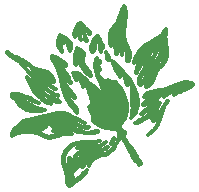
<source format=gts>
%TF.GenerationSoftware,KiCad,Pcbnew,(6.0.5)*%
%TF.CreationDate,2022-07-28T20:29:51-06:00*%
%TF.ProjectId,plate-right,706c6174-652d-4726-9967-68742e6b6963,rev?*%
%TF.SameCoordinates,Original*%
%TF.FileFunction,Soldermask,Top*%
%TF.FilePolarity,Negative*%
%FSLAX46Y46*%
G04 Gerber Fmt 4.6, Leading zero omitted, Abs format (unit mm)*
G04 Created by KiCad (PCBNEW (6.0.5)) date 2022-07-28 20:29:51*
%MOMM*%
%LPD*%
G01*
G04 APERTURE LIST*
%ADD10C,0.300000*%
G04 APERTURE END LIST*
D10*
G36*
X238919412Y-117528591D02*
G01*
X239044754Y-117661455D01*
X239092126Y-117712420D01*
X239129950Y-117754835D01*
X239145435Y-117773249D01*
X239158717Y-117790021D01*
X239169857Y-117805316D01*
X239178917Y-117819299D01*
X239185957Y-117832136D01*
X239191039Y-117843992D01*
X239194224Y-117855031D01*
X239195574Y-117865419D01*
X239195150Y-117875321D01*
X239193012Y-117884903D01*
X239189222Y-117894329D01*
X239183841Y-117903764D01*
X239176932Y-117913374D01*
X239168553Y-117923324D01*
X239147638Y-117944904D01*
X239090881Y-117999410D01*
X239056021Y-118034978D01*
X239037185Y-118055418D01*
X239017492Y-118077851D01*
X239095210Y-118256982D01*
X239151972Y-118391038D01*
X239171482Y-118440677D01*
X239184538Y-118478466D01*
X239190735Y-118504209D01*
X239191134Y-118512503D01*
X239189667Y-118517713D01*
X239186283Y-118519815D01*
X239180930Y-118518784D01*
X239173559Y-118514596D01*
X239164119Y-118507227D01*
X239138829Y-118482848D01*
X239104654Y-118445453D01*
X239061189Y-118394849D01*
X239008030Y-118330840D01*
X238871008Y-118161835D01*
X238885563Y-118318378D01*
X238895173Y-118397091D01*
X238906786Y-118475694D01*
X238920738Y-118553887D01*
X238937364Y-118631366D01*
X238957002Y-118707830D01*
X238979987Y-118782976D01*
X239006654Y-118856502D01*
X239037340Y-118928106D01*
X239072381Y-118997487D01*
X239112113Y-119064340D01*
X239133843Y-119096726D01*
X239156872Y-119128366D01*
X239181241Y-119159223D01*
X239206993Y-119189260D01*
X239234170Y-119218439D01*
X239262813Y-119246722D01*
X239292965Y-119274071D01*
X239324668Y-119300449D01*
X239347750Y-119323138D01*
X239371829Y-119343931D01*
X239396764Y-119362885D01*
X239422416Y-119380058D01*
X239448644Y-119395507D01*
X239475309Y-119409290D01*
X239502270Y-119421464D01*
X239529388Y-119432086D01*
X239556522Y-119441214D01*
X239583533Y-119448905D01*
X239610280Y-119455217D01*
X239636624Y-119460207D01*
X239662424Y-119463932D01*
X239687541Y-119466451D01*
X239711835Y-119467819D01*
X239735165Y-119468096D01*
X239757392Y-119467337D01*
X239778376Y-119465602D01*
X239797976Y-119462946D01*
X239816052Y-119459427D01*
X239832466Y-119455103D01*
X239847076Y-119450032D01*
X239859743Y-119444270D01*
X239870326Y-119437875D01*
X239878686Y-119430905D01*
X239884683Y-119423416D01*
X239888176Y-119415467D01*
X239889027Y-119407114D01*
X239887600Y-119400694D01*
X239902645Y-119416620D01*
X239923716Y-119435164D01*
X239945575Y-119451060D01*
X239968136Y-119464500D01*
X239991317Y-119475675D01*
X240015034Y-119484778D01*
X240039202Y-119492001D01*
X240063740Y-119497535D01*
X240088563Y-119501572D01*
X240113587Y-119504306D01*
X240138730Y-119505926D01*
X240189034Y-119506598D01*
X240238807Y-119505123D01*
X240334086Y-119501877D01*
X240378255Y-119503178D01*
X240399179Y-119505231D01*
X240419219Y-119508475D01*
X240438289Y-119513103D01*
X240456308Y-119519305D01*
X240473191Y-119527275D01*
X240488855Y-119537203D01*
X240503216Y-119549283D01*
X240516190Y-119563705D01*
X240527695Y-119580662D01*
X240537646Y-119600347D01*
X240704089Y-119779344D01*
X240857168Y-119973357D01*
X240995620Y-120180430D01*
X241118186Y-120398604D01*
X241223604Y-120625924D01*
X241310613Y-120860431D01*
X241377953Y-121100170D01*
X241403852Y-121221389D01*
X241424361Y-121343183D01*
X241439321Y-121465305D01*
X241448576Y-121587512D01*
X241451968Y-121709560D01*
X241449339Y-121831203D01*
X241440531Y-121952196D01*
X241425387Y-122072296D01*
X241403749Y-122191257D01*
X241375460Y-122308836D01*
X241340361Y-122424786D01*
X241298296Y-122538864D01*
X241249106Y-122650826D01*
X241192634Y-122760426D01*
X241128723Y-122867419D01*
X241057214Y-122971562D01*
X240977950Y-123072609D01*
X240890774Y-123170317D01*
X240852786Y-123203759D01*
X240823579Y-123236048D01*
X240802577Y-123267246D01*
X240789203Y-123297416D01*
X240782880Y-123326619D01*
X240783034Y-123354917D01*
X240789086Y-123382372D01*
X240800462Y-123409046D01*
X240816584Y-123435002D01*
X240836876Y-123460301D01*
X240860762Y-123485006D01*
X240887665Y-123509178D01*
X240948218Y-123556172D01*
X241013924Y-123601780D01*
X241142353Y-123690823D01*
X241195854Y-123735250D01*
X241217909Y-123757656D01*
X241236065Y-123780275D01*
X241249746Y-123803167D01*
X241258375Y-123826395D01*
X241261376Y-123850021D01*
X241258173Y-123874107D01*
X241248189Y-123898714D01*
X241230848Y-123923905D01*
X241205573Y-123949742D01*
X241171789Y-123976287D01*
X241185786Y-124034137D01*
X241202399Y-124091362D01*
X241221485Y-124147994D01*
X241242899Y-124204068D01*
X241292137Y-124314680D01*
X241348962Y-124423470D01*
X241412222Y-124530712D01*
X241480764Y-124636679D01*
X241553438Y-124741644D01*
X241629090Y-124845881D01*
X241938460Y-125261014D01*
X242011732Y-125365710D01*
X242081074Y-125471317D01*
X242145332Y-125578110D01*
X242203355Y-125686361D01*
X242207036Y-125704034D01*
X242214131Y-125724349D01*
X242224335Y-125747096D01*
X242237341Y-125772062D01*
X242270529Y-125827810D01*
X242311244Y-125889904D01*
X242405442Y-126026376D01*
X242454020Y-126097377D01*
X242500313Y-126167969D01*
X242541868Y-126236464D01*
X242576232Y-126301173D01*
X242589951Y-126331580D01*
X242600953Y-126360407D01*
X242608931Y-126387443D01*
X242613578Y-126412477D01*
X242614587Y-126435298D01*
X242611653Y-126455695D01*
X242604468Y-126473457D01*
X242599186Y-126481283D01*
X242592726Y-126488372D01*
X242585050Y-126494696D01*
X242576120Y-126500230D01*
X242554344Y-126508819D01*
X242527091Y-126513929D01*
X242494055Y-126515348D01*
X242434840Y-126468324D01*
X242378123Y-126419174D01*
X242271694Y-126314919D01*
X242173798Y-126203441D01*
X242083464Y-126085593D01*
X241999724Y-125962232D01*
X241921605Y-125834214D01*
X241848140Y-125702392D01*
X241778356Y-125567624D01*
X241645956Y-125292669D01*
X241516644Y-125016193D01*
X241382660Y-124745040D01*
X241311490Y-124613598D01*
X241236242Y-124486053D01*
X241218922Y-124428801D01*
X241200608Y-124379130D01*
X241181370Y-124336716D01*
X241161281Y-124301237D01*
X241140414Y-124272368D01*
X241118838Y-124249787D01*
X241096627Y-124233170D01*
X241073852Y-124222194D01*
X241050586Y-124216535D01*
X241026899Y-124215871D01*
X241002863Y-124219876D01*
X240978552Y-124228230D01*
X240954035Y-124240607D01*
X240929386Y-124256685D01*
X240904675Y-124276140D01*
X240879975Y-124298649D01*
X240830895Y-124351535D01*
X240782719Y-124412757D01*
X240736023Y-124479727D01*
X240691380Y-124549860D01*
X240610553Y-124689262D01*
X240544836Y-124810271D01*
X240608104Y-124670596D01*
X240673740Y-124520174D01*
X240704982Y-124442078D01*
X240733858Y-124362671D01*
X240759384Y-124282411D01*
X240780573Y-124201758D01*
X240796440Y-124121168D01*
X240806000Y-124041103D01*
X240808106Y-124001409D01*
X240808266Y-123962019D01*
X240806355Y-123922988D01*
X240802252Y-123884376D01*
X240795833Y-123846237D01*
X240786974Y-123808631D01*
X240775553Y-123771615D01*
X240761446Y-123735245D01*
X240744530Y-123699580D01*
X240724682Y-123664675D01*
X240701778Y-123630590D01*
X240675695Y-123597381D01*
X240577158Y-123565424D01*
X240476282Y-123539385D01*
X240373471Y-123518118D01*
X240269130Y-123500475D01*
X239844549Y-123443210D01*
X239738621Y-123426487D01*
X239633589Y-123406507D01*
X239529856Y-123382124D01*
X239427827Y-123352191D01*
X239327906Y-123315561D01*
X239230498Y-123271087D01*
X239182862Y-123245550D01*
X239136006Y-123217622D01*
X239089981Y-123187160D01*
X239044836Y-123154021D01*
X238989562Y-123115839D01*
X238935117Y-123079477D01*
X238831554Y-123010579D01*
X238783859Y-122977226D01*
X238739837Y-122944061D01*
X238719426Y-122927421D01*
X238700200Y-122910674D01*
X238682248Y-122893771D01*
X238665658Y-122876659D01*
X238650520Y-122859288D01*
X238636923Y-122841607D01*
X238624955Y-122823564D01*
X238614706Y-122805109D01*
X238606264Y-122786191D01*
X238599719Y-122766759D01*
X238595158Y-122746761D01*
X238592672Y-122726147D01*
X238592348Y-122704866D01*
X238594277Y-122682866D01*
X238598546Y-122660097D01*
X238605245Y-122636508D01*
X238614463Y-122612047D01*
X238626288Y-122586664D01*
X238640810Y-122560308D01*
X238658117Y-122532928D01*
X238638083Y-122475565D01*
X238609436Y-122408113D01*
X238574134Y-122332646D01*
X238534135Y-122251239D01*
X238447876Y-122078904D01*
X238405531Y-121992123D01*
X238366318Y-121907701D01*
X238332196Y-121827710D01*
X238305122Y-121754227D01*
X238294840Y-121720573D01*
X238287053Y-121689324D01*
X238282008Y-121660739D01*
X238279948Y-121635077D01*
X238281118Y-121612597D01*
X238285762Y-121593559D01*
X238294127Y-121578222D01*
X238306455Y-121566846D01*
X238322992Y-121559690D01*
X238343983Y-121557012D01*
X238369673Y-121559073D01*
X238400305Y-121566131D01*
X238424570Y-121533737D01*
X238445063Y-121500223D01*
X238461970Y-121465651D01*
X238475481Y-121430084D01*
X238485783Y-121393587D01*
X238493065Y-121356222D01*
X238497514Y-121318053D01*
X238499319Y-121279141D01*
X238498667Y-121239552D01*
X238495747Y-121199348D01*
X238483855Y-121117347D01*
X238465148Y-121033645D01*
X238441129Y-120948747D01*
X238413304Y-120863159D01*
X238383177Y-120777386D01*
X238322039Y-120607310D01*
X238294036Y-120524018D01*
X238269751Y-120442564D01*
X238250688Y-120363454D01*
X238238352Y-120287194D01*
X238239697Y-120262771D01*
X238238420Y-120236809D01*
X238234679Y-120209545D01*
X238228633Y-120181217D01*
X238220438Y-120152062D01*
X238210253Y-120122318D01*
X238198237Y-120092223D01*
X238184546Y-120062013D01*
X238169340Y-120031927D01*
X238152775Y-120002201D01*
X238135010Y-119973074D01*
X238116203Y-119944784D01*
X238096512Y-119917566D01*
X238076095Y-119891660D01*
X238055109Y-119867303D01*
X238033714Y-119844731D01*
X238012066Y-119824184D01*
X237990324Y-119805897D01*
X237968646Y-119790110D01*
X237947189Y-119777059D01*
X237926112Y-119766981D01*
X237905573Y-119760115D01*
X237885730Y-119756698D01*
X237866740Y-119756968D01*
X237848761Y-119761161D01*
X237831953Y-119769517D01*
X237816471Y-119782271D01*
X237802476Y-119799662D01*
X237790124Y-119821927D01*
X237779573Y-119849304D01*
X237770982Y-119882030D01*
X237764508Y-119920343D01*
X237762927Y-119931858D01*
X237760510Y-119938540D01*
X237757269Y-119940662D01*
X237753219Y-119938498D01*
X237742747Y-119922414D01*
X237729204Y-119892479D01*
X237646510Y-119678128D01*
X237619257Y-119611858D01*
X237589591Y-119544904D01*
X237557624Y-119479459D01*
X237523464Y-119417718D01*
X237487222Y-119361876D01*
X237468355Y-119336852D01*
X237449008Y-119314125D01*
X237429195Y-119293970D01*
X237408931Y-119276661D01*
X237388229Y-119262473D01*
X237367102Y-119251678D01*
X237337385Y-119276564D01*
X237309884Y-119297100D01*
X237284466Y-119313458D01*
X237260996Y-119325812D01*
X237239338Y-119334334D01*
X237219358Y-119339198D01*
X237200922Y-119340576D01*
X237183895Y-119338641D01*
X237168141Y-119333565D01*
X237153527Y-119325523D01*
X237139917Y-119314686D01*
X237127177Y-119301228D01*
X237115172Y-119285321D01*
X237103768Y-119267139D01*
X237082221Y-119224638D01*
X236993105Y-118998179D01*
X236964705Y-118934365D01*
X236931701Y-118870437D01*
X236893016Y-118807778D01*
X236871206Y-118777357D01*
X236847571Y-118747772D01*
X236908724Y-118735211D01*
X236969284Y-118728629D01*
X237029266Y-118727734D01*
X237088684Y-118732231D01*
X237147552Y-118741827D01*
X237205884Y-118756229D01*
X237263694Y-118775143D01*
X237320997Y-118798275D01*
X237377806Y-118825332D01*
X237434136Y-118856020D01*
X237490001Y-118890046D01*
X237545415Y-118927116D01*
X237654947Y-119009215D01*
X237762846Y-119099967D01*
X237869225Y-119197025D01*
X237974198Y-119298040D01*
X238180376Y-119502546D01*
X238281809Y-119601340D01*
X238382289Y-119694698D01*
X238481930Y-119780269D01*
X238580844Y-119855707D01*
X238606764Y-119871788D01*
X238633100Y-119890344D01*
X238686951Y-119933893D01*
X238742268Y-119984383D01*
X238798918Y-120039840D01*
X238915697Y-120157765D01*
X238975563Y-120216289D01*
X239036238Y-120271889D01*
X239097593Y-120322593D01*
X239128484Y-120345492D01*
X239159495Y-120366428D01*
X239190610Y-120385153D01*
X239221814Y-120401422D01*
X239253088Y-120414987D01*
X239284418Y-120425602D01*
X239315786Y-120433020D01*
X239347177Y-120436994D01*
X239378573Y-120437279D01*
X239409959Y-120433628D01*
X239441318Y-120425793D01*
X239472634Y-120413529D01*
X239503890Y-120396588D01*
X239535070Y-120374725D01*
X239383765Y-120047214D01*
X239225124Y-119714265D01*
X239072501Y-119375650D01*
X239002620Y-119204146D01*
X238939252Y-119031139D01*
X238884066Y-118856601D01*
X238838732Y-118680504D01*
X238804919Y-118502819D01*
X238784297Y-118323516D01*
X238779454Y-118233250D01*
X238778535Y-118142569D01*
X238781748Y-118051469D01*
X238789302Y-117959948D01*
X238801406Y-117868000D01*
X238818268Y-117775624D01*
X238840097Y-117682815D01*
X238867102Y-117589569D01*
X238910071Y-117517304D01*
X238919412Y-117528591D01*
G37*
X238919412Y-117528591D02*
X239044754Y-117661455D01*
X239092126Y-117712420D01*
X239129950Y-117754835D01*
X239145435Y-117773249D01*
X239158717Y-117790021D01*
X239169857Y-117805316D01*
X239178917Y-117819299D01*
X239185957Y-117832136D01*
X239191039Y-117843992D01*
X239194224Y-117855031D01*
X239195574Y-117865419D01*
X239195150Y-117875321D01*
X239193012Y-117884903D01*
X239189222Y-117894329D01*
X239183841Y-117903764D01*
X239176932Y-117913374D01*
X239168553Y-117923324D01*
X239147638Y-117944904D01*
X239090881Y-117999410D01*
X239056021Y-118034978D01*
X239037185Y-118055418D01*
X239017492Y-118077851D01*
X239095210Y-118256982D01*
X239151972Y-118391038D01*
X239171482Y-118440677D01*
X239184538Y-118478466D01*
X239190735Y-118504209D01*
X239191134Y-118512503D01*
X239189667Y-118517713D01*
X239186283Y-118519815D01*
X239180930Y-118518784D01*
X239173559Y-118514596D01*
X239164119Y-118507227D01*
X239138829Y-118482848D01*
X239104654Y-118445453D01*
X239061189Y-118394849D01*
X239008030Y-118330840D01*
X238871008Y-118161835D01*
X238885563Y-118318378D01*
X238895173Y-118397091D01*
X238906786Y-118475694D01*
X238920738Y-118553887D01*
X238937364Y-118631366D01*
X238957002Y-118707830D01*
X238979987Y-118782976D01*
X239006654Y-118856502D01*
X239037340Y-118928106D01*
X239072381Y-118997487D01*
X239112113Y-119064340D01*
X239133843Y-119096726D01*
X239156872Y-119128366D01*
X239181241Y-119159223D01*
X239206993Y-119189260D01*
X239234170Y-119218439D01*
X239262813Y-119246722D01*
X239292965Y-119274071D01*
X239324668Y-119300449D01*
X239347750Y-119323138D01*
X239371829Y-119343931D01*
X239396764Y-119362885D01*
X239422416Y-119380058D01*
X239448644Y-119395507D01*
X239475309Y-119409290D01*
X239502270Y-119421464D01*
X239529388Y-119432086D01*
X239556522Y-119441214D01*
X239583533Y-119448905D01*
X239610280Y-119455217D01*
X239636624Y-119460207D01*
X239662424Y-119463932D01*
X239687541Y-119466451D01*
X239711835Y-119467819D01*
X239735165Y-119468096D01*
X239757392Y-119467337D01*
X239778376Y-119465602D01*
X239797976Y-119462946D01*
X239816052Y-119459427D01*
X239832466Y-119455103D01*
X239847076Y-119450032D01*
X239859743Y-119444270D01*
X239870326Y-119437875D01*
X239878686Y-119430905D01*
X239884683Y-119423416D01*
X239888176Y-119415467D01*
X239889027Y-119407114D01*
X239887600Y-119400694D01*
X239902645Y-119416620D01*
X239923716Y-119435164D01*
X239945575Y-119451060D01*
X239968136Y-119464500D01*
X239991317Y-119475675D01*
X240015034Y-119484778D01*
X240039202Y-119492001D01*
X240063740Y-119497535D01*
X240088563Y-119501572D01*
X240113587Y-119504306D01*
X240138730Y-119505926D01*
X240189034Y-119506598D01*
X240238807Y-119505123D01*
X240334086Y-119501877D01*
X240378255Y-119503178D01*
X240399179Y-119505231D01*
X240419219Y-119508475D01*
X240438289Y-119513103D01*
X240456308Y-119519305D01*
X240473191Y-119527275D01*
X240488855Y-119537203D01*
X240503216Y-119549283D01*
X240516190Y-119563705D01*
X240527695Y-119580662D01*
X240537646Y-119600347D01*
X240704089Y-119779344D01*
X240857168Y-119973357D01*
X240995620Y-120180430D01*
X241118186Y-120398604D01*
X241223604Y-120625924D01*
X241310613Y-120860431D01*
X241377953Y-121100170D01*
X241403852Y-121221389D01*
X241424361Y-121343183D01*
X241439321Y-121465305D01*
X241448576Y-121587512D01*
X241451968Y-121709560D01*
X241449339Y-121831203D01*
X241440531Y-121952196D01*
X241425387Y-122072296D01*
X241403749Y-122191257D01*
X241375460Y-122308836D01*
X241340361Y-122424786D01*
X241298296Y-122538864D01*
X241249106Y-122650826D01*
X241192634Y-122760426D01*
X241128723Y-122867419D01*
X241057214Y-122971562D01*
X240977950Y-123072609D01*
X240890774Y-123170317D01*
X240852786Y-123203759D01*
X240823579Y-123236048D01*
X240802577Y-123267246D01*
X240789203Y-123297416D01*
X240782880Y-123326619D01*
X240783034Y-123354917D01*
X240789086Y-123382372D01*
X240800462Y-123409046D01*
X240816584Y-123435002D01*
X240836876Y-123460301D01*
X240860762Y-123485006D01*
X240887665Y-123509178D01*
X240948218Y-123556172D01*
X241013924Y-123601780D01*
X241142353Y-123690823D01*
X241195854Y-123735250D01*
X241217909Y-123757656D01*
X241236065Y-123780275D01*
X241249746Y-123803167D01*
X241258375Y-123826395D01*
X241261376Y-123850021D01*
X241258173Y-123874107D01*
X241248189Y-123898714D01*
X241230848Y-123923905D01*
X241205573Y-123949742D01*
X241171789Y-123976287D01*
X241185786Y-124034137D01*
X241202399Y-124091362D01*
X241221485Y-124147994D01*
X241242899Y-124204068D01*
X241292137Y-124314680D01*
X241348962Y-124423470D01*
X241412222Y-124530712D01*
X241480764Y-124636679D01*
X241553438Y-124741644D01*
X241629090Y-124845881D01*
X241938460Y-125261014D01*
X242011732Y-125365710D01*
X242081074Y-125471317D01*
X242145332Y-125578110D01*
X242203355Y-125686361D01*
X242207036Y-125704034D01*
X242214131Y-125724349D01*
X242224335Y-125747096D01*
X242237341Y-125772062D01*
X242270529Y-125827810D01*
X242311244Y-125889904D01*
X242405442Y-126026376D01*
X242454020Y-126097377D01*
X242500313Y-126167969D01*
X242541868Y-126236464D01*
X242576232Y-126301173D01*
X242589951Y-126331580D01*
X242600953Y-126360407D01*
X242608931Y-126387443D01*
X242613578Y-126412477D01*
X242614587Y-126435298D01*
X242611653Y-126455695D01*
X242604468Y-126473457D01*
X242599186Y-126481283D01*
X242592726Y-126488372D01*
X242585050Y-126494696D01*
X242576120Y-126500230D01*
X242554344Y-126508819D01*
X242527091Y-126513929D01*
X242494055Y-126515348D01*
X242434840Y-126468324D01*
X242378123Y-126419174D01*
X242271694Y-126314919D01*
X242173798Y-126203441D01*
X242083464Y-126085593D01*
X241999724Y-125962232D01*
X241921605Y-125834214D01*
X241848140Y-125702392D01*
X241778356Y-125567624D01*
X241645956Y-125292669D01*
X241516644Y-125016193D01*
X241382660Y-124745040D01*
X241311490Y-124613598D01*
X241236242Y-124486053D01*
X241218922Y-124428801D01*
X241200608Y-124379130D01*
X241181370Y-124336716D01*
X241161281Y-124301237D01*
X241140414Y-124272368D01*
X241118838Y-124249787D01*
X241096627Y-124233170D01*
X241073852Y-124222194D01*
X241050586Y-124216535D01*
X241026899Y-124215871D01*
X241002863Y-124219876D01*
X240978552Y-124228230D01*
X240954035Y-124240607D01*
X240929386Y-124256685D01*
X240904675Y-124276140D01*
X240879975Y-124298649D01*
X240830895Y-124351535D01*
X240782719Y-124412757D01*
X240736023Y-124479727D01*
X240691380Y-124549860D01*
X240610553Y-124689262D01*
X240544836Y-124810271D01*
X240608104Y-124670596D01*
X240673740Y-124520174D01*
X240704982Y-124442078D01*
X240733858Y-124362671D01*
X240759384Y-124282411D01*
X240780573Y-124201758D01*
X240796440Y-124121168D01*
X240806000Y-124041103D01*
X240808106Y-124001409D01*
X240808266Y-123962019D01*
X240806355Y-123922988D01*
X240802252Y-123884376D01*
X240795833Y-123846237D01*
X240786974Y-123808631D01*
X240775553Y-123771615D01*
X240761446Y-123735245D01*
X240744530Y-123699580D01*
X240724682Y-123664675D01*
X240701778Y-123630590D01*
X240675695Y-123597381D01*
X240577158Y-123565424D01*
X240476282Y-123539385D01*
X240373471Y-123518118D01*
X240269130Y-123500475D01*
X239844549Y-123443210D01*
X239738621Y-123426487D01*
X239633589Y-123406507D01*
X239529856Y-123382124D01*
X239427827Y-123352191D01*
X239327906Y-123315561D01*
X239230498Y-123271087D01*
X239182862Y-123245550D01*
X239136006Y-123217622D01*
X239089981Y-123187160D01*
X239044836Y-123154021D01*
X238989562Y-123115839D01*
X238935117Y-123079477D01*
X238831554Y-123010579D01*
X238783859Y-122977226D01*
X238739837Y-122944061D01*
X238719426Y-122927421D01*
X238700200Y-122910674D01*
X238682248Y-122893771D01*
X238665658Y-122876659D01*
X238650520Y-122859288D01*
X238636923Y-122841607D01*
X238624955Y-122823564D01*
X238614706Y-122805109D01*
X238606264Y-122786191D01*
X238599719Y-122766759D01*
X238595158Y-122746761D01*
X238592672Y-122726147D01*
X238592348Y-122704866D01*
X238594277Y-122682866D01*
X238598546Y-122660097D01*
X238605245Y-122636508D01*
X238614463Y-122612047D01*
X238626288Y-122586664D01*
X238640810Y-122560308D01*
X238658117Y-122532928D01*
X238638083Y-122475565D01*
X238609436Y-122408113D01*
X238574134Y-122332646D01*
X238534135Y-122251239D01*
X238447876Y-122078904D01*
X238405531Y-121992123D01*
X238366318Y-121907701D01*
X238332196Y-121827710D01*
X238305122Y-121754227D01*
X238294840Y-121720573D01*
X238287053Y-121689324D01*
X238282008Y-121660739D01*
X238279948Y-121635077D01*
X238281118Y-121612597D01*
X238285762Y-121593559D01*
X238294127Y-121578222D01*
X238306455Y-121566846D01*
X238322992Y-121559690D01*
X238343983Y-121557012D01*
X238369673Y-121559073D01*
X238400305Y-121566131D01*
X238424570Y-121533737D01*
X238445063Y-121500223D01*
X238461970Y-121465651D01*
X238475481Y-121430084D01*
X238485783Y-121393587D01*
X238493065Y-121356222D01*
X238497514Y-121318053D01*
X238499319Y-121279141D01*
X238498667Y-121239552D01*
X238495747Y-121199348D01*
X238483855Y-121117347D01*
X238465148Y-121033645D01*
X238441129Y-120948747D01*
X238413304Y-120863159D01*
X238383177Y-120777386D01*
X238322039Y-120607310D01*
X238294036Y-120524018D01*
X238269751Y-120442564D01*
X238250688Y-120363454D01*
X238238352Y-120287194D01*
X238239697Y-120262771D01*
X238238420Y-120236809D01*
X238234679Y-120209545D01*
X238228633Y-120181217D01*
X238220438Y-120152062D01*
X238210253Y-120122318D01*
X238198237Y-120092223D01*
X238184546Y-120062013D01*
X238169340Y-120031927D01*
X238152775Y-120002201D01*
X238135010Y-119973074D01*
X238116203Y-119944784D01*
X238096512Y-119917566D01*
X238076095Y-119891660D01*
X238055109Y-119867303D01*
X238033714Y-119844731D01*
X238012066Y-119824184D01*
X237990324Y-119805897D01*
X237968646Y-119790110D01*
X237947189Y-119777059D01*
X237926112Y-119766981D01*
X237905573Y-119760115D01*
X237885730Y-119756698D01*
X237866740Y-119756968D01*
X237848761Y-119761161D01*
X237831953Y-119769517D01*
X237816471Y-119782271D01*
X237802476Y-119799662D01*
X237790124Y-119821927D01*
X237779573Y-119849304D01*
X237770982Y-119882030D01*
X237764508Y-119920343D01*
X237762927Y-119931858D01*
X237760510Y-119938540D01*
X237757269Y-119940662D01*
X237753219Y-119938498D01*
X237742747Y-119922414D01*
X237729204Y-119892479D01*
X237646510Y-119678128D01*
X237619257Y-119611858D01*
X237589591Y-119544904D01*
X237557624Y-119479459D01*
X237523464Y-119417718D01*
X237487222Y-119361876D01*
X237468355Y-119336852D01*
X237449008Y-119314125D01*
X237429195Y-119293970D01*
X237408931Y-119276661D01*
X237388229Y-119262473D01*
X237367102Y-119251678D01*
X237337385Y-119276564D01*
X237309884Y-119297100D01*
X237284466Y-119313458D01*
X237260996Y-119325812D01*
X237239338Y-119334334D01*
X237219358Y-119339198D01*
X237200922Y-119340576D01*
X237183895Y-119338641D01*
X237168141Y-119333565D01*
X237153527Y-119325523D01*
X237139917Y-119314686D01*
X237127177Y-119301228D01*
X237115172Y-119285321D01*
X237103768Y-119267139D01*
X237082221Y-119224638D01*
X236993105Y-118998179D01*
X236964705Y-118934365D01*
X236931701Y-118870437D01*
X236893016Y-118807778D01*
X236871206Y-118777357D01*
X236847571Y-118747772D01*
X236908724Y-118735211D01*
X236969284Y-118728629D01*
X237029266Y-118727734D01*
X237088684Y-118732231D01*
X237147552Y-118741827D01*
X237205884Y-118756229D01*
X237263694Y-118775143D01*
X237320997Y-118798275D01*
X237377806Y-118825332D01*
X237434136Y-118856020D01*
X237490001Y-118890046D01*
X237545415Y-118927116D01*
X237654947Y-119009215D01*
X237762846Y-119099967D01*
X237869225Y-119197025D01*
X237974198Y-119298040D01*
X238180376Y-119502546D01*
X238281809Y-119601340D01*
X238382289Y-119694698D01*
X238481930Y-119780269D01*
X238580844Y-119855707D01*
X238606764Y-119871788D01*
X238633100Y-119890344D01*
X238686951Y-119933893D01*
X238742268Y-119984383D01*
X238798918Y-120039840D01*
X238915697Y-120157765D01*
X238975563Y-120216289D01*
X239036238Y-120271889D01*
X239097593Y-120322593D01*
X239128484Y-120345492D01*
X239159495Y-120366428D01*
X239190610Y-120385153D01*
X239221814Y-120401422D01*
X239253088Y-120414987D01*
X239284418Y-120425602D01*
X239315786Y-120433020D01*
X239347177Y-120436994D01*
X239378573Y-120437279D01*
X239409959Y-120433628D01*
X239441318Y-120425793D01*
X239472634Y-120413529D01*
X239503890Y-120396588D01*
X239535070Y-120374725D01*
X239383765Y-120047214D01*
X239225124Y-119714265D01*
X239072501Y-119375650D01*
X239002620Y-119204146D01*
X238939252Y-119031139D01*
X238884066Y-118856601D01*
X238838732Y-118680504D01*
X238804919Y-118502819D01*
X238784297Y-118323516D01*
X238779454Y-118233250D01*
X238778535Y-118142569D01*
X238781748Y-118051469D01*
X238789302Y-117959948D01*
X238801406Y-117868000D01*
X238818268Y-117775624D01*
X238840097Y-117682815D01*
X238867102Y-117589569D01*
X238910071Y-117517304D01*
X238919412Y-117528591D01*
G36*
X241238177Y-113073972D02*
G01*
X241238168Y-113073945D01*
X241238195Y-113073945D01*
X241238177Y-113073972D01*
G37*
X241238177Y-113073972D02*
X241238168Y-113073945D01*
X241238195Y-113073945D01*
X241238177Y-113073972D01*
G36*
X241999694Y-119811757D02*
G01*
X242087124Y-119987369D01*
X242165321Y-120171409D01*
X242233104Y-120362246D01*
X242289293Y-120558244D01*
X242332708Y-120757771D01*
X242362169Y-120959191D01*
X242376494Y-121160871D01*
X242377613Y-121261299D01*
X242374505Y-121361178D01*
X242367023Y-121460306D01*
X242355020Y-121558477D01*
X242338347Y-121655488D01*
X242316859Y-121751135D01*
X242290406Y-121845212D01*
X242258841Y-121937517D01*
X242222017Y-122027844D01*
X242179787Y-122115990D01*
X242132002Y-122201750D01*
X242078516Y-122284920D01*
X242019180Y-122365296D01*
X241953848Y-122442673D01*
X241882371Y-122516848D01*
X241804602Y-122587615D01*
X241851945Y-122413151D01*
X241885889Y-122237962D01*
X241908137Y-122062130D01*
X241920392Y-121885739D01*
X241924358Y-121708872D01*
X241921739Y-121531611D01*
X241903558Y-121176240D01*
X241879477Y-120820289D01*
X241863124Y-120464420D01*
X241862105Y-120286724D01*
X241868128Y-120109298D01*
X241882898Y-119932223D01*
X241908117Y-119755584D01*
X241907812Y-119746145D01*
X241904212Y-119646209D01*
X241999694Y-119811757D01*
G37*
X241999694Y-119811757D02*
X242087124Y-119987369D01*
X242165321Y-120171409D01*
X242233104Y-120362246D01*
X242289293Y-120558244D01*
X242332708Y-120757771D01*
X242362169Y-120959191D01*
X242376494Y-121160871D01*
X242377613Y-121261299D01*
X242374505Y-121361178D01*
X242367023Y-121460306D01*
X242355020Y-121558477D01*
X242338347Y-121655488D01*
X242316859Y-121751135D01*
X242290406Y-121845212D01*
X242258841Y-121937517D01*
X242222017Y-122027844D01*
X242179787Y-122115990D01*
X242132002Y-122201750D01*
X242078516Y-122284920D01*
X242019180Y-122365296D01*
X241953848Y-122442673D01*
X241882371Y-122516848D01*
X241804602Y-122587615D01*
X241851945Y-122413151D01*
X241885889Y-122237962D01*
X241908137Y-122062130D01*
X241920392Y-121885739D01*
X241924358Y-121708872D01*
X241921739Y-121531611D01*
X241903558Y-121176240D01*
X241879477Y-120820289D01*
X241863124Y-120464420D01*
X241862105Y-120286724D01*
X241868128Y-120109298D01*
X241882898Y-119932223D01*
X241908117Y-119755584D01*
X241907812Y-119746145D01*
X241904212Y-119646209D01*
X241999694Y-119811757D01*
G36*
X232045928Y-123383131D02*
G01*
X232122757Y-123304477D01*
X232203532Y-123228123D01*
X232286782Y-123154325D01*
X232371035Y-123083344D01*
X232536667Y-122950858D01*
X232688657Y-122832729D01*
X233034861Y-122730643D01*
X233386319Y-122637824D01*
X233741741Y-122552103D01*
X234099836Y-122471310D01*
X234818879Y-122315827D01*
X235177245Y-122236799D01*
X235533118Y-122154021D01*
X235618508Y-122139671D01*
X235702307Y-122130300D01*
X235784597Y-122125672D01*
X235865457Y-122125549D01*
X235944966Y-122129694D01*
X236023205Y-122137870D01*
X236100253Y-122149839D01*
X236176190Y-122165365D01*
X236251096Y-122184210D01*
X236325051Y-122206136D01*
X236470427Y-122258286D01*
X236612956Y-122319915D01*
X236753276Y-122389127D01*
X236892026Y-122464023D01*
X237029845Y-122542704D01*
X237305244Y-122703833D01*
X237444101Y-122782484D01*
X237584581Y-122857329D01*
X237727322Y-122926469D01*
X237872963Y-122988007D01*
X237845430Y-122981652D01*
X237816884Y-122973226D01*
X237757098Y-122951026D01*
X237694284Y-122923128D01*
X237629124Y-122891256D01*
X237494489Y-122822479D01*
X237426376Y-122789020D01*
X237358640Y-122758478D01*
X237291961Y-122732577D01*
X237259232Y-122721904D01*
X237227022Y-122713037D01*
X237195417Y-122706192D01*
X237164502Y-122701583D01*
X237134362Y-122699427D01*
X237105083Y-122699938D01*
X237076748Y-122703332D01*
X237049445Y-122709824D01*
X237023256Y-122719629D01*
X236998268Y-122732963D01*
X236974566Y-122750042D01*
X236952235Y-122771080D01*
X236931360Y-122796293D01*
X236912026Y-122825896D01*
X236967511Y-122890139D01*
X237029403Y-122951032D01*
X237097113Y-123008447D01*
X237170049Y-123062258D01*
X237247622Y-123112338D01*
X237329242Y-123158559D01*
X237414319Y-123200794D01*
X237502262Y-123238917D01*
X237592482Y-123272800D01*
X237684389Y-123302316D01*
X237777391Y-123327337D01*
X237870900Y-123347738D01*
X237964326Y-123363390D01*
X238057077Y-123374166D01*
X238148564Y-123379940D01*
X238238197Y-123380584D01*
X238186657Y-123388432D01*
X238135249Y-123393189D01*
X238083962Y-123395067D01*
X238032783Y-123394278D01*
X237981702Y-123391031D01*
X237930706Y-123385539D01*
X237828921Y-123368661D01*
X237727333Y-123345335D01*
X237625846Y-123317249D01*
X237422798Y-123253553D01*
X237219014Y-123191087D01*
X237116607Y-123164539D01*
X237013731Y-123143366D01*
X236910289Y-123129257D01*
X236858327Y-123125380D01*
X236806187Y-123123902D01*
X236753859Y-123125035D01*
X236701329Y-123128990D01*
X236648587Y-123135977D01*
X236595620Y-123146209D01*
X236608188Y-123182275D01*
X236623312Y-123216169D01*
X236640862Y-123247990D01*
X236660711Y-123277837D01*
X236682730Y-123305808D01*
X236706790Y-123332002D01*
X236732762Y-123356517D01*
X236760518Y-123379452D01*
X236789930Y-123400906D01*
X236820868Y-123420977D01*
X236886810Y-123457365D01*
X236957316Y-123489405D01*
X237031356Y-123517885D01*
X237107903Y-123543595D01*
X237185927Y-123567322D01*
X237342290Y-123611986D01*
X237418573Y-123634499D01*
X237492217Y-123658185D01*
X237562194Y-123683832D01*
X237627475Y-123712230D01*
X237671842Y-123736979D01*
X237716159Y-123758460D01*
X237760428Y-123776838D01*
X237804653Y-123792274D01*
X237848840Y-123804931D01*
X237892990Y-123814972D01*
X237937109Y-123822560D01*
X237981200Y-123827858D01*
X238025266Y-123831028D01*
X238069312Y-123832234D01*
X238157359Y-123829401D01*
X238245370Y-123820663D01*
X238333376Y-123807321D01*
X238421409Y-123790678D01*
X238509497Y-123772036D01*
X238685967Y-123733964D01*
X238774409Y-123717138D01*
X238863030Y-123703522D01*
X238951861Y-123694419D01*
X239040932Y-123691130D01*
X238975525Y-123726848D01*
X238909331Y-123758100D01*
X238842391Y-123785088D01*
X238774744Y-123808013D01*
X238706430Y-123827073D01*
X238637488Y-123842472D01*
X238567959Y-123854408D01*
X238497882Y-123863082D01*
X238356245Y-123871448D01*
X238212896Y-123869175D01*
X238068153Y-123857867D01*
X237922334Y-123839130D01*
X237775759Y-123814566D01*
X237628746Y-123785782D01*
X237334681Y-123721970D01*
X237042688Y-123660530D01*
X236898265Y-123634712D01*
X236755317Y-123614300D01*
X236711585Y-123601440D01*
X236670958Y-123592250D01*
X236633410Y-123586514D01*
X236598914Y-123584016D01*
X236567443Y-123584543D01*
X236538970Y-123587877D01*
X236513469Y-123593804D01*
X236490913Y-123602109D01*
X236471275Y-123612576D01*
X236454529Y-123624990D01*
X236440647Y-123639135D01*
X236429604Y-123654797D01*
X236421371Y-123671759D01*
X236415924Y-123689807D01*
X236413234Y-123708725D01*
X236413276Y-123728298D01*
X236416022Y-123748310D01*
X236421446Y-123768547D01*
X236429521Y-123788792D01*
X236440221Y-123808831D01*
X236453518Y-123828447D01*
X236469386Y-123847427D01*
X236487798Y-123865554D01*
X236508727Y-123882613D01*
X236532147Y-123898389D01*
X236558032Y-123912667D01*
X236577701Y-123921392D01*
X236546136Y-123918136D01*
X236474402Y-123915023D01*
X236402998Y-123915883D01*
X236331899Y-123920370D01*
X236190509Y-123938830D01*
X236050020Y-123967618D01*
X235910222Y-124003950D01*
X235631853Y-124088109D01*
X235492861Y-124130367D01*
X235353715Y-124169032D01*
X235214206Y-124201319D01*
X235074122Y-124224445D01*
X235003799Y-124231702D01*
X234933253Y-124235625D01*
X234862457Y-124235865D01*
X234791386Y-124232074D01*
X234720014Y-124223905D01*
X234648313Y-124211009D01*
X234576258Y-124193039D01*
X234503821Y-124169646D01*
X234344244Y-124082888D01*
X234180396Y-124005902D01*
X234012833Y-123938883D01*
X233842113Y-123882030D01*
X233668792Y-123835538D01*
X233493428Y-123799603D01*
X233316577Y-123774423D01*
X233138796Y-123760194D01*
X232960643Y-123757112D01*
X232782674Y-123765374D01*
X232605446Y-123785176D01*
X232429516Y-123816716D01*
X232255441Y-123860190D01*
X232083778Y-123915793D01*
X231915084Y-123983724D01*
X231749916Y-124064178D01*
X231744006Y-124020284D01*
X231742209Y-123976417D01*
X231744341Y-123932609D01*
X231750218Y-123888892D01*
X231759656Y-123845298D01*
X231772472Y-123801860D01*
X231788482Y-123758610D01*
X231807501Y-123715580D01*
X231829346Y-123672802D01*
X231853832Y-123630308D01*
X231880777Y-123588132D01*
X231909995Y-123546305D01*
X231921853Y-123531146D01*
X234023269Y-123531146D01*
X234027052Y-123571638D01*
X234034529Y-123611365D01*
X234045527Y-123650259D01*
X234059874Y-123688249D01*
X234077399Y-123725267D01*
X234097929Y-123761243D01*
X234121291Y-123796107D01*
X234147313Y-123829790D01*
X234175824Y-123862222D01*
X234206650Y-123893335D01*
X234239620Y-123923059D01*
X234274561Y-123951324D01*
X234311302Y-123978061D01*
X234349669Y-124003200D01*
X234389490Y-124026672D01*
X234472809Y-124068338D01*
X234559878Y-124102503D01*
X234649320Y-124128611D01*
X234694501Y-124138470D01*
X234739758Y-124146107D01*
X234784919Y-124151453D01*
X234829813Y-124154437D01*
X234874266Y-124154990D01*
X234918107Y-124153043D01*
X234961163Y-124148526D01*
X235003262Y-124141371D01*
X235044231Y-124131507D01*
X235083899Y-124118865D01*
X235111427Y-124125166D01*
X235139317Y-124127770D01*
X235167405Y-124126914D01*
X235195527Y-124122834D01*
X235223519Y-124115767D01*
X235251218Y-124105951D01*
X235278458Y-124093621D01*
X235305077Y-124079015D01*
X235330910Y-124062370D01*
X235355794Y-124043923D01*
X235379563Y-124023909D01*
X235402055Y-124002567D01*
X235423105Y-123980133D01*
X235442550Y-123956844D01*
X235460224Y-123932936D01*
X235475966Y-123908647D01*
X235489609Y-123884213D01*
X235500991Y-123859871D01*
X235509947Y-123835858D01*
X235516314Y-123812411D01*
X235519927Y-123789767D01*
X235520623Y-123768162D01*
X235518237Y-123747834D01*
X235512605Y-123729019D01*
X235503564Y-123711954D01*
X235490950Y-123696875D01*
X235474598Y-123684021D01*
X235454345Y-123673626D01*
X235430026Y-123665930D01*
X235401478Y-123661167D01*
X235368536Y-123659575D01*
X235331037Y-123661391D01*
X235248746Y-123677289D01*
X235193633Y-123686170D01*
X235162254Y-123688501D01*
X235154390Y-123687356D01*
X235151167Y-123684750D01*
X235152157Y-123680740D01*
X235156929Y-123675385D01*
X235176096Y-123660875D01*
X235240873Y-123618287D01*
X235279597Y-123591145D01*
X235317954Y-123560729D01*
X235352501Y-123527505D01*
X235367269Y-123509988D01*
X235379794Y-123491943D01*
X235389645Y-123473431D01*
X235396391Y-123454510D01*
X235399602Y-123435238D01*
X235398848Y-123415674D01*
X235393698Y-123395875D01*
X235383723Y-123375902D01*
X235368490Y-123355811D01*
X235347571Y-123335662D01*
X235319010Y-123333641D01*
X235291822Y-123329855D01*
X235265911Y-123324423D01*
X235241180Y-123317463D01*
X235217535Y-123309096D01*
X235194878Y-123299440D01*
X235173115Y-123288614D01*
X235152149Y-123276738D01*
X235131884Y-123263930D01*
X235112224Y-123250309D01*
X235074336Y-123221106D01*
X235037716Y-123190081D01*
X235001599Y-123158187D01*
X234965215Y-123126377D01*
X234927797Y-123095602D01*
X234908461Y-123080901D01*
X234888578Y-123066816D01*
X234868053Y-123053467D01*
X234846789Y-123040971D01*
X234824691Y-123029450D01*
X234801663Y-123019020D01*
X234777609Y-123009802D01*
X234752433Y-123001915D01*
X234726038Y-122995477D01*
X234698330Y-122990608D01*
X234669211Y-122987427D01*
X234638587Y-122986053D01*
X234638587Y-122986054D01*
X234589121Y-122967937D01*
X234548334Y-122955558D01*
X234515599Y-122948511D01*
X234490287Y-122946387D01*
X234471770Y-122948776D01*
X234459420Y-122955272D01*
X234452609Y-122965466D01*
X234450709Y-122978949D01*
X234453092Y-122995313D01*
X234459130Y-123014151D01*
X234479656Y-123057613D01*
X234536929Y-123156250D01*
X234563626Y-123204895D01*
X234582330Y-123248734D01*
X234587114Y-123267832D01*
X234588016Y-123284504D01*
X234584408Y-123298342D01*
X234575660Y-123308937D01*
X234561146Y-123315882D01*
X234540237Y-123318768D01*
X234512305Y-123317187D01*
X234476722Y-123310731D01*
X234432860Y-123298991D01*
X234380091Y-123281560D01*
X234317786Y-123258028D01*
X234245318Y-123227988D01*
X234209887Y-123227929D01*
X234181890Y-123230186D01*
X234160769Y-123234581D01*
X234145963Y-123240937D01*
X234136912Y-123249074D01*
X234133058Y-123258814D01*
X234133840Y-123269979D01*
X234138699Y-123282390D01*
X234147076Y-123295868D01*
X234158410Y-123310236D01*
X234187712Y-123340924D01*
X234257185Y-123405113D01*
X234288401Y-123435760D01*
X234311302Y-123463536D01*
X234318234Y-123475902D01*
X234321409Y-123487014D01*
X234320266Y-123496696D01*
X234314246Y-123504767D01*
X234302789Y-123511050D01*
X234285336Y-123515366D01*
X234261327Y-123517536D01*
X234230202Y-123517383D01*
X234191401Y-123514727D01*
X234144366Y-123509390D01*
X234023353Y-123489959D01*
X234023269Y-123531146D01*
X231921853Y-123531146D01*
X231974517Y-123463826D01*
X232045928Y-123383131D01*
G37*
X232045928Y-123383131D02*
X232122757Y-123304477D01*
X232203532Y-123228123D01*
X232286782Y-123154325D01*
X232371035Y-123083344D01*
X232536667Y-122950858D01*
X232688657Y-122832729D01*
X233034861Y-122730643D01*
X233386319Y-122637824D01*
X233741741Y-122552103D01*
X234099836Y-122471310D01*
X234818879Y-122315827D01*
X235177245Y-122236799D01*
X235533118Y-122154021D01*
X235618508Y-122139671D01*
X235702307Y-122130300D01*
X235784597Y-122125672D01*
X235865457Y-122125549D01*
X235944966Y-122129694D01*
X236023205Y-122137870D01*
X236100253Y-122149839D01*
X236176190Y-122165365D01*
X236251096Y-122184210D01*
X236325051Y-122206136D01*
X236470427Y-122258286D01*
X236612956Y-122319915D01*
X236753276Y-122389127D01*
X236892026Y-122464023D01*
X237029845Y-122542704D01*
X237305244Y-122703833D01*
X237444101Y-122782484D01*
X237584581Y-122857329D01*
X237727322Y-122926469D01*
X237872963Y-122988007D01*
X237845430Y-122981652D01*
X237816884Y-122973226D01*
X237757098Y-122951026D01*
X237694284Y-122923128D01*
X237629124Y-122891256D01*
X237494489Y-122822479D01*
X237426376Y-122789020D01*
X237358640Y-122758478D01*
X237291961Y-122732577D01*
X237259232Y-122721904D01*
X237227022Y-122713037D01*
X237195417Y-122706192D01*
X237164502Y-122701583D01*
X237134362Y-122699427D01*
X237105083Y-122699938D01*
X237076748Y-122703332D01*
X237049445Y-122709824D01*
X237023256Y-122719629D01*
X236998268Y-122732963D01*
X236974566Y-122750042D01*
X236952235Y-122771080D01*
X236931360Y-122796293D01*
X236912026Y-122825896D01*
X236967511Y-122890139D01*
X237029403Y-122951032D01*
X237097113Y-123008447D01*
X237170049Y-123062258D01*
X237247622Y-123112338D01*
X237329242Y-123158559D01*
X237414319Y-123200794D01*
X237502262Y-123238917D01*
X237592482Y-123272800D01*
X237684389Y-123302316D01*
X237777391Y-123327337D01*
X237870900Y-123347738D01*
X237964326Y-123363390D01*
X238057077Y-123374166D01*
X238148564Y-123379940D01*
X238238197Y-123380584D01*
X238186657Y-123388432D01*
X238135249Y-123393189D01*
X238083962Y-123395067D01*
X238032783Y-123394278D01*
X237981702Y-123391031D01*
X237930706Y-123385539D01*
X237828921Y-123368661D01*
X237727333Y-123345335D01*
X237625846Y-123317249D01*
X237422798Y-123253553D01*
X237219014Y-123191087D01*
X237116607Y-123164539D01*
X237013731Y-123143366D01*
X236910289Y-123129257D01*
X236858327Y-123125380D01*
X236806187Y-123123902D01*
X236753859Y-123125035D01*
X236701329Y-123128990D01*
X236648587Y-123135977D01*
X236595620Y-123146209D01*
X236608188Y-123182275D01*
X236623312Y-123216169D01*
X236640862Y-123247990D01*
X236660711Y-123277837D01*
X236682730Y-123305808D01*
X236706790Y-123332002D01*
X236732762Y-123356517D01*
X236760518Y-123379452D01*
X236789930Y-123400906D01*
X236820868Y-123420977D01*
X236886810Y-123457365D01*
X236957316Y-123489405D01*
X237031356Y-123517885D01*
X237107903Y-123543595D01*
X237185927Y-123567322D01*
X237342290Y-123611986D01*
X237418573Y-123634499D01*
X237492217Y-123658185D01*
X237562194Y-123683832D01*
X237627475Y-123712230D01*
X237671842Y-123736979D01*
X237716159Y-123758460D01*
X237760428Y-123776838D01*
X237804653Y-123792274D01*
X237848840Y-123804931D01*
X237892990Y-123814972D01*
X237937109Y-123822560D01*
X237981200Y-123827858D01*
X238025266Y-123831028D01*
X238069312Y-123832234D01*
X238157359Y-123829401D01*
X238245370Y-123820663D01*
X238333376Y-123807321D01*
X238421409Y-123790678D01*
X238509497Y-123772036D01*
X238685967Y-123733964D01*
X238774409Y-123717138D01*
X238863030Y-123703522D01*
X238951861Y-123694419D01*
X239040932Y-123691130D01*
X238975525Y-123726848D01*
X238909331Y-123758100D01*
X238842391Y-123785088D01*
X238774744Y-123808013D01*
X238706430Y-123827073D01*
X238637488Y-123842472D01*
X238567959Y-123854408D01*
X238497882Y-123863082D01*
X238356245Y-123871448D01*
X238212896Y-123869175D01*
X238068153Y-123857867D01*
X237922334Y-123839130D01*
X237775759Y-123814566D01*
X237628746Y-123785782D01*
X237334681Y-123721970D01*
X237042688Y-123660530D01*
X236898265Y-123634712D01*
X236755317Y-123614300D01*
X236711585Y-123601440D01*
X236670958Y-123592250D01*
X236633410Y-123586514D01*
X236598914Y-123584016D01*
X236567443Y-123584543D01*
X236538970Y-123587877D01*
X236513469Y-123593804D01*
X236490913Y-123602109D01*
X236471275Y-123612576D01*
X236454529Y-123624990D01*
X236440647Y-123639135D01*
X236429604Y-123654797D01*
X236421371Y-123671759D01*
X236415924Y-123689807D01*
X236413234Y-123708725D01*
X236413276Y-123728298D01*
X236416022Y-123748310D01*
X236421446Y-123768547D01*
X236429521Y-123788792D01*
X236440221Y-123808831D01*
X236453518Y-123828447D01*
X236469386Y-123847427D01*
X236487798Y-123865554D01*
X236508727Y-123882613D01*
X236532147Y-123898389D01*
X236558032Y-123912667D01*
X236577701Y-123921392D01*
X236546136Y-123918136D01*
X236474402Y-123915023D01*
X236402998Y-123915883D01*
X236331899Y-123920370D01*
X236190509Y-123938830D01*
X236050020Y-123967618D01*
X235910222Y-124003950D01*
X235631853Y-124088109D01*
X235492861Y-124130367D01*
X235353715Y-124169032D01*
X235214206Y-124201319D01*
X235074122Y-124224445D01*
X235003799Y-124231702D01*
X234933253Y-124235625D01*
X234862457Y-124235865D01*
X234791386Y-124232074D01*
X234720014Y-124223905D01*
X234648313Y-124211009D01*
X234576258Y-124193039D01*
X234503821Y-124169646D01*
X234344244Y-124082888D01*
X234180396Y-124005902D01*
X234012833Y-123938883D01*
X233842113Y-123882030D01*
X233668792Y-123835538D01*
X233493428Y-123799603D01*
X233316577Y-123774423D01*
X233138796Y-123760194D01*
X232960643Y-123757112D01*
X232782674Y-123765374D01*
X232605446Y-123785176D01*
X232429516Y-123816716D01*
X232255441Y-123860190D01*
X232083778Y-123915793D01*
X231915084Y-123983724D01*
X231749916Y-124064178D01*
X231744006Y-124020284D01*
X231742209Y-123976417D01*
X231744341Y-123932609D01*
X231750218Y-123888892D01*
X231759656Y-123845298D01*
X231772472Y-123801860D01*
X231788482Y-123758610D01*
X231807501Y-123715580D01*
X231829346Y-123672802D01*
X231853832Y-123630308D01*
X231880777Y-123588132D01*
X231909995Y-123546305D01*
X231921853Y-123531146D01*
X234023269Y-123531146D01*
X234027052Y-123571638D01*
X234034529Y-123611365D01*
X234045527Y-123650259D01*
X234059874Y-123688249D01*
X234077399Y-123725267D01*
X234097929Y-123761243D01*
X234121291Y-123796107D01*
X234147313Y-123829790D01*
X234175824Y-123862222D01*
X234206650Y-123893335D01*
X234239620Y-123923059D01*
X234274561Y-123951324D01*
X234311302Y-123978061D01*
X234349669Y-124003200D01*
X234389490Y-124026672D01*
X234472809Y-124068338D01*
X234559878Y-124102503D01*
X234649320Y-124128611D01*
X234694501Y-124138470D01*
X234739758Y-124146107D01*
X234784919Y-124151453D01*
X234829813Y-124154437D01*
X234874266Y-124154990D01*
X234918107Y-124153043D01*
X234961163Y-124148526D01*
X235003262Y-124141371D01*
X235044231Y-124131507D01*
X235083899Y-124118865D01*
X235111427Y-124125166D01*
X235139317Y-124127770D01*
X235167405Y-124126914D01*
X235195527Y-124122834D01*
X235223519Y-124115767D01*
X235251218Y-124105951D01*
X235278458Y-124093621D01*
X235305077Y-124079015D01*
X235330910Y-124062370D01*
X235355794Y-124043923D01*
X235379563Y-124023909D01*
X235402055Y-124002567D01*
X235423105Y-123980133D01*
X235442550Y-123956844D01*
X235460224Y-123932936D01*
X235475966Y-123908647D01*
X235489609Y-123884213D01*
X235500991Y-123859871D01*
X235509947Y-123835858D01*
X235516314Y-123812411D01*
X235519927Y-123789767D01*
X235520623Y-123768162D01*
X235518237Y-123747834D01*
X235512605Y-123729019D01*
X235503564Y-123711954D01*
X235490950Y-123696875D01*
X235474598Y-123684021D01*
X235454345Y-123673626D01*
X235430026Y-123665930D01*
X235401478Y-123661167D01*
X235368536Y-123659575D01*
X235331037Y-123661391D01*
X235248746Y-123677289D01*
X235193633Y-123686170D01*
X235162254Y-123688501D01*
X235154390Y-123687356D01*
X235151167Y-123684750D01*
X235152157Y-123680740D01*
X235156929Y-123675385D01*
X235176096Y-123660875D01*
X235240873Y-123618287D01*
X235279597Y-123591145D01*
X235317954Y-123560729D01*
X235352501Y-123527505D01*
X235367269Y-123509988D01*
X235379794Y-123491943D01*
X235389645Y-123473431D01*
X235396391Y-123454510D01*
X235399602Y-123435238D01*
X235398848Y-123415674D01*
X235393698Y-123395875D01*
X235383723Y-123375902D01*
X235368490Y-123355811D01*
X235347571Y-123335662D01*
X235319010Y-123333641D01*
X235291822Y-123329855D01*
X235265911Y-123324423D01*
X235241180Y-123317463D01*
X235217535Y-123309096D01*
X235194878Y-123299440D01*
X235173115Y-123288614D01*
X235152149Y-123276738D01*
X235131884Y-123263930D01*
X235112224Y-123250309D01*
X235074336Y-123221106D01*
X235037716Y-123190081D01*
X235001599Y-123158187D01*
X234965215Y-123126377D01*
X234927797Y-123095602D01*
X234908461Y-123080901D01*
X234888578Y-123066816D01*
X234868053Y-123053467D01*
X234846789Y-123040971D01*
X234824691Y-123029450D01*
X234801663Y-123019020D01*
X234777609Y-123009802D01*
X234752433Y-123001915D01*
X234726038Y-122995477D01*
X234698330Y-122990608D01*
X234669211Y-122987427D01*
X234638587Y-122986053D01*
X234638587Y-122986054D01*
X234589121Y-122967937D01*
X234548334Y-122955558D01*
X234515599Y-122948511D01*
X234490287Y-122946387D01*
X234471770Y-122948776D01*
X234459420Y-122955272D01*
X234452609Y-122965466D01*
X234450709Y-122978949D01*
X234453092Y-122995313D01*
X234459130Y-123014151D01*
X234479656Y-123057613D01*
X234536929Y-123156250D01*
X234563626Y-123204895D01*
X234582330Y-123248734D01*
X234587114Y-123267832D01*
X234588016Y-123284504D01*
X234584408Y-123298342D01*
X234575660Y-123308937D01*
X234561146Y-123315882D01*
X234540237Y-123318768D01*
X234512305Y-123317187D01*
X234476722Y-123310731D01*
X234432860Y-123298991D01*
X234380091Y-123281560D01*
X234317786Y-123258028D01*
X234245318Y-123227988D01*
X234209887Y-123227929D01*
X234181890Y-123230186D01*
X234160769Y-123234581D01*
X234145963Y-123240937D01*
X234136912Y-123249074D01*
X234133058Y-123258814D01*
X234133840Y-123269979D01*
X234138699Y-123282390D01*
X234147076Y-123295868D01*
X234158410Y-123310236D01*
X234187712Y-123340924D01*
X234257185Y-123405113D01*
X234288401Y-123435760D01*
X234311302Y-123463536D01*
X234318234Y-123475902D01*
X234321409Y-123487014D01*
X234320266Y-123496696D01*
X234314246Y-123504767D01*
X234302789Y-123511050D01*
X234285336Y-123515366D01*
X234261327Y-123517536D01*
X234230202Y-123517383D01*
X234191401Y-123514727D01*
X234144366Y-123509390D01*
X234023353Y-123489959D01*
X234023269Y-123531146D01*
X231921853Y-123531146D01*
X231974517Y-123463826D01*
X232045928Y-123383131D01*
G36*
X238951086Y-115626679D02*
G01*
X238968198Y-115640750D01*
X238984581Y-115655963D01*
X239000273Y-115672256D01*
X239015310Y-115689567D01*
X239043569Y-115726999D01*
X239069655Y-115767767D01*
X239093866Y-115811376D01*
X239116497Y-115857335D01*
X239137846Y-115905151D01*
X239158210Y-115954331D01*
X239235749Y-116154837D01*
X239255640Y-116203446D01*
X239276326Y-116250463D01*
X239298106Y-116295394D01*
X239321275Y-116337748D01*
X239342456Y-116364758D01*
X239360315Y-116390205D01*
X239375041Y-116414207D01*
X239386821Y-116436882D01*
X239395845Y-116458347D01*
X239402301Y-116478720D01*
X239406379Y-116498120D01*
X239408266Y-116516664D01*
X239408151Y-116534470D01*
X239406223Y-116551656D01*
X239402671Y-116568340D01*
X239397684Y-116584639D01*
X239391449Y-116600672D01*
X239384157Y-116616557D01*
X239367151Y-116648351D01*
X239328743Y-116715344D01*
X239319326Y-116733488D01*
X239310360Y-116752428D01*
X239302034Y-116772279D01*
X239294536Y-116793161D01*
X239288055Y-116815190D01*
X239282781Y-116838486D01*
X239278901Y-116863165D01*
X239276604Y-116889346D01*
X239276079Y-116917147D01*
X239277515Y-116946685D01*
X239281100Y-116978078D01*
X239287023Y-117011444D01*
X239270340Y-116978344D01*
X239255348Y-116944702D01*
X239229953Y-116875949D01*
X239209861Y-116805503D01*
X239194092Y-116733684D01*
X239181670Y-116660809D01*
X239171617Y-116587197D01*
X239154706Y-116439035D01*
X239145892Y-116365122D01*
X239135535Y-116291745D01*
X239122658Y-116219224D01*
X239106283Y-116147876D01*
X239085432Y-116078019D01*
X239073022Y-116043750D01*
X239059126Y-116009973D01*
X239043623Y-115976728D01*
X239026389Y-115944055D01*
X239007303Y-115911994D01*
X238986242Y-115880585D01*
X238945674Y-115897601D01*
X238909784Y-115917722D01*
X238878280Y-115940755D01*
X238850870Y-115966504D01*
X238827261Y-115994775D01*
X238807161Y-116025372D01*
X238790278Y-116058102D01*
X238776319Y-116092769D01*
X238764992Y-116129178D01*
X238756005Y-116167136D01*
X238743880Y-116246917D01*
X238737605Y-116330552D01*
X238734842Y-116416485D01*
X238730496Y-116589013D01*
X238724236Y-116672492D01*
X238719060Y-116712854D01*
X238712132Y-116752037D01*
X238703158Y-116789848D01*
X238691846Y-116826091D01*
X238677904Y-116860572D01*
X238661039Y-116893095D01*
X238640959Y-116923467D01*
X238617373Y-116951493D01*
X238589986Y-116976977D01*
X238558508Y-116999726D01*
X238529190Y-116961231D01*
X238504008Y-116921330D01*
X238482815Y-116880135D01*
X238465467Y-116837758D01*
X238451819Y-116794311D01*
X238441724Y-116749905D01*
X238435039Y-116704655D01*
X238431617Y-116658670D01*
X238431314Y-116612065D01*
X238433984Y-116564950D01*
X238439483Y-116517439D01*
X238447664Y-116469643D01*
X238458383Y-116421674D01*
X238471495Y-116373645D01*
X238486854Y-116325667D01*
X238504315Y-116277854D01*
X238544962Y-116183168D01*
X238592276Y-116090484D01*
X238645093Y-116000699D01*
X238702253Y-115914711D01*
X238762594Y-115833418D01*
X238824955Y-115757716D01*
X238888172Y-115688504D01*
X238951086Y-115626678D01*
X238951086Y-115626679D01*
G37*
X238951086Y-115626679D02*
X238968198Y-115640750D01*
X238984581Y-115655963D01*
X239000273Y-115672256D01*
X239015310Y-115689567D01*
X239043569Y-115726999D01*
X239069655Y-115767767D01*
X239093866Y-115811376D01*
X239116497Y-115857335D01*
X239137846Y-115905151D01*
X239158210Y-115954331D01*
X239235749Y-116154837D01*
X239255640Y-116203446D01*
X239276326Y-116250463D01*
X239298106Y-116295394D01*
X239321275Y-116337748D01*
X239342456Y-116364758D01*
X239360315Y-116390205D01*
X239375041Y-116414207D01*
X239386821Y-116436882D01*
X239395845Y-116458347D01*
X239402301Y-116478720D01*
X239406379Y-116498120D01*
X239408266Y-116516664D01*
X239408151Y-116534470D01*
X239406223Y-116551656D01*
X239402671Y-116568340D01*
X239397684Y-116584639D01*
X239391449Y-116600672D01*
X239384157Y-116616557D01*
X239367151Y-116648351D01*
X239328743Y-116715344D01*
X239319326Y-116733488D01*
X239310360Y-116752428D01*
X239302034Y-116772279D01*
X239294536Y-116793161D01*
X239288055Y-116815190D01*
X239282781Y-116838486D01*
X239278901Y-116863165D01*
X239276604Y-116889346D01*
X239276079Y-116917147D01*
X239277515Y-116946685D01*
X239281100Y-116978078D01*
X239287023Y-117011444D01*
X239270340Y-116978344D01*
X239255348Y-116944702D01*
X239229953Y-116875949D01*
X239209861Y-116805503D01*
X239194092Y-116733684D01*
X239181670Y-116660809D01*
X239171617Y-116587197D01*
X239154706Y-116439035D01*
X239145892Y-116365122D01*
X239135535Y-116291745D01*
X239122658Y-116219224D01*
X239106283Y-116147876D01*
X239085432Y-116078019D01*
X239073022Y-116043750D01*
X239059126Y-116009973D01*
X239043623Y-115976728D01*
X239026389Y-115944055D01*
X239007303Y-115911994D01*
X238986242Y-115880585D01*
X238945674Y-115897601D01*
X238909784Y-115917722D01*
X238878280Y-115940755D01*
X238850870Y-115966504D01*
X238827261Y-115994775D01*
X238807161Y-116025372D01*
X238790278Y-116058102D01*
X238776319Y-116092769D01*
X238764992Y-116129178D01*
X238756005Y-116167136D01*
X238743880Y-116246917D01*
X238737605Y-116330552D01*
X238734842Y-116416485D01*
X238730496Y-116589013D01*
X238724236Y-116672492D01*
X238719060Y-116712854D01*
X238712132Y-116752037D01*
X238703158Y-116789848D01*
X238691846Y-116826091D01*
X238677904Y-116860572D01*
X238661039Y-116893095D01*
X238640959Y-116923467D01*
X238617373Y-116951493D01*
X238589986Y-116976977D01*
X238558508Y-116999726D01*
X238529190Y-116961231D01*
X238504008Y-116921330D01*
X238482815Y-116880135D01*
X238465467Y-116837758D01*
X238451819Y-116794311D01*
X238441724Y-116749905D01*
X238435039Y-116704655D01*
X238431617Y-116658670D01*
X238431314Y-116612065D01*
X238433984Y-116564950D01*
X238439483Y-116517439D01*
X238447664Y-116469643D01*
X238458383Y-116421674D01*
X238471495Y-116373645D01*
X238486854Y-116325667D01*
X238504315Y-116277854D01*
X238544962Y-116183168D01*
X238592276Y-116090484D01*
X238645093Y-116000699D01*
X238702253Y-115914711D01*
X238762594Y-115833418D01*
X238824955Y-115757716D01*
X238888172Y-115688504D01*
X238951086Y-115626678D01*
X238951086Y-115626679D01*
G36*
X231982949Y-120505897D02*
G01*
X232076124Y-120513877D01*
X232168751Y-120527490D01*
X232260857Y-120546070D01*
X232352473Y-120568955D01*
X232443626Y-120595479D01*
X232534346Y-120624979D01*
X232714600Y-120690249D01*
X232893467Y-120759451D01*
X233071178Y-120827271D01*
X233159672Y-120859003D01*
X233247962Y-120888396D01*
X233291317Y-120908300D01*
X233348849Y-120937873D01*
X233493397Y-121018134D01*
X233655507Y-121113398D01*
X233809081Y-121207881D01*
X233928023Y-121285802D01*
X233966351Y-121313620D01*
X233986234Y-121331378D01*
X233988239Y-121335868D01*
X233984410Y-121337104D01*
X233957616Y-121328826D01*
X233902591Y-121304571D01*
X233816073Y-121262365D01*
X233773316Y-121251036D01*
X233730107Y-121237298D01*
X233642457Y-121203558D01*
X233553365Y-121163065D01*
X233463076Y-121117739D01*
X233279880Y-121020277D01*
X233187461Y-120971983D01*
X233094819Y-120926540D01*
X233002198Y-120885871D01*
X232909842Y-120851897D01*
X232863839Y-120838020D01*
X232817994Y-120826537D01*
X232772337Y-120817689D01*
X232726899Y-120811715D01*
X232681710Y-120808855D01*
X232636800Y-120809349D01*
X232592200Y-120813439D01*
X232547940Y-120821363D01*
X232504052Y-120833362D01*
X232460564Y-120849675D01*
X232417509Y-120870545D01*
X232374916Y-120896209D01*
X232619830Y-121059642D01*
X232871716Y-121219457D01*
X233130396Y-121371833D01*
X233262227Y-121444038D01*
X233395690Y-121512950D01*
X233530761Y-121578091D01*
X233667420Y-121638985D01*
X233805643Y-121695153D01*
X233945409Y-121746118D01*
X234086694Y-121791403D01*
X234229477Y-121830529D01*
X234373735Y-121863020D01*
X234519446Y-121888396D01*
X234372825Y-121927717D01*
X234219995Y-121959657D01*
X234062349Y-121983544D01*
X233901283Y-121998706D01*
X233738188Y-122004472D01*
X233574459Y-122000169D01*
X233411490Y-121985127D01*
X233250674Y-121958672D01*
X233171509Y-121940955D01*
X233093405Y-121920134D01*
X233016536Y-121896123D01*
X232941077Y-121868840D01*
X232867200Y-121838199D01*
X232795082Y-121804118D01*
X232724896Y-121766512D01*
X232656815Y-121725297D01*
X232591015Y-121680390D01*
X232527670Y-121631705D01*
X232466954Y-121579160D01*
X232409040Y-121522670D01*
X232354104Y-121462152D01*
X232302319Y-121397520D01*
X232253859Y-121328693D01*
X232208900Y-121255584D01*
X232201041Y-121230844D01*
X232190077Y-121206463D01*
X232176285Y-121182414D01*
X232159943Y-121158670D01*
X232141328Y-121135206D01*
X232120719Y-121111994D01*
X232074628Y-121066219D01*
X232023893Y-121021133D01*
X231970735Y-120976521D01*
X231866042Y-120887866D01*
X231818951Y-120843395D01*
X231797691Y-120821031D01*
X231778327Y-120798545D01*
X231761134Y-120775910D01*
X231746392Y-120753100D01*
X231734377Y-120730088D01*
X231725369Y-120706848D01*
X231719643Y-120683352D01*
X231717479Y-120659575D01*
X231719154Y-120635488D01*
X231724946Y-120611066D01*
X231735132Y-120586282D01*
X231749991Y-120561109D01*
X231769800Y-120535521D01*
X231794838Y-120509490D01*
X231889197Y-120504213D01*
X231982949Y-120505897D01*
G37*
X231982949Y-120505897D02*
X232076124Y-120513877D01*
X232168751Y-120527490D01*
X232260857Y-120546070D01*
X232352473Y-120568955D01*
X232443626Y-120595479D01*
X232534346Y-120624979D01*
X232714600Y-120690249D01*
X232893467Y-120759451D01*
X233071178Y-120827271D01*
X233159672Y-120859003D01*
X233247962Y-120888396D01*
X233291317Y-120908300D01*
X233348849Y-120937873D01*
X233493397Y-121018134D01*
X233655507Y-121113398D01*
X233809081Y-121207881D01*
X233928023Y-121285802D01*
X233966351Y-121313620D01*
X233986234Y-121331378D01*
X233988239Y-121335868D01*
X233984410Y-121337104D01*
X233957616Y-121328826D01*
X233902591Y-121304571D01*
X233816073Y-121262365D01*
X233773316Y-121251036D01*
X233730107Y-121237298D01*
X233642457Y-121203558D01*
X233553365Y-121163065D01*
X233463076Y-121117739D01*
X233279880Y-121020277D01*
X233187461Y-120971983D01*
X233094819Y-120926540D01*
X233002198Y-120885871D01*
X232909842Y-120851897D01*
X232863839Y-120838020D01*
X232817994Y-120826537D01*
X232772337Y-120817689D01*
X232726899Y-120811715D01*
X232681710Y-120808855D01*
X232636800Y-120809349D01*
X232592200Y-120813439D01*
X232547940Y-120821363D01*
X232504052Y-120833362D01*
X232460564Y-120849675D01*
X232417509Y-120870545D01*
X232374916Y-120896209D01*
X232619830Y-121059642D01*
X232871716Y-121219457D01*
X233130396Y-121371833D01*
X233262227Y-121444038D01*
X233395690Y-121512950D01*
X233530761Y-121578091D01*
X233667420Y-121638985D01*
X233805643Y-121695153D01*
X233945409Y-121746118D01*
X234086694Y-121791403D01*
X234229477Y-121830529D01*
X234373735Y-121863020D01*
X234519446Y-121888396D01*
X234372825Y-121927717D01*
X234219995Y-121959657D01*
X234062349Y-121983544D01*
X233901283Y-121998706D01*
X233738188Y-122004472D01*
X233574459Y-122000169D01*
X233411490Y-121985127D01*
X233250674Y-121958672D01*
X233171509Y-121940955D01*
X233093405Y-121920134D01*
X233016536Y-121896123D01*
X232941077Y-121868840D01*
X232867200Y-121838199D01*
X232795082Y-121804118D01*
X232724896Y-121766512D01*
X232656815Y-121725297D01*
X232591015Y-121680390D01*
X232527670Y-121631705D01*
X232466954Y-121579160D01*
X232409040Y-121522670D01*
X232354104Y-121462152D01*
X232302319Y-121397520D01*
X232253859Y-121328693D01*
X232208900Y-121255584D01*
X232201041Y-121230844D01*
X232190077Y-121206463D01*
X232176285Y-121182414D01*
X232159943Y-121158670D01*
X232141328Y-121135206D01*
X232120719Y-121111994D01*
X232074628Y-121066219D01*
X232023893Y-121021133D01*
X231970735Y-120976521D01*
X231866042Y-120887866D01*
X231818951Y-120843395D01*
X231797691Y-120821031D01*
X231778327Y-120798545D01*
X231761134Y-120775910D01*
X231746392Y-120753100D01*
X231734377Y-120730088D01*
X231725369Y-120706848D01*
X231719643Y-120683352D01*
X231717479Y-120659575D01*
X231719154Y-120635488D01*
X231724946Y-120611066D01*
X231735132Y-120586282D01*
X231749991Y-120561109D01*
X231769800Y-120535521D01*
X231794838Y-120509490D01*
X231889197Y-120504213D01*
X231982949Y-120505897D01*
G36*
X237472144Y-114524693D02*
G01*
X237493103Y-114535130D01*
X237534737Y-114559060D01*
X237576008Y-114586681D01*
X237616934Y-114617533D01*
X237657533Y-114651154D01*
X237697823Y-114687083D01*
X237737823Y-114724860D01*
X237777552Y-114764025D01*
X237934116Y-114925340D01*
X238011247Y-115002341D01*
X238049588Y-115038316D01*
X238087805Y-115071991D01*
X238122864Y-115097506D01*
X238154899Y-115124018D01*
X238183996Y-115151284D01*
X238210241Y-115179064D01*
X238233720Y-115207115D01*
X238254521Y-115235196D01*
X238272730Y-115263064D01*
X238288433Y-115290478D01*
X238301717Y-115317196D01*
X238312669Y-115342976D01*
X238321374Y-115367576D01*
X238327920Y-115390754D01*
X238332393Y-115412269D01*
X238334880Y-115431878D01*
X238335466Y-115449341D01*
X238334239Y-115464414D01*
X238331285Y-115476856D01*
X238326691Y-115486426D01*
X238320543Y-115492880D01*
X238312927Y-115495979D01*
X238303931Y-115495479D01*
X238293641Y-115491139D01*
X238282142Y-115482717D01*
X238269523Y-115469970D01*
X238255869Y-115452659D01*
X238241266Y-115430539D01*
X238225802Y-115403370D01*
X238209563Y-115370910D01*
X238192635Y-115332917D01*
X238175106Y-115289149D01*
X238157060Y-115239363D01*
X238138586Y-115183320D01*
X238117991Y-115147497D01*
X238097768Y-115117542D01*
X238077965Y-115093183D01*
X238058632Y-115074150D01*
X238039816Y-115060172D01*
X238021565Y-115050980D01*
X238003929Y-115046301D01*
X237986955Y-115045867D01*
X237970693Y-115049406D01*
X237955189Y-115056647D01*
X237940494Y-115067321D01*
X237926655Y-115081157D01*
X237913720Y-115097883D01*
X237901738Y-115117230D01*
X237890758Y-115138928D01*
X237880827Y-115162705D01*
X237864309Y-115215415D01*
X237852572Y-115273197D01*
X237846001Y-115333886D01*
X237844985Y-115395318D01*
X237849911Y-115455330D01*
X237854723Y-115484126D01*
X237861166Y-115511756D01*
X237869288Y-115537948D01*
X237879137Y-115562432D01*
X237890762Y-115584938D01*
X237904211Y-115605194D01*
X237924910Y-115647880D01*
X237943756Y-115689498D01*
X237976085Y-115768979D01*
X238001586Y-115842535D01*
X238020645Y-115909063D01*
X238033651Y-115967460D01*
X238040991Y-116016622D01*
X238043052Y-116055447D01*
X238042225Y-116070638D01*
X238040223Y-116082832D01*
X238037094Y-116091889D01*
X238032889Y-116097672D01*
X238027654Y-116100044D01*
X238021439Y-116098866D01*
X238014292Y-116094001D01*
X238006261Y-116085310D01*
X237997394Y-116072656D01*
X237987741Y-116055901D01*
X237966267Y-116009536D01*
X237942227Y-115945112D01*
X237916008Y-115861526D01*
X237887998Y-115757674D01*
X237889644Y-115735176D01*
X237889904Y-115710971D01*
X237888831Y-115685299D01*
X237886480Y-115658400D01*
X237878153Y-115601873D01*
X237865352Y-115543302D01*
X237848502Y-115484598D01*
X237828032Y-115427673D01*
X237816573Y-115400475D01*
X237804368Y-115374439D01*
X237791472Y-115349803D01*
X237777938Y-115326807D01*
X237763819Y-115305689D01*
X237749169Y-115286688D01*
X237734040Y-115270044D01*
X237718487Y-115255995D01*
X237702563Y-115244781D01*
X237686321Y-115236640D01*
X237669815Y-115231810D01*
X237653097Y-115230532D01*
X237636222Y-115233044D01*
X237619243Y-115239585D01*
X237602213Y-115250394D01*
X237585186Y-115265710D01*
X237568214Y-115285772D01*
X237551352Y-115310819D01*
X237534653Y-115341089D01*
X237518170Y-115376822D01*
X237509079Y-115400527D01*
X237501940Y-115427224D01*
X237496603Y-115456531D01*
X237492920Y-115488067D01*
X237489913Y-115556297D01*
X237491721Y-115628863D01*
X237497147Y-115702709D01*
X237504992Y-115774783D01*
X237523152Y-115901400D01*
X237536618Y-115984287D01*
X237538597Y-116001697D01*
X237537874Y-116003059D01*
X237535810Y-115999015D01*
X237511144Y-115921158D01*
X237453040Y-115726288D01*
X237451852Y-115694076D01*
X237448595Y-115664359D01*
X237443404Y-115637101D01*
X237436416Y-115612266D01*
X237427768Y-115589819D01*
X237417597Y-115569723D01*
X237406039Y-115551943D01*
X237393231Y-115536443D01*
X237379310Y-115523187D01*
X237364412Y-115512140D01*
X237348675Y-115503267D01*
X237332234Y-115496530D01*
X237315227Y-115491895D01*
X237297790Y-115489326D01*
X237280061Y-115488787D01*
X237262175Y-115490242D01*
X237244270Y-115493655D01*
X237226482Y-115498992D01*
X237208948Y-115506215D01*
X237191804Y-115515290D01*
X237175188Y-115526180D01*
X237159236Y-115538851D01*
X237144085Y-115553265D01*
X237129871Y-115569388D01*
X237116732Y-115587184D01*
X237104804Y-115606616D01*
X237094223Y-115627650D01*
X237085127Y-115650249D01*
X237077652Y-115674378D01*
X237071935Y-115700000D01*
X237068112Y-115727081D01*
X237066321Y-115755585D01*
X237050100Y-115713699D01*
X237036617Y-115671764D01*
X237025780Y-115629805D01*
X237017499Y-115587848D01*
X237011680Y-115545918D01*
X237008234Y-115504039D01*
X237007067Y-115462237D01*
X237008089Y-115420537D01*
X237011208Y-115378963D01*
X237016332Y-115337541D01*
X237023371Y-115296296D01*
X237032231Y-115255253D01*
X237042822Y-115214437D01*
X237055052Y-115173873D01*
X237084064Y-115093600D01*
X237118532Y-115014636D01*
X237157726Y-114937181D01*
X237200912Y-114861434D01*
X237247358Y-114787597D01*
X237296331Y-114715870D01*
X237347098Y-114646453D01*
X237398928Y-114579547D01*
X237451086Y-114515351D01*
X237472144Y-114524693D01*
G37*
X237472144Y-114524693D02*
X237493103Y-114535130D01*
X237534737Y-114559060D01*
X237576008Y-114586681D01*
X237616934Y-114617533D01*
X237657533Y-114651154D01*
X237697823Y-114687083D01*
X237737823Y-114724860D01*
X237777552Y-114764025D01*
X237934116Y-114925340D01*
X238011247Y-115002341D01*
X238049588Y-115038316D01*
X238087805Y-115071991D01*
X238122864Y-115097506D01*
X238154899Y-115124018D01*
X238183996Y-115151284D01*
X238210241Y-115179064D01*
X238233720Y-115207115D01*
X238254521Y-115235196D01*
X238272730Y-115263064D01*
X238288433Y-115290478D01*
X238301717Y-115317196D01*
X238312669Y-115342976D01*
X238321374Y-115367576D01*
X238327920Y-115390754D01*
X238332393Y-115412269D01*
X238334880Y-115431878D01*
X238335466Y-115449341D01*
X238334239Y-115464414D01*
X238331285Y-115476856D01*
X238326691Y-115486426D01*
X238320543Y-115492880D01*
X238312927Y-115495979D01*
X238303931Y-115495479D01*
X238293641Y-115491139D01*
X238282142Y-115482717D01*
X238269523Y-115469970D01*
X238255869Y-115452659D01*
X238241266Y-115430539D01*
X238225802Y-115403370D01*
X238209563Y-115370910D01*
X238192635Y-115332917D01*
X238175106Y-115289149D01*
X238157060Y-115239363D01*
X238138586Y-115183320D01*
X238117991Y-115147497D01*
X238097768Y-115117542D01*
X238077965Y-115093183D01*
X238058632Y-115074150D01*
X238039816Y-115060172D01*
X238021565Y-115050980D01*
X238003929Y-115046301D01*
X237986955Y-115045867D01*
X237970693Y-115049406D01*
X237955189Y-115056647D01*
X237940494Y-115067321D01*
X237926655Y-115081157D01*
X237913720Y-115097883D01*
X237901738Y-115117230D01*
X237890758Y-115138928D01*
X237880827Y-115162705D01*
X237864309Y-115215415D01*
X237852572Y-115273197D01*
X237846001Y-115333886D01*
X237844985Y-115395318D01*
X237849911Y-115455330D01*
X237854723Y-115484126D01*
X237861166Y-115511756D01*
X237869288Y-115537948D01*
X237879137Y-115562432D01*
X237890762Y-115584938D01*
X237904211Y-115605194D01*
X237924910Y-115647880D01*
X237943756Y-115689498D01*
X237976085Y-115768979D01*
X238001586Y-115842535D01*
X238020645Y-115909063D01*
X238033651Y-115967460D01*
X238040991Y-116016622D01*
X238043052Y-116055447D01*
X238042225Y-116070638D01*
X238040223Y-116082832D01*
X238037094Y-116091889D01*
X238032889Y-116097672D01*
X238027654Y-116100044D01*
X238021439Y-116098866D01*
X238014292Y-116094001D01*
X238006261Y-116085310D01*
X237997394Y-116072656D01*
X237987741Y-116055901D01*
X237966267Y-116009536D01*
X237942227Y-115945112D01*
X237916008Y-115861526D01*
X237887998Y-115757674D01*
X237889644Y-115735176D01*
X237889904Y-115710971D01*
X237888831Y-115685299D01*
X237886480Y-115658400D01*
X237878153Y-115601873D01*
X237865352Y-115543302D01*
X237848502Y-115484598D01*
X237828032Y-115427673D01*
X237816573Y-115400475D01*
X237804368Y-115374439D01*
X237791472Y-115349803D01*
X237777938Y-115326807D01*
X237763819Y-115305689D01*
X237749169Y-115286688D01*
X237734040Y-115270044D01*
X237718487Y-115255995D01*
X237702563Y-115244781D01*
X237686321Y-115236640D01*
X237669815Y-115231810D01*
X237653097Y-115230532D01*
X237636222Y-115233044D01*
X237619243Y-115239585D01*
X237602213Y-115250394D01*
X237585186Y-115265710D01*
X237568214Y-115285772D01*
X237551352Y-115310819D01*
X237534653Y-115341089D01*
X237518170Y-115376822D01*
X237509079Y-115400527D01*
X237501940Y-115427224D01*
X237496603Y-115456531D01*
X237492920Y-115488067D01*
X237489913Y-115556297D01*
X237491721Y-115628863D01*
X237497147Y-115702709D01*
X237504992Y-115774783D01*
X237523152Y-115901400D01*
X237536618Y-115984287D01*
X237538597Y-116001697D01*
X237537874Y-116003059D01*
X237535810Y-115999015D01*
X237511144Y-115921158D01*
X237453040Y-115726288D01*
X237451852Y-115694076D01*
X237448595Y-115664359D01*
X237443404Y-115637101D01*
X237436416Y-115612266D01*
X237427768Y-115589819D01*
X237417597Y-115569723D01*
X237406039Y-115551943D01*
X237393231Y-115536443D01*
X237379310Y-115523187D01*
X237364412Y-115512140D01*
X237348675Y-115503267D01*
X237332234Y-115496530D01*
X237315227Y-115491895D01*
X237297790Y-115489326D01*
X237280061Y-115488787D01*
X237262175Y-115490242D01*
X237244270Y-115493655D01*
X237226482Y-115498992D01*
X237208948Y-115506215D01*
X237191804Y-115515290D01*
X237175188Y-115526180D01*
X237159236Y-115538851D01*
X237144085Y-115553265D01*
X237129871Y-115569388D01*
X237116732Y-115587184D01*
X237104804Y-115606616D01*
X237094223Y-115627650D01*
X237085127Y-115650249D01*
X237077652Y-115674378D01*
X237071935Y-115700000D01*
X237068112Y-115727081D01*
X237066321Y-115755585D01*
X237050100Y-115713699D01*
X237036617Y-115671764D01*
X237025780Y-115629805D01*
X237017499Y-115587848D01*
X237011680Y-115545918D01*
X237008234Y-115504039D01*
X237007067Y-115462237D01*
X237008089Y-115420537D01*
X237011208Y-115378963D01*
X237016332Y-115337541D01*
X237023371Y-115296296D01*
X237032231Y-115255253D01*
X237042822Y-115214437D01*
X237055052Y-115173873D01*
X237084064Y-115093600D01*
X237118532Y-115014636D01*
X237157726Y-114937181D01*
X237200912Y-114861434D01*
X237247358Y-114787597D01*
X237296331Y-114715870D01*
X237347098Y-114646453D01*
X237398928Y-114579547D01*
X237451086Y-114515351D01*
X237472144Y-114524693D01*
G36*
X241276984Y-113189101D02*
G01*
X241307163Y-113306347D01*
X241329454Y-113425435D01*
X241344607Y-113546122D01*
X241353371Y-113668163D01*
X241356497Y-113791312D01*
X241354734Y-113915325D01*
X241348832Y-114039957D01*
X241327608Y-114290097D01*
X241298825Y-114539773D01*
X241268479Y-114787026D01*
X241242568Y-115029895D01*
X241211810Y-115118615D01*
X241189545Y-115206435D01*
X241175195Y-115293410D01*
X241168183Y-115379597D01*
X241167934Y-115465053D01*
X241173869Y-115549834D01*
X241185413Y-115633996D01*
X241201988Y-115717596D01*
X241223018Y-115800691D01*
X241247925Y-115883338D01*
X241307066Y-116047509D01*
X241374797Y-116210562D01*
X241446502Y-116372950D01*
X241517568Y-116535124D01*
X241583379Y-116697536D01*
X241639323Y-116860638D01*
X241662152Y-116942589D01*
X241680783Y-117024882D01*
X241694640Y-117107573D01*
X241703146Y-117190719D01*
X241705724Y-117274377D01*
X241701797Y-117358603D01*
X241690788Y-117443453D01*
X241672121Y-117528985D01*
X241645219Y-117615253D01*
X241609505Y-117702316D01*
X241594402Y-117734413D01*
X241580034Y-117758499D01*
X241566385Y-117774984D01*
X241553441Y-117784277D01*
X241541188Y-117786788D01*
X241529610Y-117782927D01*
X241518694Y-117773105D01*
X241508425Y-117757732D01*
X241489767Y-117711969D01*
X241473522Y-117648919D01*
X241459570Y-117571861D01*
X241447797Y-117484076D01*
X241430317Y-117289441D01*
X241420147Y-117091251D01*
X241416354Y-116915744D01*
X241418002Y-116789157D01*
X241409560Y-116734014D01*
X241399582Y-116686973D01*
X241388198Y-116647677D01*
X241375537Y-116615766D01*
X241361729Y-116590880D01*
X241346904Y-116572660D01*
X241331192Y-116560746D01*
X241314721Y-116554780D01*
X241297623Y-116554402D01*
X241280026Y-116559252D01*
X241262060Y-116568971D01*
X241243854Y-116583201D01*
X241225540Y-116601580D01*
X241207245Y-116623751D01*
X241171235Y-116678029D01*
X241136862Y-116743159D01*
X241105162Y-116816267D01*
X241077174Y-116894477D01*
X241053935Y-116974914D01*
X241036481Y-117054705D01*
X241025851Y-117130973D01*
X241023082Y-117200845D01*
X241024969Y-117232483D01*
X241029211Y-117261444D01*
X241017785Y-117220506D01*
X241008243Y-117178887D01*
X240994215Y-117093847D01*
X240985943Y-117006793D01*
X240982243Y-116918197D01*
X240981929Y-116828529D01*
X240983817Y-116738260D01*
X240989461Y-116557797D01*
X240990848Y-116468546D01*
X240989698Y-116380574D01*
X240984827Y-116294353D01*
X240975051Y-116210354D01*
X240959184Y-116129046D01*
X240948596Y-116089548D01*
X240936042Y-116050900D01*
X240921373Y-116013159D01*
X240904441Y-115976386D01*
X240885098Y-115940639D01*
X240863195Y-115905976D01*
X240829734Y-115925035D01*
X240798884Y-115946428D01*
X240770545Y-115970034D01*
X240744621Y-115995733D01*
X240721013Y-116023408D01*
X240699624Y-116052937D01*
X240680355Y-116084203D01*
X240663108Y-116117085D01*
X240647785Y-116151465D01*
X240634290Y-116187223D01*
X240612385Y-116262394D01*
X240596610Y-116341645D01*
X240586182Y-116424020D01*
X240580315Y-116508566D01*
X240578227Y-116594327D01*
X240579134Y-116680348D01*
X240582251Y-116765676D01*
X240601149Y-117080946D01*
X240597454Y-117151047D01*
X240589996Y-117183756D01*
X240585053Y-117187388D01*
X240579407Y-117183231D01*
X240566319Y-117153626D01*
X240551366Y-117099098D01*
X240535178Y-117023803D01*
X240501631Y-116827534D01*
X240470735Y-116598068D01*
X240447550Y-116368650D01*
X240440430Y-116264349D01*
X240437134Y-116172529D01*
X240438295Y-116097344D01*
X240444546Y-116042951D01*
X240434215Y-115996754D01*
X240422770Y-115957448D01*
X240410317Y-115924727D01*
X240396961Y-115898284D01*
X240382808Y-115877810D01*
X240367964Y-115862999D01*
X240352535Y-115853543D01*
X240336625Y-115849135D01*
X240320342Y-115849468D01*
X240303791Y-115854234D01*
X240287077Y-115863126D01*
X240270306Y-115875837D01*
X240253585Y-115892060D01*
X240237018Y-115911486D01*
X240204772Y-115958721D01*
X240174415Y-116015085D01*
X240146792Y-116078119D01*
X240122749Y-116145364D01*
X240103133Y-116214362D01*
X240088789Y-116282654D01*
X240080563Y-116347782D01*
X240079302Y-116407286D01*
X240081548Y-116434162D01*
X240085852Y-116458710D01*
X240050079Y-116350307D01*
X240021709Y-116240822D01*
X240000727Y-116130605D01*
X239987121Y-116020008D01*
X239980878Y-115909380D01*
X239981984Y-115799072D01*
X239990428Y-115689435D01*
X240006195Y-115580820D01*
X240029274Y-115473577D01*
X240059651Y-115368056D01*
X240097313Y-115264609D01*
X240142247Y-115163585D01*
X240194440Y-115065336D01*
X240253879Y-114970212D01*
X240320552Y-114878564D01*
X240394445Y-114790742D01*
X240436701Y-114744939D01*
X240476429Y-114697761D01*
X240513782Y-114649294D01*
X240548908Y-114599625D01*
X240613081Y-114497027D01*
X240670151Y-114390665D01*
X240721320Y-114281234D01*
X240767787Y-114169430D01*
X240810755Y-114055949D01*
X240851424Y-113941486D01*
X240930674Y-113712399D01*
X240971656Y-113599166D01*
X241015145Y-113487735D01*
X241062342Y-113378802D01*
X241114449Y-113273062D01*
X241172666Y-113171211D01*
X241238177Y-113073972D01*
X241276984Y-113189101D01*
G37*
X241276984Y-113189101D02*
X241307163Y-113306347D01*
X241329454Y-113425435D01*
X241344607Y-113546122D01*
X241353371Y-113668163D01*
X241356497Y-113791312D01*
X241354734Y-113915325D01*
X241348832Y-114039957D01*
X241327608Y-114290097D01*
X241298825Y-114539773D01*
X241268479Y-114787026D01*
X241242568Y-115029895D01*
X241211810Y-115118615D01*
X241189545Y-115206435D01*
X241175195Y-115293410D01*
X241168183Y-115379597D01*
X241167934Y-115465053D01*
X241173869Y-115549834D01*
X241185413Y-115633996D01*
X241201988Y-115717596D01*
X241223018Y-115800691D01*
X241247925Y-115883338D01*
X241307066Y-116047509D01*
X241374797Y-116210562D01*
X241446502Y-116372950D01*
X241517568Y-116535124D01*
X241583379Y-116697536D01*
X241639323Y-116860638D01*
X241662152Y-116942589D01*
X241680783Y-117024882D01*
X241694640Y-117107573D01*
X241703146Y-117190719D01*
X241705724Y-117274377D01*
X241701797Y-117358603D01*
X241690788Y-117443453D01*
X241672121Y-117528985D01*
X241645219Y-117615253D01*
X241609505Y-117702316D01*
X241594402Y-117734413D01*
X241580034Y-117758499D01*
X241566385Y-117774984D01*
X241553441Y-117784277D01*
X241541188Y-117786788D01*
X241529610Y-117782927D01*
X241518694Y-117773105D01*
X241508425Y-117757732D01*
X241489767Y-117711969D01*
X241473522Y-117648919D01*
X241459570Y-117571861D01*
X241447797Y-117484076D01*
X241430317Y-117289441D01*
X241420147Y-117091251D01*
X241416354Y-116915744D01*
X241418002Y-116789157D01*
X241409560Y-116734014D01*
X241399582Y-116686973D01*
X241388198Y-116647677D01*
X241375537Y-116615766D01*
X241361729Y-116590880D01*
X241346904Y-116572660D01*
X241331192Y-116560746D01*
X241314721Y-116554780D01*
X241297623Y-116554402D01*
X241280026Y-116559252D01*
X241262060Y-116568971D01*
X241243854Y-116583201D01*
X241225540Y-116601580D01*
X241207245Y-116623751D01*
X241171235Y-116678029D01*
X241136862Y-116743159D01*
X241105162Y-116816267D01*
X241077174Y-116894477D01*
X241053935Y-116974914D01*
X241036481Y-117054705D01*
X241025851Y-117130973D01*
X241023082Y-117200845D01*
X241024969Y-117232483D01*
X241029211Y-117261444D01*
X241017785Y-117220506D01*
X241008243Y-117178887D01*
X240994215Y-117093847D01*
X240985943Y-117006793D01*
X240982243Y-116918197D01*
X240981929Y-116828529D01*
X240983817Y-116738260D01*
X240989461Y-116557797D01*
X240990848Y-116468546D01*
X240989698Y-116380574D01*
X240984827Y-116294353D01*
X240975051Y-116210354D01*
X240959184Y-116129046D01*
X240948596Y-116089548D01*
X240936042Y-116050900D01*
X240921373Y-116013159D01*
X240904441Y-115976386D01*
X240885098Y-115940639D01*
X240863195Y-115905976D01*
X240829734Y-115925035D01*
X240798884Y-115946428D01*
X240770545Y-115970034D01*
X240744621Y-115995733D01*
X240721013Y-116023408D01*
X240699624Y-116052937D01*
X240680355Y-116084203D01*
X240663108Y-116117085D01*
X240647785Y-116151465D01*
X240634290Y-116187223D01*
X240612385Y-116262394D01*
X240596610Y-116341645D01*
X240586182Y-116424020D01*
X240580315Y-116508566D01*
X240578227Y-116594327D01*
X240579134Y-116680348D01*
X240582251Y-116765676D01*
X240601149Y-117080946D01*
X240597454Y-117151047D01*
X240589996Y-117183756D01*
X240585053Y-117187388D01*
X240579407Y-117183231D01*
X240566319Y-117153626D01*
X240551366Y-117099098D01*
X240535178Y-117023803D01*
X240501631Y-116827534D01*
X240470735Y-116598068D01*
X240447550Y-116368650D01*
X240440430Y-116264349D01*
X240437134Y-116172529D01*
X240438295Y-116097344D01*
X240444546Y-116042951D01*
X240434215Y-115996754D01*
X240422770Y-115957448D01*
X240410317Y-115924727D01*
X240396961Y-115898284D01*
X240382808Y-115877810D01*
X240367964Y-115862999D01*
X240352535Y-115853543D01*
X240336625Y-115849135D01*
X240320342Y-115849468D01*
X240303791Y-115854234D01*
X240287077Y-115863126D01*
X240270306Y-115875837D01*
X240253585Y-115892060D01*
X240237018Y-115911486D01*
X240204772Y-115958721D01*
X240174415Y-116015085D01*
X240146792Y-116078119D01*
X240122749Y-116145364D01*
X240103133Y-116214362D01*
X240088789Y-116282654D01*
X240080563Y-116347782D01*
X240079302Y-116407286D01*
X240081548Y-116434162D01*
X240085852Y-116458710D01*
X240050079Y-116350307D01*
X240021709Y-116240822D01*
X240000727Y-116130605D01*
X239987121Y-116020008D01*
X239980878Y-115909380D01*
X239981984Y-115799072D01*
X239990428Y-115689435D01*
X240006195Y-115580820D01*
X240029274Y-115473577D01*
X240059651Y-115368056D01*
X240097313Y-115264609D01*
X240142247Y-115163585D01*
X240194440Y-115065336D01*
X240253879Y-114970212D01*
X240320552Y-114878564D01*
X240394445Y-114790742D01*
X240436701Y-114744939D01*
X240476429Y-114697761D01*
X240513782Y-114649294D01*
X240548908Y-114599625D01*
X240613081Y-114497027D01*
X240670151Y-114390665D01*
X240721320Y-114281234D01*
X240767787Y-114169430D01*
X240810755Y-114055949D01*
X240851424Y-113941486D01*
X240930674Y-113712399D01*
X240971656Y-113599166D01*
X241015145Y-113487735D01*
X241062342Y-113378802D01*
X241114449Y-113273062D01*
X241172666Y-113171211D01*
X241238177Y-113073972D01*
X241276984Y-113189101D01*
G36*
X246500926Y-119561388D02*
G01*
X246535855Y-119562986D01*
X246570726Y-119565441D01*
X246605520Y-119568757D01*
X246640218Y-119572937D01*
X246674801Y-119577984D01*
X246709250Y-119583903D01*
X246743546Y-119590696D01*
X246777670Y-119598367D01*
X246811603Y-119606920D01*
X246845325Y-119616357D01*
X246878818Y-119626682D01*
X246920933Y-119645715D01*
X246955142Y-119665109D01*
X246981838Y-119684829D01*
X247001413Y-119704837D01*
X247014259Y-119725096D01*
X247020768Y-119745570D01*
X247021333Y-119766222D01*
X247016345Y-119787015D01*
X247006198Y-119807912D01*
X246991282Y-119828877D01*
X246971991Y-119849873D01*
X246948716Y-119870862D01*
X246891784Y-119912675D01*
X246823623Y-119954021D01*
X246747372Y-119994607D01*
X246666167Y-120034137D01*
X246501447Y-120108854D01*
X246354561Y-120175815D01*
X246295650Y-120205651D01*
X246250610Y-120232665D01*
X246202202Y-120247261D01*
X246144268Y-120270181D01*
X246078774Y-120299906D01*
X246007686Y-120334918D01*
X245856585Y-120414734D01*
X245706685Y-120497484D01*
X245573707Y-120571026D01*
X245473371Y-120623215D01*
X245440357Y-120637508D01*
X245428998Y-120641040D01*
X245421398Y-120641909D01*
X245417804Y-120639926D01*
X245418460Y-120634900D01*
X245423613Y-120626643D01*
X245433508Y-120614964D01*
X245459844Y-120575475D01*
X245480565Y-120539703D01*
X245495950Y-120507522D01*
X245506280Y-120478805D01*
X245511834Y-120453426D01*
X245512892Y-120431260D01*
X245509733Y-120412179D01*
X245502636Y-120396059D01*
X245491881Y-120382772D01*
X245477749Y-120372193D01*
X245460518Y-120364196D01*
X245440467Y-120358654D01*
X245417878Y-120355442D01*
X245393028Y-120354433D01*
X245366199Y-120355501D01*
X245337669Y-120358520D01*
X245276625Y-120369907D01*
X245212133Y-120387584D01*
X245146431Y-120410544D01*
X245081755Y-120437777D01*
X245020341Y-120468273D01*
X244964426Y-120501026D01*
X244916247Y-120535024D01*
X244895758Y-120552175D01*
X244878041Y-120569260D01*
X244838317Y-120596903D01*
X244802711Y-120622656D01*
X244742980Y-120668477D01*
X244697109Y-120706690D01*
X244663357Y-120737268D01*
X244625252Y-120775397D01*
X244617418Y-120782888D01*
X244615544Y-120783727D01*
X244614742Y-120782625D01*
X244617906Y-120758714D01*
X244620266Y-120735008D01*
X244620823Y-120703428D01*
X244619882Y-120684676D01*
X244617838Y-120663945D01*
X244614473Y-120641230D01*
X244609571Y-120616528D01*
X244602912Y-120589836D01*
X244594281Y-120561149D01*
X244583458Y-120530464D01*
X244570228Y-120497777D01*
X244549054Y-120497901D01*
X244528030Y-120500257D01*
X244507200Y-120504623D01*
X244486608Y-120510778D01*
X244466301Y-120518500D01*
X244446323Y-120527566D01*
X244426718Y-120537757D01*
X244407532Y-120548849D01*
X244370594Y-120572854D01*
X244335870Y-120597808D01*
X244274499Y-120643471D01*
X244248569Y-120660634D01*
X244236950Y-120667023D01*
X244226289Y-120671654D01*
X244216630Y-120674307D01*
X244208018Y-120674759D01*
X244200498Y-120672789D01*
X244194115Y-120668175D01*
X244188914Y-120660696D01*
X244184939Y-120650130D01*
X244182236Y-120636255D01*
X244180850Y-120618850D01*
X244180825Y-120597693D01*
X244182206Y-120572563D01*
X244185039Y-120543238D01*
X244189367Y-120509496D01*
X244161321Y-120486675D01*
X244133832Y-120470269D01*
X244107003Y-120459847D01*
X244080941Y-120454979D01*
X244055752Y-120455232D01*
X244031539Y-120460176D01*
X244008408Y-120469378D01*
X243986465Y-120482409D01*
X243965815Y-120498835D01*
X243946563Y-120518227D01*
X243928815Y-120540153D01*
X243912675Y-120564180D01*
X243898248Y-120589879D01*
X243885641Y-120616818D01*
X243874958Y-120644565D01*
X243866305Y-120672689D01*
X243859787Y-120700759D01*
X243855508Y-120728343D01*
X243853575Y-120755010D01*
X243854093Y-120780330D01*
X243857166Y-120803869D01*
X243862900Y-120825198D01*
X243871401Y-120843885D01*
X243882773Y-120859498D01*
X243897122Y-120871606D01*
X243914553Y-120879778D01*
X243935172Y-120883582D01*
X243959083Y-120882588D01*
X243986391Y-120876364D01*
X244017203Y-120864478D01*
X244051623Y-120846499D01*
X244089757Y-120821996D01*
X244071401Y-120837381D01*
X244054348Y-120855039D01*
X244038612Y-120874739D01*
X244024208Y-120896252D01*
X244011149Y-120919350D01*
X243999450Y-120943803D01*
X243989124Y-120969382D01*
X243980186Y-120995858D01*
X243972650Y-121023002D01*
X243966529Y-121050584D01*
X243961839Y-121078375D01*
X243958593Y-121106146D01*
X243956805Y-121133668D01*
X243956490Y-121160712D01*
X243957661Y-121187048D01*
X243960332Y-121212447D01*
X243964518Y-121236681D01*
X243970233Y-121259519D01*
X243977491Y-121280733D01*
X243986306Y-121300093D01*
X243996692Y-121317371D01*
X244008663Y-121332337D01*
X244022233Y-121344761D01*
X244037417Y-121354416D01*
X244054229Y-121361071D01*
X244072682Y-121364497D01*
X244092790Y-121364465D01*
X244114569Y-121360747D01*
X244138031Y-121353112D01*
X244163192Y-121341332D01*
X244190064Y-121325177D01*
X244218663Y-121304418D01*
X244175102Y-121378505D01*
X244134993Y-121455078D01*
X244098630Y-121533835D01*
X244066303Y-121614474D01*
X244038305Y-121696693D01*
X244014928Y-121780188D01*
X243996464Y-121864659D01*
X243983204Y-121949802D01*
X243975441Y-122035314D01*
X243973466Y-122120895D01*
X243977572Y-122206241D01*
X243988050Y-122291050D01*
X244005192Y-122375020D01*
X244029290Y-122457848D01*
X244044039Y-122498740D01*
X244060636Y-122539233D01*
X244079119Y-122579289D01*
X244099523Y-122618871D01*
X244149181Y-122525199D01*
X244195884Y-122429297D01*
X244283137Y-122232761D01*
X244452067Y-121834470D01*
X244497101Y-121736666D01*
X244544616Y-121640548D01*
X244595290Y-121546607D01*
X244649803Y-121455332D01*
X244708834Y-121367213D01*
X244773064Y-121282738D01*
X244843171Y-121202399D01*
X244880642Y-121163932D01*
X244919836Y-121126683D01*
X244859113Y-121211188D01*
X244802728Y-121298716D01*
X244750301Y-121388994D01*
X244701452Y-121481750D01*
X244612967Y-121673604D01*
X244534236Y-121872098D01*
X244256064Y-122688866D01*
X244180515Y-122887853D01*
X244096487Y-123080397D01*
X244050343Y-123173572D01*
X244000939Y-123264318D01*
X243947896Y-123352362D01*
X243890833Y-123437434D01*
X243829372Y-123519259D01*
X243763131Y-123597565D01*
X243691732Y-123672080D01*
X243614793Y-123742531D01*
X243531936Y-123808646D01*
X243442781Y-123870152D01*
X243346947Y-123926776D01*
X243244056Y-123978246D01*
X243433838Y-123841502D01*
X243554352Y-123749898D01*
X243616966Y-123698894D01*
X243679606Y-123644653D01*
X243741118Y-123587347D01*
X243800343Y-123527151D01*
X243856125Y-123464238D01*
X243907306Y-123398780D01*
X243930810Y-123365150D01*
X243952730Y-123330950D01*
X243972921Y-123296200D01*
X243991238Y-123260922D01*
X244007538Y-123225138D01*
X244021675Y-123188869D01*
X244033505Y-123152138D01*
X244042883Y-123114965D01*
X244056990Y-123077082D01*
X244069000Y-123040784D01*
X244078962Y-123006106D01*
X244086923Y-122973082D01*
X244092931Y-122941747D01*
X244097036Y-122912135D01*
X244099284Y-122884282D01*
X244099725Y-122858223D01*
X244098406Y-122833991D01*
X244095375Y-122811622D01*
X244090682Y-122791150D01*
X244084373Y-122772610D01*
X244076497Y-122756038D01*
X244067103Y-122741466D01*
X244056239Y-122728932D01*
X244043952Y-122718468D01*
X244030292Y-122710110D01*
X244015305Y-122703892D01*
X243999041Y-122699850D01*
X243981547Y-122698018D01*
X243962872Y-122698431D01*
X243943065Y-122701123D01*
X243922172Y-122706129D01*
X243900243Y-122713485D01*
X243877325Y-122723224D01*
X243853467Y-122735381D01*
X243828717Y-122749992D01*
X243803123Y-122767090D01*
X243776733Y-122786712D01*
X243749596Y-122808890D01*
X243721760Y-122833661D01*
X243693273Y-122861058D01*
X243702245Y-122843783D01*
X243708871Y-122827320D01*
X243713273Y-122811614D01*
X243715575Y-122796612D01*
X243715899Y-122782258D01*
X243714370Y-122768497D01*
X243711111Y-122755275D01*
X243706244Y-122742536D01*
X243699893Y-122730225D01*
X243692181Y-122718288D01*
X243683231Y-122706671D01*
X243673168Y-122695317D01*
X243650189Y-122673182D01*
X243624233Y-122651445D01*
X243567326Y-122607407D01*
X243538348Y-122584228D01*
X243510335Y-122559692D01*
X243496998Y-122546777D01*
X243484272Y-122533358D01*
X243472281Y-122519380D01*
X243461146Y-122504788D01*
X243450993Y-122489527D01*
X243441943Y-122473543D01*
X243434120Y-122456780D01*
X243427648Y-122439183D01*
X243386747Y-122452470D01*
X243346411Y-122467558D01*
X243267248Y-122502508D01*
X243189793Y-122542776D01*
X243113679Y-122587107D01*
X242815324Y-122779900D01*
X242740430Y-122825680D01*
X242664683Y-122867978D01*
X242587717Y-122905537D01*
X242548662Y-122922146D01*
X242509166Y-122937100D01*
X242469181Y-122950240D01*
X242428663Y-122961409D01*
X242387565Y-122970451D01*
X242345843Y-122977208D01*
X242303450Y-122981523D01*
X242260340Y-122983239D01*
X242216469Y-122982199D01*
X242171789Y-122978245D01*
X242274067Y-122909776D01*
X242381074Y-122845901D01*
X242491588Y-122785396D01*
X242604384Y-122727040D01*
X242831935Y-122611885D01*
X242944242Y-122552641D01*
X243053940Y-122490656D01*
X243159806Y-122424707D01*
X243210919Y-122389865D01*
X243260616Y-122353574D01*
X243308743Y-122315680D01*
X243355147Y-122276032D01*
X243399676Y-122234476D01*
X243442176Y-122190860D01*
X243482496Y-122145031D01*
X243520481Y-122096835D01*
X243555979Y-122046121D01*
X243588837Y-121992736D01*
X243618903Y-121936526D01*
X243646022Y-121877339D01*
X243670043Y-121815022D01*
X243690813Y-121749422D01*
X243699331Y-121720043D01*
X243702746Y-121696900D01*
X243701312Y-121679662D01*
X243695280Y-121667997D01*
X243684905Y-121661574D01*
X243670437Y-121660062D01*
X243652130Y-121663130D01*
X243630237Y-121670446D01*
X243576699Y-121696500D01*
X243511846Y-121735573D01*
X243437697Y-121785017D01*
X243356274Y-121842181D01*
X243179685Y-121969074D01*
X242998243Y-122095055D01*
X242910754Y-122151080D01*
X242828113Y-122198928D01*
X242752342Y-122235949D01*
X242717664Y-122249572D01*
X242685461Y-122259495D01*
X242694856Y-122230703D01*
X242706613Y-122202994D01*
X242720589Y-122176291D01*
X242736641Y-122150517D01*
X242754627Y-122125594D01*
X242774403Y-122101447D01*
X242795828Y-122077998D01*
X242818757Y-122055170D01*
X242868559Y-122011072D01*
X242922667Y-121968537D01*
X242979938Y-121926950D01*
X243039228Y-121885696D01*
X243159298Y-121801728D01*
X243217791Y-121757785D01*
X243273734Y-121711715D01*
X243325981Y-121662903D01*
X243350363Y-121637277D01*
X243373392Y-121610735D01*
X243394927Y-121583200D01*
X243414823Y-121554596D01*
X243432939Y-121524845D01*
X243449132Y-121493870D01*
X243545481Y-121369326D01*
X243614182Y-121269317D01*
X243638888Y-121227978D01*
X243657549Y-121192128D01*
X243670455Y-121161554D01*
X243677895Y-121136042D01*
X243680158Y-121115375D01*
X243677534Y-121099340D01*
X243670311Y-121087723D01*
X243658780Y-121080308D01*
X243643228Y-121076882D01*
X243623946Y-121077228D01*
X243601223Y-121081134D01*
X243575348Y-121088384D01*
X243515298Y-121112058D01*
X243446110Y-121146535D01*
X243370098Y-121190097D01*
X243289576Y-121241027D01*
X243206858Y-121297609D01*
X243124257Y-121358126D01*
X243044088Y-121420862D01*
X242968664Y-121484100D01*
X242930890Y-121497792D01*
X242899281Y-121507406D01*
X242873532Y-121513156D01*
X242853336Y-121515258D01*
X242838387Y-121513928D01*
X242828378Y-121509381D01*
X242823003Y-121501833D01*
X242821956Y-121491500D01*
X242824931Y-121478597D01*
X242831621Y-121463340D01*
X242841720Y-121445944D01*
X242854921Y-121426625D01*
X242889406Y-121383081D01*
X242932625Y-121334432D01*
X243298742Y-120968475D01*
X243321519Y-120938684D01*
X243340098Y-120910213D01*
X243354678Y-120883091D01*
X243365455Y-120857349D01*
X243372628Y-120833018D01*
X243376395Y-120810128D01*
X243376951Y-120788708D01*
X243374496Y-120768790D01*
X243369227Y-120750404D01*
X243361341Y-120733579D01*
X243351036Y-120718348D01*
X243338509Y-120704738D01*
X243323958Y-120692782D01*
X243307581Y-120682509D01*
X243289575Y-120673950D01*
X243270138Y-120667135D01*
X243249467Y-120662095D01*
X243227760Y-120658859D01*
X243205214Y-120657458D01*
X243182027Y-120657922D01*
X243158397Y-120660283D01*
X243134520Y-120664569D01*
X243110596Y-120670811D01*
X243086820Y-120679041D01*
X243063391Y-120689287D01*
X243040507Y-120701581D01*
X243018365Y-120715952D01*
X242997162Y-120732432D01*
X242977096Y-120751050D01*
X242958364Y-120771836D01*
X242941165Y-120794822D01*
X242925695Y-120820037D01*
X242940566Y-120777822D01*
X242958102Y-120738158D01*
X242978177Y-120700943D01*
X243000664Y-120666077D01*
X243025434Y-120633457D01*
X243052361Y-120602982D01*
X243081318Y-120574553D01*
X243112177Y-120548066D01*
X243144812Y-120523420D01*
X243179094Y-120500516D01*
X243252094Y-120459522D01*
X243330160Y-120424275D01*
X243412273Y-120393964D01*
X243497416Y-120367780D01*
X243584571Y-120344910D01*
X243760847Y-120305877D01*
X243932959Y-120270384D01*
X244014908Y-120251938D01*
X244092764Y-120231947D01*
X244168225Y-120228308D01*
X244242732Y-120221790D01*
X244389123Y-120200826D01*
X244532406Y-120170471D01*
X244673052Y-120132143D01*
X244811529Y-120087260D01*
X244948309Y-120037237D01*
X245218653Y-119927443D01*
X245487844Y-119814099D01*
X245623181Y-119759638D01*
X245759640Y-119708541D01*
X245897690Y-119662224D01*
X246037800Y-119622106D01*
X246180442Y-119589603D01*
X246326084Y-119566131D01*
X246326084Y-119566136D01*
X246361015Y-119563499D01*
X246395984Y-119561703D01*
X246430972Y-119560750D01*
X246465959Y-119560643D01*
X246500926Y-119561388D01*
G37*
X246500926Y-119561388D02*
X246535855Y-119562986D01*
X246570726Y-119565441D01*
X246605520Y-119568757D01*
X246640218Y-119572937D01*
X246674801Y-119577984D01*
X246709250Y-119583903D01*
X246743546Y-119590696D01*
X246777670Y-119598367D01*
X246811603Y-119606920D01*
X246845325Y-119616357D01*
X246878818Y-119626682D01*
X246920933Y-119645715D01*
X246955142Y-119665109D01*
X246981838Y-119684829D01*
X247001413Y-119704837D01*
X247014259Y-119725096D01*
X247020768Y-119745570D01*
X247021333Y-119766222D01*
X247016345Y-119787015D01*
X247006198Y-119807912D01*
X246991282Y-119828877D01*
X246971991Y-119849873D01*
X246948716Y-119870862D01*
X246891784Y-119912675D01*
X246823623Y-119954021D01*
X246747372Y-119994607D01*
X246666167Y-120034137D01*
X246501447Y-120108854D01*
X246354561Y-120175815D01*
X246295650Y-120205651D01*
X246250610Y-120232665D01*
X246202202Y-120247261D01*
X246144268Y-120270181D01*
X246078774Y-120299906D01*
X246007686Y-120334918D01*
X245856585Y-120414734D01*
X245706685Y-120497484D01*
X245573707Y-120571026D01*
X245473371Y-120623215D01*
X245440357Y-120637508D01*
X245428998Y-120641040D01*
X245421398Y-120641909D01*
X245417804Y-120639926D01*
X245418460Y-120634900D01*
X245423613Y-120626643D01*
X245433508Y-120614964D01*
X245459844Y-120575475D01*
X245480565Y-120539703D01*
X245495950Y-120507522D01*
X245506280Y-120478805D01*
X245511834Y-120453426D01*
X245512892Y-120431260D01*
X245509733Y-120412179D01*
X245502636Y-120396059D01*
X245491881Y-120382772D01*
X245477749Y-120372193D01*
X245460518Y-120364196D01*
X245440467Y-120358654D01*
X245417878Y-120355442D01*
X245393028Y-120354433D01*
X245366199Y-120355501D01*
X245337669Y-120358520D01*
X245276625Y-120369907D01*
X245212133Y-120387584D01*
X245146431Y-120410544D01*
X245081755Y-120437777D01*
X245020341Y-120468273D01*
X244964426Y-120501026D01*
X244916247Y-120535024D01*
X244895758Y-120552175D01*
X244878041Y-120569260D01*
X244838317Y-120596903D01*
X244802711Y-120622656D01*
X244742980Y-120668477D01*
X244697109Y-120706690D01*
X244663357Y-120737268D01*
X244625252Y-120775397D01*
X244617418Y-120782888D01*
X244615544Y-120783727D01*
X244614742Y-120782625D01*
X244617906Y-120758714D01*
X244620266Y-120735008D01*
X244620823Y-120703428D01*
X244619882Y-120684676D01*
X244617838Y-120663945D01*
X244614473Y-120641230D01*
X244609571Y-120616528D01*
X244602912Y-120589836D01*
X244594281Y-120561149D01*
X244583458Y-120530464D01*
X244570228Y-120497777D01*
X244549054Y-120497901D01*
X244528030Y-120500257D01*
X244507200Y-120504623D01*
X244486608Y-120510778D01*
X244466301Y-120518500D01*
X244446323Y-120527566D01*
X244426718Y-120537757D01*
X244407532Y-120548849D01*
X244370594Y-120572854D01*
X244335870Y-120597808D01*
X244274499Y-120643471D01*
X244248569Y-120660634D01*
X244236950Y-120667023D01*
X244226289Y-120671654D01*
X244216630Y-120674307D01*
X244208018Y-120674759D01*
X244200498Y-120672789D01*
X244194115Y-120668175D01*
X244188914Y-120660696D01*
X244184939Y-120650130D01*
X244182236Y-120636255D01*
X244180850Y-120618850D01*
X244180825Y-120597693D01*
X244182206Y-120572563D01*
X244185039Y-120543238D01*
X244189367Y-120509496D01*
X244161321Y-120486675D01*
X244133832Y-120470269D01*
X244107003Y-120459847D01*
X244080941Y-120454979D01*
X244055752Y-120455232D01*
X244031539Y-120460176D01*
X244008408Y-120469378D01*
X243986465Y-120482409D01*
X243965815Y-120498835D01*
X243946563Y-120518227D01*
X243928815Y-120540153D01*
X243912675Y-120564180D01*
X243898248Y-120589879D01*
X243885641Y-120616818D01*
X243874958Y-120644565D01*
X243866305Y-120672689D01*
X243859787Y-120700759D01*
X243855508Y-120728343D01*
X243853575Y-120755010D01*
X243854093Y-120780330D01*
X243857166Y-120803869D01*
X243862900Y-120825198D01*
X243871401Y-120843885D01*
X243882773Y-120859498D01*
X243897122Y-120871606D01*
X243914553Y-120879778D01*
X243935172Y-120883582D01*
X243959083Y-120882588D01*
X243986391Y-120876364D01*
X244017203Y-120864478D01*
X244051623Y-120846499D01*
X244089757Y-120821996D01*
X244071401Y-120837381D01*
X244054348Y-120855039D01*
X244038612Y-120874739D01*
X244024208Y-120896252D01*
X244011149Y-120919350D01*
X243999450Y-120943803D01*
X243989124Y-120969382D01*
X243980186Y-120995858D01*
X243972650Y-121023002D01*
X243966529Y-121050584D01*
X243961839Y-121078375D01*
X243958593Y-121106146D01*
X243956805Y-121133668D01*
X243956490Y-121160712D01*
X243957661Y-121187048D01*
X243960332Y-121212447D01*
X243964518Y-121236681D01*
X243970233Y-121259519D01*
X243977491Y-121280733D01*
X243986306Y-121300093D01*
X243996692Y-121317371D01*
X244008663Y-121332337D01*
X244022233Y-121344761D01*
X244037417Y-121354416D01*
X244054229Y-121361071D01*
X244072682Y-121364497D01*
X244092790Y-121364465D01*
X244114569Y-121360747D01*
X244138031Y-121353112D01*
X244163192Y-121341332D01*
X244190064Y-121325177D01*
X244218663Y-121304418D01*
X244175102Y-121378505D01*
X244134993Y-121455078D01*
X244098630Y-121533835D01*
X244066303Y-121614474D01*
X244038305Y-121696693D01*
X244014928Y-121780188D01*
X243996464Y-121864659D01*
X243983204Y-121949802D01*
X243975441Y-122035314D01*
X243973466Y-122120895D01*
X243977572Y-122206241D01*
X243988050Y-122291050D01*
X244005192Y-122375020D01*
X244029290Y-122457848D01*
X244044039Y-122498740D01*
X244060636Y-122539233D01*
X244079119Y-122579289D01*
X244099523Y-122618871D01*
X244149181Y-122525199D01*
X244195884Y-122429297D01*
X244283137Y-122232761D01*
X244452067Y-121834470D01*
X244497101Y-121736666D01*
X244544616Y-121640548D01*
X244595290Y-121546607D01*
X244649803Y-121455332D01*
X244708834Y-121367213D01*
X244773064Y-121282738D01*
X244843171Y-121202399D01*
X244880642Y-121163932D01*
X244919836Y-121126683D01*
X244859113Y-121211188D01*
X244802728Y-121298716D01*
X244750301Y-121388994D01*
X244701452Y-121481750D01*
X244612967Y-121673604D01*
X244534236Y-121872098D01*
X244256064Y-122688866D01*
X244180515Y-122887853D01*
X244096487Y-123080397D01*
X244050343Y-123173572D01*
X244000939Y-123264318D01*
X243947896Y-123352362D01*
X243890833Y-123437434D01*
X243829372Y-123519259D01*
X243763131Y-123597565D01*
X243691732Y-123672080D01*
X243614793Y-123742531D01*
X243531936Y-123808646D01*
X243442781Y-123870152D01*
X243346947Y-123926776D01*
X243244056Y-123978246D01*
X243433838Y-123841502D01*
X243554352Y-123749898D01*
X243616966Y-123698894D01*
X243679606Y-123644653D01*
X243741118Y-123587347D01*
X243800343Y-123527151D01*
X243856125Y-123464238D01*
X243907306Y-123398780D01*
X243930810Y-123365150D01*
X243952730Y-123330950D01*
X243972921Y-123296200D01*
X243991238Y-123260922D01*
X244007538Y-123225138D01*
X244021675Y-123188869D01*
X244033505Y-123152138D01*
X244042883Y-123114965D01*
X244056990Y-123077082D01*
X244069000Y-123040784D01*
X244078962Y-123006106D01*
X244086923Y-122973082D01*
X244092931Y-122941747D01*
X244097036Y-122912135D01*
X244099284Y-122884282D01*
X244099725Y-122858223D01*
X244098406Y-122833991D01*
X244095375Y-122811622D01*
X244090682Y-122791150D01*
X244084373Y-122772610D01*
X244076497Y-122756038D01*
X244067103Y-122741466D01*
X244056239Y-122728932D01*
X244043952Y-122718468D01*
X244030292Y-122710110D01*
X244015305Y-122703892D01*
X243999041Y-122699850D01*
X243981547Y-122698018D01*
X243962872Y-122698431D01*
X243943065Y-122701123D01*
X243922172Y-122706129D01*
X243900243Y-122713485D01*
X243877325Y-122723224D01*
X243853467Y-122735381D01*
X243828717Y-122749992D01*
X243803123Y-122767090D01*
X243776733Y-122786712D01*
X243749596Y-122808890D01*
X243721760Y-122833661D01*
X243693273Y-122861058D01*
X243702245Y-122843783D01*
X243708871Y-122827320D01*
X243713273Y-122811614D01*
X243715575Y-122796612D01*
X243715899Y-122782258D01*
X243714370Y-122768497D01*
X243711111Y-122755275D01*
X243706244Y-122742536D01*
X243699893Y-122730225D01*
X243692181Y-122718288D01*
X243683231Y-122706671D01*
X243673168Y-122695317D01*
X243650189Y-122673182D01*
X243624233Y-122651445D01*
X243567326Y-122607407D01*
X243538348Y-122584228D01*
X243510335Y-122559692D01*
X243496998Y-122546777D01*
X243484272Y-122533358D01*
X243472281Y-122519380D01*
X243461146Y-122504788D01*
X243450993Y-122489527D01*
X243441943Y-122473543D01*
X243434120Y-122456780D01*
X243427648Y-122439183D01*
X243386747Y-122452470D01*
X243346411Y-122467558D01*
X243267248Y-122502508D01*
X243189793Y-122542776D01*
X243113679Y-122587107D01*
X242815324Y-122779900D01*
X242740430Y-122825680D01*
X242664683Y-122867978D01*
X242587717Y-122905537D01*
X242548662Y-122922146D01*
X242509166Y-122937100D01*
X242469181Y-122950240D01*
X242428663Y-122961409D01*
X242387565Y-122970451D01*
X242345843Y-122977208D01*
X242303450Y-122981523D01*
X242260340Y-122983239D01*
X242216469Y-122982199D01*
X242171789Y-122978245D01*
X242274067Y-122909776D01*
X242381074Y-122845901D01*
X242491588Y-122785396D01*
X242604384Y-122727040D01*
X242831935Y-122611885D01*
X242944242Y-122552641D01*
X243053940Y-122490656D01*
X243159806Y-122424707D01*
X243210919Y-122389865D01*
X243260616Y-122353574D01*
X243308743Y-122315680D01*
X243355147Y-122276032D01*
X243399676Y-122234476D01*
X243442176Y-122190860D01*
X243482496Y-122145031D01*
X243520481Y-122096835D01*
X243555979Y-122046121D01*
X243588837Y-121992736D01*
X243618903Y-121936526D01*
X243646022Y-121877339D01*
X243670043Y-121815022D01*
X243690813Y-121749422D01*
X243699331Y-121720043D01*
X243702746Y-121696900D01*
X243701312Y-121679662D01*
X243695280Y-121667997D01*
X243684905Y-121661574D01*
X243670437Y-121660062D01*
X243652130Y-121663130D01*
X243630237Y-121670446D01*
X243576699Y-121696500D01*
X243511846Y-121735573D01*
X243437697Y-121785017D01*
X243356274Y-121842181D01*
X243179685Y-121969074D01*
X242998243Y-122095055D01*
X242910754Y-122151080D01*
X242828113Y-122198928D01*
X242752342Y-122235949D01*
X242717664Y-122249572D01*
X242685461Y-122259495D01*
X242694856Y-122230703D01*
X242706613Y-122202994D01*
X242720589Y-122176291D01*
X242736641Y-122150517D01*
X242754627Y-122125594D01*
X242774403Y-122101447D01*
X242795828Y-122077998D01*
X242818757Y-122055170D01*
X242868559Y-122011072D01*
X242922667Y-121968537D01*
X242979938Y-121926950D01*
X243039228Y-121885696D01*
X243159298Y-121801728D01*
X243217791Y-121757785D01*
X243273734Y-121711715D01*
X243325981Y-121662903D01*
X243350363Y-121637277D01*
X243373392Y-121610735D01*
X243394927Y-121583200D01*
X243414823Y-121554596D01*
X243432939Y-121524845D01*
X243449132Y-121493870D01*
X243545481Y-121369326D01*
X243614182Y-121269317D01*
X243638888Y-121227978D01*
X243657549Y-121192128D01*
X243670455Y-121161554D01*
X243677895Y-121136042D01*
X243680158Y-121115375D01*
X243677534Y-121099340D01*
X243670311Y-121087723D01*
X243658780Y-121080308D01*
X243643228Y-121076882D01*
X243623946Y-121077228D01*
X243601223Y-121081134D01*
X243575348Y-121088384D01*
X243515298Y-121112058D01*
X243446110Y-121146535D01*
X243370098Y-121190097D01*
X243289576Y-121241027D01*
X243206858Y-121297609D01*
X243124257Y-121358126D01*
X243044088Y-121420862D01*
X242968664Y-121484100D01*
X242930890Y-121497792D01*
X242899281Y-121507406D01*
X242873532Y-121513156D01*
X242853336Y-121515258D01*
X242838387Y-121513928D01*
X242828378Y-121509381D01*
X242823003Y-121501833D01*
X242821956Y-121491500D01*
X242824931Y-121478597D01*
X242831621Y-121463340D01*
X242841720Y-121445944D01*
X242854921Y-121426625D01*
X242889406Y-121383081D01*
X242932625Y-121334432D01*
X243298742Y-120968475D01*
X243321519Y-120938684D01*
X243340098Y-120910213D01*
X243354678Y-120883091D01*
X243365455Y-120857349D01*
X243372628Y-120833018D01*
X243376395Y-120810128D01*
X243376951Y-120788708D01*
X243374496Y-120768790D01*
X243369227Y-120750404D01*
X243361341Y-120733579D01*
X243351036Y-120718348D01*
X243338509Y-120704738D01*
X243323958Y-120692782D01*
X243307581Y-120682509D01*
X243289575Y-120673950D01*
X243270138Y-120667135D01*
X243249467Y-120662095D01*
X243227760Y-120658859D01*
X243205214Y-120657458D01*
X243182027Y-120657922D01*
X243158397Y-120660283D01*
X243134520Y-120664569D01*
X243110596Y-120670811D01*
X243086820Y-120679041D01*
X243063391Y-120689287D01*
X243040507Y-120701581D01*
X243018365Y-120715952D01*
X242997162Y-120732432D01*
X242977096Y-120751050D01*
X242958364Y-120771836D01*
X242941165Y-120794822D01*
X242925695Y-120820037D01*
X242940566Y-120777822D01*
X242958102Y-120738158D01*
X242978177Y-120700943D01*
X243000664Y-120666077D01*
X243025434Y-120633457D01*
X243052361Y-120602982D01*
X243081318Y-120574553D01*
X243112177Y-120548066D01*
X243144812Y-120523420D01*
X243179094Y-120500516D01*
X243252094Y-120459522D01*
X243330160Y-120424275D01*
X243412273Y-120393964D01*
X243497416Y-120367780D01*
X243584571Y-120344910D01*
X243760847Y-120305877D01*
X243932959Y-120270384D01*
X244014908Y-120251938D01*
X244092764Y-120231947D01*
X244168225Y-120228308D01*
X244242732Y-120221790D01*
X244389123Y-120200826D01*
X244532406Y-120170471D01*
X244673052Y-120132143D01*
X244811529Y-120087260D01*
X244948309Y-120037237D01*
X245218653Y-119927443D01*
X245487844Y-119814099D01*
X245623181Y-119759638D01*
X245759640Y-119708541D01*
X245897690Y-119662224D01*
X246037800Y-119622106D01*
X246180442Y-119589603D01*
X246326084Y-119566131D01*
X246326084Y-119566136D01*
X246361015Y-119563499D01*
X246395984Y-119561703D01*
X246430972Y-119560750D01*
X246465959Y-119560643D01*
X246500926Y-119561388D01*
G36*
X234775803Y-120230513D02*
G01*
X234846541Y-120285537D01*
X234908369Y-120336909D01*
X234958219Y-120381015D01*
X234993022Y-120414243D01*
X235009707Y-120432980D01*
X235010297Y-120435784D01*
X235005207Y-120433611D01*
X234976452Y-120412523D01*
X234920372Y-120366104D01*
X234833899Y-120290740D01*
X234814910Y-120280116D01*
X234795413Y-120266772D01*
X234775558Y-120250924D01*
X234755495Y-120232785D01*
X234715351Y-120190493D01*
X234708834Y-120182360D01*
X234775803Y-120230513D01*
G37*
X234775803Y-120230513D02*
X234846541Y-120285537D01*
X234908369Y-120336909D01*
X234958219Y-120381015D01*
X234993022Y-120414243D01*
X235009707Y-120432980D01*
X235010297Y-120435784D01*
X235005207Y-120433611D01*
X234976452Y-120412523D01*
X234920372Y-120366104D01*
X234833899Y-120290740D01*
X234814910Y-120280116D01*
X234795413Y-120266772D01*
X234775558Y-120250924D01*
X234755495Y-120232785D01*
X234715351Y-120190493D01*
X234708834Y-120182360D01*
X234775803Y-120230513D01*
G36*
X242467474Y-119293816D02*
G01*
X242482093Y-119233797D01*
X242500349Y-119174233D01*
X242521909Y-119115087D01*
X242546441Y-119056323D01*
X242603085Y-118939800D01*
X242667618Y-118824375D01*
X242951389Y-118367901D01*
X243015425Y-118253651D01*
X243071372Y-118138772D01*
X243095480Y-118081006D01*
X243116567Y-118022976D01*
X243134300Y-117964644D01*
X243148347Y-117905976D01*
X243111862Y-117898202D01*
X243076340Y-117893379D01*
X243041770Y-117891388D01*
X243008141Y-117892110D01*
X242975442Y-117895425D01*
X242943662Y-117901214D01*
X242912791Y-117909358D01*
X242882817Y-117919736D01*
X242853729Y-117932229D01*
X242825516Y-117946718D01*
X242798168Y-117963083D01*
X242771672Y-117981205D01*
X242746020Y-118000964D01*
X242721198Y-118022241D01*
X242697197Y-118044916D01*
X242674005Y-118068870D01*
X242630006Y-118120136D01*
X242589112Y-118175084D01*
X242551237Y-118232757D01*
X242516291Y-118292199D01*
X242484188Y-118352454D01*
X242454840Y-118412567D01*
X242428158Y-118471582D01*
X242404056Y-118528542D01*
X242344076Y-118650470D01*
X242297455Y-118733682D01*
X242263013Y-118781966D01*
X242249991Y-118794195D01*
X242239570Y-118799113D01*
X242231604Y-118797193D01*
X242225945Y-118788909D01*
X242222446Y-118774736D01*
X242220959Y-118755146D01*
X242223432Y-118701611D01*
X242232182Y-118632093D01*
X242263799Y-118460264D01*
X242306369Y-118269971D01*
X242350451Y-118091524D01*
X242386605Y-117955235D01*
X242405244Y-117912905D01*
X242419744Y-117873165D01*
X242430327Y-117836022D01*
X242437215Y-117801481D01*
X242440628Y-117769548D01*
X242440789Y-117740228D01*
X242437919Y-117713527D01*
X242432239Y-117689451D01*
X242423972Y-117668005D01*
X242413338Y-117649195D01*
X242400560Y-117633028D01*
X242385859Y-117619507D01*
X242369456Y-117608640D01*
X242351573Y-117600431D01*
X242332432Y-117594887D01*
X242312255Y-117592013D01*
X242291262Y-117591815D01*
X242269675Y-117594298D01*
X242247716Y-117599468D01*
X242225607Y-117607331D01*
X242203569Y-117617892D01*
X242181823Y-117631158D01*
X242160592Y-117647133D01*
X242140097Y-117665824D01*
X242120559Y-117687236D01*
X242102200Y-117711375D01*
X242085241Y-117738246D01*
X242069905Y-117767856D01*
X242056412Y-117800209D01*
X242044984Y-117835312D01*
X242036070Y-117872233D01*
X242044104Y-117823552D01*
X242067974Y-117729120D01*
X242100205Y-117631240D01*
X242140181Y-117530656D01*
X242169443Y-117466958D01*
X243267419Y-117466958D01*
X243267834Y-117494346D01*
X243271389Y-117519504D01*
X243278293Y-117542173D01*
X243288752Y-117562095D01*
X243302975Y-117579011D01*
X243321167Y-117592662D01*
X243343537Y-117602790D01*
X243370291Y-117609136D01*
X243401637Y-117611440D01*
X243437783Y-117609446D01*
X243478935Y-117602892D01*
X243525301Y-117591522D01*
X243541927Y-117582530D01*
X243559157Y-117569880D01*
X243576884Y-117553923D01*
X243595000Y-117535008D01*
X243631966Y-117489707D01*
X243669195Y-117436782D01*
X243705823Y-117379034D01*
X243740989Y-117319266D01*
X243803485Y-117204883D01*
X243849786Y-117116054D01*
X243864708Y-117088230D01*
X243872995Y-117075203D01*
X243874381Y-117075115D01*
X243873784Y-117079776D01*
X243866214Y-117104752D01*
X243822548Y-117227123D01*
X243723570Y-117424171D01*
X243696543Y-117482565D01*
X243671592Y-117541642D01*
X243650212Y-117599919D01*
X243641328Y-117628294D01*
X243633898Y-117655912D01*
X243628108Y-117682587D01*
X243624145Y-117708135D01*
X243622196Y-117732369D01*
X243622448Y-117755105D01*
X243625087Y-117776156D01*
X243630301Y-117795337D01*
X243638277Y-117812462D01*
X243649200Y-117827346D01*
X243663259Y-117839804D01*
X243680640Y-117849649D01*
X243701529Y-117856697D01*
X243726114Y-117860761D01*
X243754582Y-117861657D01*
X243787118Y-117859198D01*
X243823911Y-117853199D01*
X243865148Y-117843475D01*
X243901547Y-117811220D01*
X243936730Y-117776780D01*
X244003306Y-117701864D01*
X244064595Y-117619767D01*
X244120314Y-117531531D01*
X244170181Y-117438197D01*
X244213915Y-117340805D01*
X244251233Y-117240397D01*
X244281854Y-117138014D01*
X244305495Y-117034697D01*
X244321874Y-116931487D01*
X244330710Y-116829425D01*
X244331720Y-116729552D01*
X244324623Y-116632909D01*
X244317946Y-116586124D01*
X244309136Y-116540538D01*
X244298159Y-116496279D01*
X244284978Y-116453478D01*
X244269559Y-116412266D01*
X244251866Y-116372772D01*
X244251864Y-116372772D01*
X244240525Y-116365949D01*
X244229444Y-116360983D01*
X244218622Y-116357781D01*
X244208058Y-116356251D01*
X244197750Y-116356300D01*
X244187699Y-116357836D01*
X244177903Y-116360767D01*
X244168362Y-116364999D01*
X244159075Y-116370440D01*
X244150041Y-116376999D01*
X244141260Y-116384582D01*
X244132730Y-116393097D01*
X244124451Y-116402452D01*
X244116422Y-116412554D01*
X244101112Y-116434630D01*
X244086793Y-116458584D01*
X244073460Y-116483679D01*
X244061106Y-116509173D01*
X244049726Y-116534327D01*
X244013818Y-116616754D01*
X243994017Y-116740522D01*
X243978197Y-116829213D01*
X243965329Y-116887224D01*
X243954388Y-116918949D01*
X243949318Y-116926328D01*
X243944346Y-116928785D01*
X243939341Y-116926867D01*
X243934176Y-116921125D01*
X243922851Y-116900367D01*
X243909344Y-116870905D01*
X243892630Y-116837135D01*
X243871679Y-116803453D01*
X243859295Y-116788018D01*
X243845466Y-116774253D01*
X243830065Y-116762707D01*
X243812964Y-116753931D01*
X243794033Y-116748473D01*
X243773145Y-116746883D01*
X243750171Y-116749710D01*
X243724983Y-116757504D01*
X243697452Y-116770814D01*
X243667450Y-116790189D01*
X243634849Y-116816180D01*
X243599521Y-116849334D01*
X243560764Y-116887592D01*
X243518818Y-116936592D01*
X243475340Y-116994265D01*
X243431990Y-117058540D01*
X243390425Y-117127350D01*
X243352304Y-117198623D01*
X243319284Y-117270290D01*
X243305206Y-117305624D01*
X243293025Y-117340281D01*
X243282948Y-117374001D01*
X243275184Y-117406527D01*
X243269938Y-117437598D01*
X243267419Y-117466958D01*
X242169443Y-117466958D01*
X242187287Y-117428116D01*
X242240907Y-117324365D01*
X242300425Y-117220151D01*
X242365225Y-117116219D01*
X242434693Y-117013316D01*
X242508211Y-116912187D01*
X242585165Y-116813581D01*
X242664938Y-116718242D01*
X242746915Y-116626917D01*
X242830481Y-116540353D01*
X242915019Y-116459296D01*
X242999914Y-116384491D01*
X243487554Y-116126048D01*
X243608319Y-116059476D01*
X243727648Y-115990999D01*
X243845050Y-115920053D01*
X243960038Y-115846077D01*
X244072121Y-115768511D01*
X244180811Y-115686793D01*
X244285618Y-115600361D01*
X244386053Y-115508654D01*
X244481627Y-115411111D01*
X244571850Y-115307170D01*
X244614802Y-115252625D01*
X244656234Y-115196271D01*
X244696083Y-115138036D01*
X244734288Y-115077851D01*
X244734287Y-115077850D01*
X244747100Y-115065572D01*
X244757979Y-115057371D01*
X244767030Y-115053016D01*
X244774362Y-115052276D01*
X244780082Y-115054921D01*
X244784297Y-115060720D01*
X244787116Y-115069441D01*
X244788646Y-115080854D01*
X244788271Y-115110834D01*
X244784032Y-115148811D01*
X244776791Y-115192940D01*
X244767410Y-115241374D01*
X244725705Y-115441226D01*
X244718540Y-115483484D01*
X244714403Y-115518968D01*
X244714155Y-115545831D01*
X244715759Y-115555452D01*
X244718657Y-115562225D01*
X244714523Y-115583308D01*
X244711406Y-115606320D01*
X244707968Y-115657439D01*
X244707842Y-115714203D01*
X244710526Y-115775231D01*
X244715519Y-115839142D01*
X244722317Y-115904556D01*
X244739325Y-116034370D01*
X244772927Y-116251284D01*
X244781490Y-116316295D01*
X244781956Y-116333107D01*
X244781014Y-116336985D01*
X244779207Y-116337616D01*
X244737064Y-116327160D01*
X244698322Y-116321975D01*
X244662821Y-116321791D01*
X244630406Y-116326337D01*
X244600919Y-116335343D01*
X244574201Y-116348539D01*
X244550097Y-116365655D01*
X244528447Y-116386420D01*
X244509096Y-116410564D01*
X244491885Y-116437816D01*
X244476657Y-116467908D01*
X244463255Y-116500567D01*
X244441298Y-116572509D01*
X244424753Y-116651480D01*
X244412363Y-116735318D01*
X244402866Y-116821861D01*
X244387517Y-116994413D01*
X244379146Y-117076097D01*
X244368631Y-117151837D01*
X244354712Y-117219471D01*
X244336131Y-117276836D01*
X244342115Y-117305939D01*
X244344097Y-117335568D01*
X244342407Y-117365666D01*
X244337373Y-117396176D01*
X244329327Y-117427040D01*
X244318598Y-117458202D01*
X244305514Y-117489604D01*
X244290407Y-117521189D01*
X244255438Y-117584678D01*
X244216328Y-117648212D01*
X244136234Y-117773583D01*
X244100525Y-117834504D01*
X244084908Y-117864323D01*
X244071222Y-117893638D01*
X244059798Y-117922392D01*
X244050964Y-117950527D01*
X244045051Y-117977987D01*
X244042388Y-118004713D01*
X244043305Y-118030650D01*
X244048131Y-118055739D01*
X244057196Y-118079923D01*
X244070830Y-118103146D01*
X244089362Y-118125349D01*
X244113122Y-118146476D01*
X244142439Y-118166469D01*
X244177644Y-118185272D01*
X244231978Y-118155885D01*
X244282488Y-118123418D01*
X244329332Y-118088020D01*
X244372665Y-118049843D01*
X244412647Y-118009037D01*
X244449435Y-117965753D01*
X244483185Y-117920142D01*
X244514056Y-117872355D01*
X244542205Y-117822542D01*
X244567790Y-117770855D01*
X244611897Y-117662458D01*
X244647637Y-117548372D01*
X244676269Y-117429802D01*
X244699055Y-117307955D01*
X244717253Y-117184036D01*
X244744931Y-116934808D01*
X244769383Y-116691770D01*
X244783550Y-116575586D01*
X244800691Y-116464569D01*
X244830326Y-116582257D01*
X244852172Y-116702195D01*
X244866123Y-116823748D01*
X244872074Y-116946278D01*
X244869920Y-117069151D01*
X244859555Y-117191729D01*
X244840874Y-117313378D01*
X244813771Y-117433462D01*
X244778143Y-117551343D01*
X244733882Y-117666387D01*
X244708482Y-117722646D01*
X244680885Y-117777957D01*
X244651077Y-117832241D01*
X244619045Y-117885417D01*
X244584777Y-117937408D01*
X244548258Y-117988132D01*
X244509476Y-118037511D01*
X244468418Y-118085465D01*
X244425071Y-118131915D01*
X244379420Y-118176781D01*
X244331454Y-118219984D01*
X244281159Y-118261443D01*
X244235383Y-118297778D01*
X244192901Y-118336109D01*
X244153498Y-118376301D01*
X244116958Y-118418218D01*
X244083064Y-118461724D01*
X244051602Y-118506682D01*
X244022355Y-118552957D01*
X243995107Y-118600412D01*
X243945748Y-118698320D01*
X243901799Y-118799317D01*
X243823222Y-119006225D01*
X243745568Y-119212426D01*
X243702771Y-119312541D01*
X243655026Y-119409213D01*
X243628758Y-119455919D01*
X243600606Y-119501355D01*
X243570355Y-119545387D01*
X243537787Y-119587878D01*
X243502687Y-119628692D01*
X243464840Y-119667693D01*
X243424030Y-119704744D01*
X243380041Y-119739711D01*
X243279737Y-119827515D01*
X243198139Y-119893911D01*
X243134196Y-119940501D01*
X243108517Y-119956869D01*
X243086858Y-119968886D01*
X243069087Y-119976753D01*
X243055073Y-119980668D01*
X243044686Y-119980833D01*
X243037792Y-119977448D01*
X243034262Y-119970712D01*
X243033964Y-119960826D01*
X243036767Y-119947990D01*
X243042539Y-119932404D01*
X243062465Y-119893784D01*
X243092692Y-119846566D01*
X243132170Y-119792352D01*
X243179848Y-119732743D01*
X243234675Y-119669340D01*
X243295602Y-119603745D01*
X243361577Y-119537558D01*
X243431550Y-119472381D01*
X243400734Y-119440891D01*
X243370389Y-119415079D01*
X243340481Y-119394645D01*
X243310980Y-119379290D01*
X243281854Y-119368714D01*
X243253071Y-119362616D01*
X243224599Y-119360699D01*
X243196407Y-119362662D01*
X243168464Y-119368204D01*
X243140737Y-119377028D01*
X243113194Y-119388832D01*
X243085805Y-119403318D01*
X243058537Y-119420186D01*
X243031359Y-119439135D01*
X242977145Y-119482082D01*
X242922911Y-119529761D01*
X242868401Y-119579775D01*
X242813365Y-119629726D01*
X242757546Y-119677219D01*
X242729265Y-119699293D01*
X242700694Y-119719854D01*
X242671800Y-119738601D01*
X242642553Y-119755235D01*
X242612920Y-119769456D01*
X242582871Y-119780965D01*
X242552372Y-119789462D01*
X242521394Y-119794646D01*
X242494934Y-119729696D01*
X242474774Y-119665489D01*
X242460582Y-119601987D01*
X242452023Y-119539156D01*
X242448766Y-119476960D01*
X242450478Y-119415361D01*
X242450957Y-119410754D01*
X242523712Y-119410754D01*
X242525422Y-119439442D01*
X242529147Y-119467434D01*
X242534760Y-119494519D01*
X242542137Y-119520487D01*
X242551153Y-119545130D01*
X242561681Y-119568236D01*
X242573597Y-119589596D01*
X242586776Y-119608999D01*
X242601092Y-119626237D01*
X242616419Y-119641099D01*
X242632633Y-119653376D01*
X242649609Y-119662856D01*
X242667221Y-119669331D01*
X242685343Y-119672591D01*
X242703851Y-119672424D01*
X242722619Y-119668623D01*
X242741523Y-119660976D01*
X242760436Y-119649274D01*
X242779233Y-119633307D01*
X242797789Y-119612865D01*
X242815980Y-119587738D01*
X242833678Y-119557715D01*
X242850760Y-119522589D01*
X242867101Y-119482147D01*
X242889739Y-119420711D01*
X242918583Y-119356938D01*
X242952229Y-119291221D01*
X242989272Y-119223954D01*
X243067929Y-119086347D01*
X243106735Y-119016793D01*
X243143318Y-118947264D01*
X243176274Y-118878154D01*
X243204198Y-118809857D01*
X243215835Y-118776135D01*
X243225686Y-118742765D01*
X243233578Y-118709795D01*
X243239333Y-118677273D01*
X243242777Y-118645250D01*
X243243734Y-118613775D01*
X243242029Y-118582896D01*
X243237485Y-118552664D01*
X243229927Y-118523127D01*
X243219179Y-118494334D01*
X243205067Y-118466335D01*
X243187414Y-118439178D01*
X243187413Y-118439178D01*
X243160983Y-118444147D01*
X243135280Y-118451418D01*
X243110283Y-118460880D01*
X243085971Y-118472419D01*
X243062322Y-118485923D01*
X243039316Y-118501279D01*
X243016931Y-118518374D01*
X242995147Y-118537096D01*
X242953295Y-118578969D01*
X242913592Y-118625996D01*
X242875868Y-118677276D01*
X242839954Y-118731906D01*
X242805682Y-118788985D01*
X242772883Y-118847611D01*
X242711029Y-118965899D01*
X242653042Y-119079555D01*
X242625075Y-119132392D01*
X242597569Y-119181366D01*
X242578657Y-119208069D01*
X242562761Y-119235755D01*
X242549756Y-119264214D01*
X242539516Y-119293236D01*
X242531918Y-119322611D01*
X242526834Y-119352129D01*
X242524141Y-119381580D01*
X242523712Y-119410754D01*
X242450957Y-119410754D01*
X242456824Y-119354326D01*
X242467474Y-119293816D01*
G37*
X242467474Y-119293816D02*
X242482093Y-119233797D01*
X242500349Y-119174233D01*
X242521909Y-119115087D01*
X242546441Y-119056323D01*
X242603085Y-118939800D01*
X242667618Y-118824375D01*
X242951389Y-118367901D01*
X243015425Y-118253651D01*
X243071372Y-118138772D01*
X243095480Y-118081006D01*
X243116567Y-118022976D01*
X243134300Y-117964644D01*
X243148347Y-117905976D01*
X243111862Y-117898202D01*
X243076340Y-117893379D01*
X243041770Y-117891388D01*
X243008141Y-117892110D01*
X242975442Y-117895425D01*
X242943662Y-117901214D01*
X242912791Y-117909358D01*
X242882817Y-117919736D01*
X242853729Y-117932229D01*
X242825516Y-117946718D01*
X242798168Y-117963083D01*
X242771672Y-117981205D01*
X242746020Y-118000964D01*
X242721198Y-118022241D01*
X242697197Y-118044916D01*
X242674005Y-118068870D01*
X242630006Y-118120136D01*
X242589112Y-118175084D01*
X242551237Y-118232757D01*
X242516291Y-118292199D01*
X242484188Y-118352454D01*
X242454840Y-118412567D01*
X242428158Y-118471582D01*
X242404056Y-118528542D01*
X242344076Y-118650470D01*
X242297455Y-118733682D01*
X242263013Y-118781966D01*
X242249991Y-118794195D01*
X242239570Y-118799113D01*
X242231604Y-118797193D01*
X242225945Y-118788909D01*
X242222446Y-118774736D01*
X242220959Y-118755146D01*
X242223432Y-118701611D01*
X242232182Y-118632093D01*
X242263799Y-118460264D01*
X242306369Y-118269971D01*
X242350451Y-118091524D01*
X242386605Y-117955235D01*
X242405244Y-117912905D01*
X242419744Y-117873165D01*
X242430327Y-117836022D01*
X242437215Y-117801481D01*
X242440628Y-117769548D01*
X242440789Y-117740228D01*
X242437919Y-117713527D01*
X242432239Y-117689451D01*
X242423972Y-117668005D01*
X242413338Y-117649195D01*
X242400560Y-117633028D01*
X242385859Y-117619507D01*
X242369456Y-117608640D01*
X242351573Y-117600431D01*
X242332432Y-117594887D01*
X242312255Y-117592013D01*
X242291262Y-117591815D01*
X242269675Y-117594298D01*
X242247716Y-117599468D01*
X242225607Y-117607331D01*
X242203569Y-117617892D01*
X242181823Y-117631158D01*
X242160592Y-117647133D01*
X242140097Y-117665824D01*
X242120559Y-117687236D01*
X242102200Y-117711375D01*
X242085241Y-117738246D01*
X242069905Y-117767856D01*
X242056412Y-117800209D01*
X242044984Y-117835312D01*
X242036070Y-117872233D01*
X242044104Y-117823552D01*
X242067974Y-117729120D01*
X242100205Y-117631240D01*
X242140181Y-117530656D01*
X242169443Y-117466958D01*
X243267419Y-117466958D01*
X243267834Y-117494346D01*
X243271389Y-117519504D01*
X243278293Y-117542173D01*
X243288752Y-117562095D01*
X243302975Y-117579011D01*
X243321167Y-117592662D01*
X243343537Y-117602790D01*
X243370291Y-117609136D01*
X243401637Y-117611440D01*
X243437783Y-117609446D01*
X243478935Y-117602892D01*
X243525301Y-117591522D01*
X243541927Y-117582530D01*
X243559157Y-117569880D01*
X243576884Y-117553923D01*
X243595000Y-117535008D01*
X243631966Y-117489707D01*
X243669195Y-117436782D01*
X243705823Y-117379034D01*
X243740989Y-117319266D01*
X243803485Y-117204883D01*
X243849786Y-117116054D01*
X243864708Y-117088230D01*
X243872995Y-117075203D01*
X243874381Y-117075115D01*
X243873784Y-117079776D01*
X243866214Y-117104752D01*
X243822548Y-117227123D01*
X243723570Y-117424171D01*
X243696543Y-117482565D01*
X243671592Y-117541642D01*
X243650212Y-117599919D01*
X243641328Y-117628294D01*
X243633898Y-117655912D01*
X243628108Y-117682587D01*
X243624145Y-117708135D01*
X243622196Y-117732369D01*
X243622448Y-117755105D01*
X243625087Y-117776156D01*
X243630301Y-117795337D01*
X243638277Y-117812462D01*
X243649200Y-117827346D01*
X243663259Y-117839804D01*
X243680640Y-117849649D01*
X243701529Y-117856697D01*
X243726114Y-117860761D01*
X243754582Y-117861657D01*
X243787118Y-117859198D01*
X243823911Y-117853199D01*
X243865148Y-117843475D01*
X243901547Y-117811220D01*
X243936730Y-117776780D01*
X244003306Y-117701864D01*
X244064595Y-117619767D01*
X244120314Y-117531531D01*
X244170181Y-117438197D01*
X244213915Y-117340805D01*
X244251233Y-117240397D01*
X244281854Y-117138014D01*
X244305495Y-117034697D01*
X244321874Y-116931487D01*
X244330710Y-116829425D01*
X244331720Y-116729552D01*
X244324623Y-116632909D01*
X244317946Y-116586124D01*
X244309136Y-116540538D01*
X244298159Y-116496279D01*
X244284978Y-116453478D01*
X244269559Y-116412266D01*
X244251866Y-116372772D01*
X244251864Y-116372772D01*
X244240525Y-116365949D01*
X244229444Y-116360983D01*
X244218622Y-116357781D01*
X244208058Y-116356251D01*
X244197750Y-116356300D01*
X244187699Y-116357836D01*
X244177903Y-116360767D01*
X244168362Y-116364999D01*
X244159075Y-116370440D01*
X244150041Y-116376999D01*
X244141260Y-116384582D01*
X244132730Y-116393097D01*
X244124451Y-116402452D01*
X244116422Y-116412554D01*
X244101112Y-116434630D01*
X244086793Y-116458584D01*
X244073460Y-116483679D01*
X244061106Y-116509173D01*
X244049726Y-116534327D01*
X244013818Y-116616754D01*
X243994017Y-116740522D01*
X243978197Y-116829213D01*
X243965329Y-116887224D01*
X243954388Y-116918949D01*
X243949318Y-116926328D01*
X243944346Y-116928785D01*
X243939341Y-116926867D01*
X243934176Y-116921125D01*
X243922851Y-116900367D01*
X243909344Y-116870905D01*
X243892630Y-116837135D01*
X243871679Y-116803453D01*
X243859295Y-116788018D01*
X243845466Y-116774253D01*
X243830065Y-116762707D01*
X243812964Y-116753931D01*
X243794033Y-116748473D01*
X243773145Y-116746883D01*
X243750171Y-116749710D01*
X243724983Y-116757504D01*
X243697452Y-116770814D01*
X243667450Y-116790189D01*
X243634849Y-116816180D01*
X243599521Y-116849334D01*
X243560764Y-116887592D01*
X243518818Y-116936592D01*
X243475340Y-116994265D01*
X243431990Y-117058540D01*
X243390425Y-117127350D01*
X243352304Y-117198623D01*
X243319284Y-117270290D01*
X243305206Y-117305624D01*
X243293025Y-117340281D01*
X243282948Y-117374001D01*
X243275184Y-117406527D01*
X243269938Y-117437598D01*
X243267419Y-117466958D01*
X242169443Y-117466958D01*
X242187287Y-117428116D01*
X242240907Y-117324365D01*
X242300425Y-117220151D01*
X242365225Y-117116219D01*
X242434693Y-117013316D01*
X242508211Y-116912187D01*
X242585165Y-116813581D01*
X242664938Y-116718242D01*
X242746915Y-116626917D01*
X242830481Y-116540353D01*
X242915019Y-116459296D01*
X242999914Y-116384491D01*
X243487554Y-116126048D01*
X243608319Y-116059476D01*
X243727648Y-115990999D01*
X243845050Y-115920053D01*
X243960038Y-115846077D01*
X244072121Y-115768511D01*
X244180811Y-115686793D01*
X244285618Y-115600361D01*
X244386053Y-115508654D01*
X244481627Y-115411111D01*
X244571850Y-115307170D01*
X244614802Y-115252625D01*
X244656234Y-115196271D01*
X244696083Y-115138036D01*
X244734288Y-115077851D01*
X244734287Y-115077850D01*
X244747100Y-115065572D01*
X244757979Y-115057371D01*
X244767030Y-115053016D01*
X244774362Y-115052276D01*
X244780082Y-115054921D01*
X244784297Y-115060720D01*
X244787116Y-115069441D01*
X244788646Y-115080854D01*
X244788271Y-115110834D01*
X244784032Y-115148811D01*
X244776791Y-115192940D01*
X244767410Y-115241374D01*
X244725705Y-115441226D01*
X244718540Y-115483484D01*
X244714403Y-115518968D01*
X244714155Y-115545831D01*
X244715759Y-115555452D01*
X244718657Y-115562225D01*
X244714523Y-115583308D01*
X244711406Y-115606320D01*
X244707968Y-115657439D01*
X244707842Y-115714203D01*
X244710526Y-115775231D01*
X244715519Y-115839142D01*
X244722317Y-115904556D01*
X244739325Y-116034370D01*
X244772927Y-116251284D01*
X244781490Y-116316295D01*
X244781956Y-116333107D01*
X244781014Y-116336985D01*
X244779207Y-116337616D01*
X244737064Y-116327160D01*
X244698322Y-116321975D01*
X244662821Y-116321791D01*
X244630406Y-116326337D01*
X244600919Y-116335343D01*
X244574201Y-116348539D01*
X244550097Y-116365655D01*
X244528447Y-116386420D01*
X244509096Y-116410564D01*
X244491885Y-116437816D01*
X244476657Y-116467908D01*
X244463255Y-116500567D01*
X244441298Y-116572509D01*
X244424753Y-116651480D01*
X244412363Y-116735318D01*
X244402866Y-116821861D01*
X244387517Y-116994413D01*
X244379146Y-117076097D01*
X244368631Y-117151837D01*
X244354712Y-117219471D01*
X244336131Y-117276836D01*
X244342115Y-117305939D01*
X244344097Y-117335568D01*
X244342407Y-117365666D01*
X244337373Y-117396176D01*
X244329327Y-117427040D01*
X244318598Y-117458202D01*
X244305514Y-117489604D01*
X244290407Y-117521189D01*
X244255438Y-117584678D01*
X244216328Y-117648212D01*
X244136234Y-117773583D01*
X244100525Y-117834504D01*
X244084908Y-117864323D01*
X244071222Y-117893638D01*
X244059798Y-117922392D01*
X244050964Y-117950527D01*
X244045051Y-117977987D01*
X244042388Y-118004713D01*
X244043305Y-118030650D01*
X244048131Y-118055739D01*
X244057196Y-118079923D01*
X244070830Y-118103146D01*
X244089362Y-118125349D01*
X244113122Y-118146476D01*
X244142439Y-118166469D01*
X244177644Y-118185272D01*
X244231978Y-118155885D01*
X244282488Y-118123418D01*
X244329332Y-118088020D01*
X244372665Y-118049843D01*
X244412647Y-118009037D01*
X244449435Y-117965753D01*
X244483185Y-117920142D01*
X244514056Y-117872355D01*
X244542205Y-117822542D01*
X244567790Y-117770855D01*
X244611897Y-117662458D01*
X244647637Y-117548372D01*
X244676269Y-117429802D01*
X244699055Y-117307955D01*
X244717253Y-117184036D01*
X244744931Y-116934808D01*
X244769383Y-116691770D01*
X244783550Y-116575586D01*
X244800691Y-116464569D01*
X244830326Y-116582257D01*
X244852172Y-116702195D01*
X244866123Y-116823748D01*
X244872074Y-116946278D01*
X244869920Y-117069151D01*
X244859555Y-117191729D01*
X244840874Y-117313378D01*
X244813771Y-117433462D01*
X244778143Y-117551343D01*
X244733882Y-117666387D01*
X244708482Y-117722646D01*
X244680885Y-117777957D01*
X244651077Y-117832241D01*
X244619045Y-117885417D01*
X244584777Y-117937408D01*
X244548258Y-117988132D01*
X244509476Y-118037511D01*
X244468418Y-118085465D01*
X244425071Y-118131915D01*
X244379420Y-118176781D01*
X244331454Y-118219984D01*
X244281159Y-118261443D01*
X244235383Y-118297778D01*
X244192901Y-118336109D01*
X244153498Y-118376301D01*
X244116958Y-118418218D01*
X244083064Y-118461724D01*
X244051602Y-118506682D01*
X244022355Y-118552957D01*
X243995107Y-118600412D01*
X243945748Y-118698320D01*
X243901799Y-118799317D01*
X243823222Y-119006225D01*
X243745568Y-119212426D01*
X243702771Y-119312541D01*
X243655026Y-119409213D01*
X243628758Y-119455919D01*
X243600606Y-119501355D01*
X243570355Y-119545387D01*
X243537787Y-119587878D01*
X243502687Y-119628692D01*
X243464840Y-119667693D01*
X243424030Y-119704744D01*
X243380041Y-119739711D01*
X243279737Y-119827515D01*
X243198139Y-119893911D01*
X243134196Y-119940501D01*
X243108517Y-119956869D01*
X243086858Y-119968886D01*
X243069087Y-119976753D01*
X243055073Y-119980668D01*
X243044686Y-119980833D01*
X243037792Y-119977448D01*
X243034262Y-119970712D01*
X243033964Y-119960826D01*
X243036767Y-119947990D01*
X243042539Y-119932404D01*
X243062465Y-119893784D01*
X243092692Y-119846566D01*
X243132170Y-119792352D01*
X243179848Y-119732743D01*
X243234675Y-119669340D01*
X243295602Y-119603745D01*
X243361577Y-119537558D01*
X243431550Y-119472381D01*
X243400734Y-119440891D01*
X243370389Y-119415079D01*
X243340481Y-119394645D01*
X243310980Y-119379290D01*
X243281854Y-119368714D01*
X243253071Y-119362616D01*
X243224599Y-119360699D01*
X243196407Y-119362662D01*
X243168464Y-119368204D01*
X243140737Y-119377028D01*
X243113194Y-119388832D01*
X243085805Y-119403318D01*
X243058537Y-119420186D01*
X243031359Y-119439135D01*
X242977145Y-119482082D01*
X242922911Y-119529761D01*
X242868401Y-119579775D01*
X242813365Y-119629726D01*
X242757546Y-119677219D01*
X242729265Y-119699293D01*
X242700694Y-119719854D01*
X242671800Y-119738601D01*
X242642553Y-119755235D01*
X242612920Y-119769456D01*
X242582871Y-119780965D01*
X242552372Y-119789462D01*
X242521394Y-119794646D01*
X242494934Y-119729696D01*
X242474774Y-119665489D01*
X242460582Y-119601987D01*
X242452023Y-119539156D01*
X242448766Y-119476960D01*
X242450478Y-119415361D01*
X242450957Y-119410754D01*
X242523712Y-119410754D01*
X242525422Y-119439442D01*
X242529147Y-119467434D01*
X242534760Y-119494519D01*
X242542137Y-119520487D01*
X242551153Y-119545130D01*
X242561681Y-119568236D01*
X242573597Y-119589596D01*
X242586776Y-119608999D01*
X242601092Y-119626237D01*
X242616419Y-119641099D01*
X242632633Y-119653376D01*
X242649609Y-119662856D01*
X242667221Y-119669331D01*
X242685343Y-119672591D01*
X242703851Y-119672424D01*
X242722619Y-119668623D01*
X242741523Y-119660976D01*
X242760436Y-119649274D01*
X242779233Y-119633307D01*
X242797789Y-119612865D01*
X242815980Y-119587738D01*
X242833678Y-119557715D01*
X242850760Y-119522589D01*
X242867101Y-119482147D01*
X242889739Y-119420711D01*
X242918583Y-119356938D01*
X242952229Y-119291221D01*
X242989272Y-119223954D01*
X243067929Y-119086347D01*
X243106735Y-119016793D01*
X243143318Y-118947264D01*
X243176274Y-118878154D01*
X243204198Y-118809857D01*
X243215835Y-118776135D01*
X243225686Y-118742765D01*
X243233578Y-118709795D01*
X243239333Y-118677273D01*
X243242777Y-118645250D01*
X243243734Y-118613775D01*
X243242029Y-118582896D01*
X243237485Y-118552664D01*
X243229927Y-118523127D01*
X243219179Y-118494334D01*
X243205067Y-118466335D01*
X243187414Y-118439178D01*
X243187413Y-118439178D01*
X243160983Y-118444147D01*
X243135280Y-118451418D01*
X243110283Y-118460880D01*
X243085971Y-118472419D01*
X243062322Y-118485923D01*
X243039316Y-118501279D01*
X243016931Y-118518374D01*
X242995147Y-118537096D01*
X242953295Y-118578969D01*
X242913592Y-118625996D01*
X242875868Y-118677276D01*
X242839954Y-118731906D01*
X242805682Y-118788985D01*
X242772883Y-118847611D01*
X242711029Y-118965899D01*
X242653042Y-119079555D01*
X242625075Y-119132392D01*
X242597569Y-119181366D01*
X242578657Y-119208069D01*
X242562761Y-119235755D01*
X242549756Y-119264214D01*
X242539516Y-119293236D01*
X242531918Y-119322611D01*
X242526834Y-119352129D01*
X242524141Y-119381580D01*
X242523712Y-119410754D01*
X242450957Y-119410754D01*
X242456824Y-119354326D01*
X242467474Y-119293816D01*
G36*
X239874318Y-119380211D02*
G01*
X239882238Y-119389429D01*
X239887094Y-119398416D01*
X239887600Y-119400694D01*
X239882443Y-119395236D01*
X239863195Y-119370819D01*
X239874318Y-119380211D01*
G37*
X239874318Y-119380211D02*
X239882238Y-119389429D01*
X239887094Y-119398416D01*
X239887600Y-119400694D01*
X239882443Y-119395236D01*
X239863195Y-119370819D01*
X239874318Y-119380211D01*
G36*
X234905468Y-119803529D02*
G01*
X234935442Y-119827458D01*
X234965846Y-119850746D01*
X234981302Y-119862007D01*
X234996977Y-119872937D01*
X235012908Y-119883477D01*
X235029133Y-119893571D01*
X235045687Y-119903161D01*
X235062610Y-119912191D01*
X235079937Y-119920602D01*
X235097707Y-119928338D01*
X235215891Y-119992888D01*
X235304136Y-120044932D01*
X235365032Y-120084997D01*
X235401167Y-120113610D01*
X235410758Y-120123787D01*
X235415129Y-120131299D01*
X235414604Y-120136211D01*
X235409507Y-120138590D01*
X235400161Y-120138501D01*
X235386889Y-120136011D01*
X235349864Y-120124088D01*
X235301020Y-120103349D01*
X235242946Y-120074320D01*
X235178230Y-120037529D01*
X235109461Y-119993502D01*
X235039226Y-119942767D01*
X234970115Y-119885851D01*
X234904716Y-119823281D01*
X234874218Y-119790041D01*
X234845618Y-119755584D01*
X234905468Y-119803529D01*
G37*
X234905468Y-119803529D02*
X234935442Y-119827458D01*
X234965846Y-119850746D01*
X234981302Y-119862007D01*
X234996977Y-119872937D01*
X235012908Y-119883477D01*
X235029133Y-119893571D01*
X235045687Y-119903161D01*
X235062610Y-119912191D01*
X235079937Y-119920602D01*
X235097707Y-119928338D01*
X235215891Y-119992888D01*
X235304136Y-120044932D01*
X235365032Y-120084997D01*
X235401167Y-120113610D01*
X235410758Y-120123787D01*
X235415129Y-120131299D01*
X235414604Y-120136211D01*
X235409507Y-120138590D01*
X235400161Y-120138501D01*
X235386889Y-120136011D01*
X235349864Y-120124088D01*
X235301020Y-120103349D01*
X235242946Y-120074320D01*
X235178230Y-120037529D01*
X235109461Y-119993502D01*
X235039226Y-119942767D01*
X234970115Y-119885851D01*
X234904716Y-119823281D01*
X234874218Y-119790041D01*
X234845618Y-119755584D01*
X234905468Y-119803529D01*
G36*
X232372063Y-117835382D02*
G01*
X232229225Y-117739639D01*
X232083553Y-117646614D01*
X231936969Y-117553808D01*
X231791399Y-117458720D01*
X231719595Y-117409540D01*
X231648766Y-117358853D01*
X231579152Y-117306346D01*
X231510993Y-117251708D01*
X231444532Y-117194624D01*
X231380006Y-117134784D01*
X231317658Y-117071875D01*
X231257728Y-117005585D01*
X231300697Y-116989959D01*
X231351478Y-116995819D01*
X231468081Y-117086070D01*
X231589700Y-117168346D01*
X231715458Y-117243984D01*
X231844478Y-117314317D01*
X231975883Y-117380678D01*
X232108797Y-117444404D01*
X232375644Y-117569282D01*
X232507824Y-117633104D01*
X232638006Y-117699626D01*
X232765313Y-117770184D01*
X232888868Y-117846110D01*
X233007795Y-117928740D01*
X233121218Y-118019408D01*
X233175590Y-118068173D01*
X233228258Y-118119448D01*
X233279112Y-118173400D01*
X233328041Y-118230194D01*
X233380090Y-118271549D01*
X233435104Y-118308781D01*
X233492822Y-118342232D01*
X233552983Y-118372244D01*
X233615328Y-118399157D01*
X233679595Y-118423315D01*
X233812854Y-118464727D01*
X233950677Y-118499212D01*
X234090978Y-118529503D01*
X234370681Y-118588431D01*
X234505914Y-118622533D01*
X234635289Y-118663370D01*
X234697128Y-118687169D01*
X234756721Y-118713676D01*
X234813807Y-118743232D01*
X234868126Y-118776181D01*
X234919417Y-118812862D01*
X234967420Y-118853618D01*
X235011873Y-118898791D01*
X235052518Y-118948721D01*
X235089092Y-119003750D01*
X235121336Y-119064221D01*
X235148989Y-119130473D01*
X235171790Y-119202850D01*
X235211452Y-119279529D01*
X235243455Y-119346781D01*
X235267899Y-119404734D01*
X235277318Y-119430264D01*
X235284885Y-119453518D01*
X235290611Y-119474512D01*
X235294511Y-119493263D01*
X235296596Y-119509785D01*
X235296878Y-119524097D01*
X235295371Y-119536213D01*
X235292086Y-119546149D01*
X235287037Y-119553923D01*
X235280235Y-119559551D01*
X235271693Y-119563047D01*
X235261424Y-119564430D01*
X235249440Y-119563714D01*
X235235754Y-119560915D01*
X235220378Y-119556051D01*
X235203324Y-119549137D01*
X235184605Y-119540190D01*
X235164234Y-119529225D01*
X235118584Y-119501308D01*
X235066475Y-119465515D01*
X235008005Y-119421975D01*
X234943274Y-119370819D01*
X234906973Y-119359078D01*
X234875507Y-119352249D01*
X234848584Y-119349974D01*
X234825908Y-119351898D01*
X234807186Y-119357665D01*
X234792122Y-119366919D01*
X234780424Y-119379305D01*
X234771796Y-119394466D01*
X234765943Y-119412047D01*
X234762573Y-119431692D01*
X234761390Y-119453044D01*
X234762100Y-119475749D01*
X234768023Y-119523791D01*
X234777987Y-119572971D01*
X234800618Y-119663356D01*
X234808576Y-119698868D01*
X234811157Y-119724130D01*
X234809696Y-119732027D01*
X234806007Y-119736295D01*
X234799796Y-119736576D01*
X234790770Y-119732516D01*
X234778633Y-119723758D01*
X234763092Y-119709947D01*
X234720618Y-119665740D01*
X234685383Y-119660934D01*
X234654154Y-119659843D01*
X234626781Y-119662253D01*
X234603114Y-119667948D01*
X234583002Y-119676715D01*
X234566295Y-119688339D01*
X234552841Y-119702606D01*
X234542491Y-119719300D01*
X234535095Y-119738208D01*
X234530501Y-119759115D01*
X234528559Y-119781807D01*
X234529118Y-119806069D01*
X234532029Y-119831687D01*
X234537141Y-119858446D01*
X234544302Y-119886131D01*
X234553364Y-119914529D01*
X234576583Y-119972603D01*
X234605596Y-120030952D01*
X234639197Y-120087861D01*
X234676184Y-120141613D01*
X234708834Y-120182360D01*
X234699224Y-120175450D01*
X234619875Y-120123962D01*
X234540823Y-120079661D01*
X234502368Y-120061335D01*
X234465138Y-120046161D01*
X234429518Y-120034591D01*
X234395890Y-120027075D01*
X234364638Y-120024067D01*
X234336146Y-120026017D01*
X234310798Y-120033377D01*
X234288978Y-120046600D01*
X234286998Y-120119783D01*
X234291517Y-120188172D01*
X234302195Y-120252017D01*
X234318692Y-120311562D01*
X234340669Y-120367057D01*
X234367787Y-120418748D01*
X234399706Y-120466883D01*
X234436087Y-120511709D01*
X234476591Y-120553473D01*
X234520878Y-120592423D01*
X234568609Y-120628807D01*
X234619445Y-120662871D01*
X234729073Y-120725029D01*
X234847047Y-120780879D01*
X235348113Y-120980761D01*
X235467098Y-121034747D01*
X235578140Y-121094297D01*
X235629835Y-121126777D01*
X235678526Y-121161391D01*
X235723874Y-121198384D01*
X235765540Y-121238006D01*
X235707540Y-121236153D01*
X235650874Y-121230686D01*
X235595462Y-121221829D01*
X235541224Y-121209805D01*
X235488081Y-121194837D01*
X235435953Y-121177148D01*
X235384760Y-121156962D01*
X235334422Y-121134501D01*
X235284860Y-121109991D01*
X235235995Y-121083653D01*
X235140033Y-121026387D01*
X235045898Y-120964492D01*
X234952953Y-120899754D01*
X234768082Y-120768894D01*
X234674880Y-120706344D01*
X234580317Y-120648098D01*
X234483755Y-120595940D01*
X234434525Y-120572703D01*
X234384556Y-120551658D01*
X234333768Y-120533028D01*
X234282082Y-120517037D01*
X234229418Y-120503909D01*
X234175696Y-120493865D01*
X234169618Y-120538819D01*
X234168730Y-120581695D01*
X234172717Y-120622584D01*
X234181264Y-120661583D01*
X234194055Y-120698784D01*
X234210776Y-120734281D01*
X234231111Y-120768168D01*
X234254745Y-120800540D01*
X234281363Y-120831490D01*
X234310649Y-120861112D01*
X234342289Y-120889501D01*
X234375967Y-120916749D01*
X234448176Y-120968200D01*
X234524755Y-121016218D01*
X234680937Y-121104959D01*
X234755495Y-121147184D01*
X234824337Y-121188981D01*
X234884941Y-121231101D01*
X234911365Y-121252517D01*
X234934784Y-121274295D01*
X234954882Y-121296530D01*
X234971345Y-121319315D01*
X234983857Y-121342745D01*
X234992103Y-121366912D01*
X234897570Y-121337985D01*
X234805153Y-121305120D01*
X234714847Y-121268449D01*
X234626649Y-121228101D01*
X234540552Y-121184207D01*
X234456554Y-121136899D01*
X234294832Y-121032561D01*
X234141447Y-120916132D01*
X233996363Y-120788657D01*
X233859542Y-120651182D01*
X233730950Y-120504754D01*
X233610549Y-120350416D01*
X233498303Y-120189216D01*
X233394176Y-120022198D01*
X233298132Y-119850408D01*
X233210134Y-119674893D01*
X233130147Y-119496696D01*
X233058133Y-119316865D01*
X232994056Y-119136444D01*
X233021449Y-119167706D01*
X233054660Y-119200417D01*
X233092800Y-119233599D01*
X233134980Y-119266276D01*
X233180312Y-119297471D01*
X233227907Y-119326206D01*
X233276875Y-119351506D01*
X233301596Y-119362562D01*
X233326327Y-119372393D01*
X233350958Y-119380876D01*
X233375376Y-119387889D01*
X233399471Y-119393312D01*
X233423131Y-119397020D01*
X233446246Y-119398892D01*
X233468705Y-119398807D01*
X233490395Y-119396641D01*
X233511207Y-119392273D01*
X233531029Y-119385581D01*
X233549749Y-119376442D01*
X233567258Y-119364735D01*
X233583443Y-119350337D01*
X233598193Y-119333126D01*
X233611399Y-119312981D01*
X233622947Y-119289779D01*
X233632728Y-119263397D01*
X233561628Y-119173361D01*
X233488021Y-119083894D01*
X233334555Y-118906266D01*
X233174869Y-118729720D01*
X233011505Y-118553460D01*
X232847001Y-118376691D01*
X232683900Y-118198618D01*
X232524740Y-118018447D01*
X232474257Y-117958943D01*
X232716976Y-117958943D01*
X232717390Y-117967268D01*
X232718666Y-117976288D01*
X232725320Y-118012794D01*
X232733831Y-118049262D01*
X232744129Y-118085658D01*
X232756144Y-118121953D01*
X232769808Y-118158115D01*
X232785052Y-118194113D01*
X232820003Y-118265492D01*
X232860445Y-118335841D01*
X232905824Y-118404911D01*
X232955589Y-118472452D01*
X233009187Y-118538216D01*
X233066066Y-118601954D01*
X233125673Y-118663415D01*
X233187457Y-118722351D01*
X233250864Y-118778512D01*
X233315342Y-118831650D01*
X233380339Y-118881514D01*
X233445303Y-118927857D01*
X233509681Y-118970428D01*
X233530533Y-118928660D01*
X233546890Y-118887315D01*
X233558942Y-118846407D01*
X233566878Y-118805951D01*
X233570887Y-118765961D01*
X233571159Y-118726452D01*
X233567883Y-118687439D01*
X233561248Y-118648936D01*
X233551444Y-118610957D01*
X233538660Y-118573517D01*
X233523084Y-118536631D01*
X233504908Y-118500314D01*
X233484319Y-118464579D01*
X233461508Y-118429442D01*
X233436663Y-118394917D01*
X233409974Y-118361018D01*
X233351821Y-118295159D01*
X233288563Y-118231981D01*
X233221715Y-118171600D01*
X233152791Y-118114134D01*
X233083307Y-118059698D01*
X233014776Y-118008410D01*
X232886634Y-117915741D01*
X232876301Y-117912561D01*
X232864299Y-117909430D01*
X232850981Y-117906536D01*
X232836700Y-117904069D01*
X232821808Y-117902216D01*
X232806660Y-117901165D01*
X232791607Y-117901107D01*
X232784227Y-117901508D01*
X232777002Y-117902228D01*
X232769979Y-117903289D01*
X232763200Y-117904717D01*
X232756709Y-117906534D01*
X232750551Y-117908763D01*
X232744770Y-117911429D01*
X232739410Y-117914555D01*
X232734515Y-117918164D01*
X232730129Y-117922280D01*
X232726296Y-117926927D01*
X232723061Y-117932127D01*
X232720467Y-117937906D01*
X232718559Y-117944286D01*
X232717381Y-117951290D01*
X232716976Y-117958943D01*
X232474257Y-117958943D01*
X232447433Y-117927326D01*
X232372063Y-117835382D01*
G37*
X232372063Y-117835382D02*
X232229225Y-117739639D01*
X232083553Y-117646614D01*
X231936969Y-117553808D01*
X231791399Y-117458720D01*
X231719595Y-117409540D01*
X231648766Y-117358853D01*
X231579152Y-117306346D01*
X231510993Y-117251708D01*
X231444532Y-117194624D01*
X231380006Y-117134784D01*
X231317658Y-117071875D01*
X231257728Y-117005585D01*
X231300697Y-116989959D01*
X231351478Y-116995819D01*
X231468081Y-117086070D01*
X231589700Y-117168346D01*
X231715458Y-117243984D01*
X231844478Y-117314317D01*
X231975883Y-117380678D01*
X232108797Y-117444404D01*
X232375644Y-117569282D01*
X232507824Y-117633104D01*
X232638006Y-117699626D01*
X232765313Y-117770184D01*
X232888868Y-117846110D01*
X233007795Y-117928740D01*
X233121218Y-118019408D01*
X233175590Y-118068173D01*
X233228258Y-118119448D01*
X233279112Y-118173400D01*
X233328041Y-118230194D01*
X233380090Y-118271549D01*
X233435104Y-118308781D01*
X233492822Y-118342232D01*
X233552983Y-118372244D01*
X233615328Y-118399157D01*
X233679595Y-118423315D01*
X233812854Y-118464727D01*
X233950677Y-118499212D01*
X234090978Y-118529503D01*
X234370681Y-118588431D01*
X234505914Y-118622533D01*
X234635289Y-118663370D01*
X234697128Y-118687169D01*
X234756721Y-118713676D01*
X234813807Y-118743232D01*
X234868126Y-118776181D01*
X234919417Y-118812862D01*
X234967420Y-118853618D01*
X235011873Y-118898791D01*
X235052518Y-118948721D01*
X235089092Y-119003750D01*
X235121336Y-119064221D01*
X235148989Y-119130473D01*
X235171790Y-119202850D01*
X235211452Y-119279529D01*
X235243455Y-119346781D01*
X235267899Y-119404734D01*
X235277318Y-119430264D01*
X235284885Y-119453518D01*
X235290611Y-119474512D01*
X235294511Y-119493263D01*
X235296596Y-119509785D01*
X235296878Y-119524097D01*
X235295371Y-119536213D01*
X235292086Y-119546149D01*
X235287037Y-119553923D01*
X235280235Y-119559551D01*
X235271693Y-119563047D01*
X235261424Y-119564430D01*
X235249440Y-119563714D01*
X235235754Y-119560915D01*
X235220378Y-119556051D01*
X235203324Y-119549137D01*
X235184605Y-119540190D01*
X235164234Y-119529225D01*
X235118584Y-119501308D01*
X235066475Y-119465515D01*
X235008005Y-119421975D01*
X234943274Y-119370819D01*
X234906973Y-119359078D01*
X234875507Y-119352249D01*
X234848584Y-119349974D01*
X234825908Y-119351898D01*
X234807186Y-119357665D01*
X234792122Y-119366919D01*
X234780424Y-119379305D01*
X234771796Y-119394466D01*
X234765943Y-119412047D01*
X234762573Y-119431692D01*
X234761390Y-119453044D01*
X234762100Y-119475749D01*
X234768023Y-119523791D01*
X234777987Y-119572971D01*
X234800618Y-119663356D01*
X234808576Y-119698868D01*
X234811157Y-119724130D01*
X234809696Y-119732027D01*
X234806007Y-119736295D01*
X234799796Y-119736576D01*
X234790770Y-119732516D01*
X234778633Y-119723758D01*
X234763092Y-119709947D01*
X234720618Y-119665740D01*
X234685383Y-119660934D01*
X234654154Y-119659843D01*
X234626781Y-119662253D01*
X234603114Y-119667948D01*
X234583002Y-119676715D01*
X234566295Y-119688339D01*
X234552841Y-119702606D01*
X234542491Y-119719300D01*
X234535095Y-119738208D01*
X234530501Y-119759115D01*
X234528559Y-119781807D01*
X234529118Y-119806069D01*
X234532029Y-119831687D01*
X234537141Y-119858446D01*
X234544302Y-119886131D01*
X234553364Y-119914529D01*
X234576583Y-119972603D01*
X234605596Y-120030952D01*
X234639197Y-120087861D01*
X234676184Y-120141613D01*
X234708834Y-120182360D01*
X234699224Y-120175450D01*
X234619875Y-120123962D01*
X234540823Y-120079661D01*
X234502368Y-120061335D01*
X234465138Y-120046161D01*
X234429518Y-120034591D01*
X234395890Y-120027075D01*
X234364638Y-120024067D01*
X234336146Y-120026017D01*
X234310798Y-120033377D01*
X234288978Y-120046600D01*
X234286998Y-120119783D01*
X234291517Y-120188172D01*
X234302195Y-120252017D01*
X234318692Y-120311562D01*
X234340669Y-120367057D01*
X234367787Y-120418748D01*
X234399706Y-120466883D01*
X234436087Y-120511709D01*
X234476591Y-120553473D01*
X234520878Y-120592423D01*
X234568609Y-120628807D01*
X234619445Y-120662871D01*
X234729073Y-120725029D01*
X234847047Y-120780879D01*
X235348113Y-120980761D01*
X235467098Y-121034747D01*
X235578140Y-121094297D01*
X235629835Y-121126777D01*
X235678526Y-121161391D01*
X235723874Y-121198384D01*
X235765540Y-121238006D01*
X235707540Y-121236153D01*
X235650874Y-121230686D01*
X235595462Y-121221829D01*
X235541224Y-121209805D01*
X235488081Y-121194837D01*
X235435953Y-121177148D01*
X235384760Y-121156962D01*
X235334422Y-121134501D01*
X235284860Y-121109991D01*
X235235995Y-121083653D01*
X235140033Y-121026387D01*
X235045898Y-120964492D01*
X234952953Y-120899754D01*
X234768082Y-120768894D01*
X234674880Y-120706344D01*
X234580317Y-120648098D01*
X234483755Y-120595940D01*
X234434525Y-120572703D01*
X234384556Y-120551658D01*
X234333768Y-120533028D01*
X234282082Y-120517037D01*
X234229418Y-120503909D01*
X234175696Y-120493865D01*
X234169618Y-120538819D01*
X234168730Y-120581695D01*
X234172717Y-120622584D01*
X234181264Y-120661583D01*
X234194055Y-120698784D01*
X234210776Y-120734281D01*
X234231111Y-120768168D01*
X234254745Y-120800540D01*
X234281363Y-120831490D01*
X234310649Y-120861112D01*
X234342289Y-120889501D01*
X234375967Y-120916749D01*
X234448176Y-120968200D01*
X234524755Y-121016218D01*
X234680937Y-121104959D01*
X234755495Y-121147184D01*
X234824337Y-121188981D01*
X234884941Y-121231101D01*
X234911365Y-121252517D01*
X234934784Y-121274295D01*
X234954882Y-121296530D01*
X234971345Y-121319315D01*
X234983857Y-121342745D01*
X234992103Y-121366912D01*
X234897570Y-121337985D01*
X234805153Y-121305120D01*
X234714847Y-121268449D01*
X234626649Y-121228101D01*
X234540552Y-121184207D01*
X234456554Y-121136899D01*
X234294832Y-121032561D01*
X234141447Y-120916132D01*
X233996363Y-120788657D01*
X233859542Y-120651182D01*
X233730950Y-120504754D01*
X233610549Y-120350416D01*
X233498303Y-120189216D01*
X233394176Y-120022198D01*
X233298132Y-119850408D01*
X233210134Y-119674893D01*
X233130147Y-119496696D01*
X233058133Y-119316865D01*
X232994056Y-119136444D01*
X233021449Y-119167706D01*
X233054660Y-119200417D01*
X233092800Y-119233599D01*
X233134980Y-119266276D01*
X233180312Y-119297471D01*
X233227907Y-119326206D01*
X233276875Y-119351506D01*
X233301596Y-119362562D01*
X233326327Y-119372393D01*
X233350958Y-119380876D01*
X233375376Y-119387889D01*
X233399471Y-119393312D01*
X233423131Y-119397020D01*
X233446246Y-119398892D01*
X233468705Y-119398807D01*
X233490395Y-119396641D01*
X233511207Y-119392273D01*
X233531029Y-119385581D01*
X233549749Y-119376442D01*
X233567258Y-119364735D01*
X233583443Y-119350337D01*
X233598193Y-119333126D01*
X233611399Y-119312981D01*
X233622947Y-119289779D01*
X233632728Y-119263397D01*
X233561628Y-119173361D01*
X233488021Y-119083894D01*
X233334555Y-118906266D01*
X233174869Y-118729720D01*
X233011505Y-118553460D01*
X232847001Y-118376691D01*
X232683900Y-118198618D01*
X232524740Y-118018447D01*
X232474257Y-117958943D01*
X232716976Y-117958943D01*
X232717390Y-117967268D01*
X232718666Y-117976288D01*
X232725320Y-118012794D01*
X232733831Y-118049262D01*
X232744129Y-118085658D01*
X232756144Y-118121953D01*
X232769808Y-118158115D01*
X232785052Y-118194113D01*
X232820003Y-118265492D01*
X232860445Y-118335841D01*
X232905824Y-118404911D01*
X232955589Y-118472452D01*
X233009187Y-118538216D01*
X233066066Y-118601954D01*
X233125673Y-118663415D01*
X233187457Y-118722351D01*
X233250864Y-118778512D01*
X233315342Y-118831650D01*
X233380339Y-118881514D01*
X233445303Y-118927857D01*
X233509681Y-118970428D01*
X233530533Y-118928660D01*
X233546890Y-118887315D01*
X233558942Y-118846407D01*
X233566878Y-118805951D01*
X233570887Y-118765961D01*
X233571159Y-118726452D01*
X233567883Y-118687439D01*
X233561248Y-118648936D01*
X233551444Y-118610957D01*
X233538660Y-118573517D01*
X233523084Y-118536631D01*
X233504908Y-118500314D01*
X233484319Y-118464579D01*
X233461508Y-118429442D01*
X233436663Y-118394917D01*
X233409974Y-118361018D01*
X233351821Y-118295159D01*
X233288563Y-118231981D01*
X233221715Y-118171600D01*
X233152791Y-118114134D01*
X233083307Y-118059698D01*
X233014776Y-118008410D01*
X232886634Y-117915741D01*
X232876301Y-117912561D01*
X232864299Y-117909430D01*
X232850981Y-117906536D01*
X232836700Y-117904069D01*
X232821808Y-117902216D01*
X232806660Y-117901165D01*
X232791607Y-117901107D01*
X232784227Y-117901508D01*
X232777002Y-117902228D01*
X232769979Y-117903289D01*
X232763200Y-117904717D01*
X232756709Y-117906534D01*
X232750551Y-117908763D01*
X232744770Y-117911429D01*
X232739410Y-117914555D01*
X232734515Y-117918164D01*
X232730129Y-117922280D01*
X232726296Y-117926927D01*
X232723061Y-117932127D01*
X232720467Y-117937906D01*
X232718559Y-117944286D01*
X232717381Y-117951290D01*
X232716976Y-117958943D01*
X232474257Y-117958943D01*
X232447433Y-117927326D01*
X232372063Y-117835382D01*
G36*
X239655216Y-117011866D02*
G01*
X239658090Y-117014773D01*
X239666696Y-117026165D01*
X239695889Y-117070548D01*
X239742094Y-117142361D01*
X239806555Y-117239960D01*
X239834895Y-117278436D01*
X239859500Y-117315752D01*
X239880545Y-117351781D01*
X239898206Y-117386399D01*
X239912659Y-117419479D01*
X239924079Y-117450897D01*
X239932642Y-117480526D01*
X239938524Y-117508243D01*
X239941901Y-117533920D01*
X239942948Y-117557432D01*
X239941842Y-117578655D01*
X239938757Y-117597462D01*
X239933870Y-117613729D01*
X239927357Y-117627329D01*
X239919392Y-117638137D01*
X239910153Y-117646029D01*
X239899814Y-117650877D01*
X239888552Y-117652557D01*
X239876542Y-117650944D01*
X239863960Y-117645911D01*
X239850982Y-117637334D01*
X239837784Y-117625087D01*
X239824540Y-117609045D01*
X239811428Y-117589081D01*
X239798622Y-117565071D01*
X239786299Y-117536889D01*
X239774634Y-117504410D01*
X239763804Y-117467508D01*
X239753983Y-117426058D01*
X239745347Y-117379934D01*
X239738073Y-117329011D01*
X239732336Y-117273163D01*
X239668739Y-117074013D01*
X239654366Y-117026255D01*
X239652080Y-117014613D01*
X239652231Y-117011761D01*
X239653270Y-117010854D01*
X239655216Y-117011866D01*
G37*
X239655216Y-117011866D02*
X239658090Y-117014773D01*
X239666696Y-117026165D01*
X239695889Y-117070548D01*
X239742094Y-117142361D01*
X239806555Y-117239960D01*
X239834895Y-117278436D01*
X239859500Y-117315752D01*
X239880545Y-117351781D01*
X239898206Y-117386399D01*
X239912659Y-117419479D01*
X239924079Y-117450897D01*
X239932642Y-117480526D01*
X239938524Y-117508243D01*
X239941901Y-117533920D01*
X239942948Y-117557432D01*
X239941842Y-117578655D01*
X239938757Y-117597462D01*
X239933870Y-117613729D01*
X239927357Y-117627329D01*
X239919392Y-117638137D01*
X239910153Y-117646029D01*
X239899814Y-117650877D01*
X239888552Y-117652557D01*
X239876542Y-117650944D01*
X239863960Y-117645911D01*
X239850982Y-117637334D01*
X239837784Y-117625087D01*
X239824540Y-117609045D01*
X239811428Y-117589081D01*
X239798622Y-117565071D01*
X239786299Y-117536889D01*
X239774634Y-117504410D01*
X239763804Y-117467508D01*
X239753983Y-117426058D01*
X239745347Y-117379934D01*
X239738073Y-117329011D01*
X239732336Y-117273163D01*
X239668739Y-117074013D01*
X239654366Y-117026255D01*
X239652080Y-117014613D01*
X239652231Y-117011761D01*
X239653270Y-117010854D01*
X239655216Y-117011866D01*
G36*
X235991300Y-115646353D02*
G01*
X236089300Y-115703970D01*
X236187082Y-115765118D01*
X236282645Y-115830042D01*
X236373988Y-115898985D01*
X236459110Y-115972190D01*
X236498714Y-116010467D01*
X236536012Y-116049900D01*
X236570754Y-116090521D01*
X236602691Y-116132360D01*
X236631571Y-116175447D01*
X236657146Y-116219813D01*
X236679165Y-116265487D01*
X236697378Y-116312501D01*
X236711535Y-116360885D01*
X236721385Y-116410670D01*
X236726679Y-116461885D01*
X236727167Y-116514561D01*
X236722598Y-116568728D01*
X236712722Y-116624418D01*
X236697289Y-116681661D01*
X236676050Y-116740486D01*
X236648753Y-116800924D01*
X236615149Y-116863007D01*
X236603434Y-116842227D01*
X236592556Y-116819933D01*
X236572962Y-116771300D01*
X236555654Y-116718116D01*
X236539920Y-116661385D01*
X236510328Y-116541307D01*
X236495046Y-116479970D01*
X236478490Y-116419109D01*
X236459949Y-116359730D01*
X236438710Y-116302839D01*
X236426856Y-116275640D01*
X236414062Y-116249440D01*
X236400236Y-116224365D01*
X236385292Y-116200540D01*
X236369139Y-116178091D01*
X236351689Y-116157144D01*
X236332852Y-116137824D01*
X236312540Y-116120258D01*
X236290664Y-116104570D01*
X236267134Y-116090887D01*
X236241862Y-116079335D01*
X236214759Y-116070038D01*
X236207889Y-116096260D01*
X236199431Y-116118763D01*
X236189510Y-116137819D01*
X236178253Y-116153696D01*
X236165784Y-116166665D01*
X236152228Y-116176995D01*
X236137713Y-116184958D01*
X236122363Y-116190822D01*
X236106303Y-116194858D01*
X236089660Y-116197335D01*
X236072559Y-116198524D01*
X236055125Y-116198695D01*
X236019762Y-116197061D01*
X235984576Y-116194593D01*
X235950571Y-116193452D01*
X235934326Y-116194053D01*
X235918752Y-116195796D01*
X235903976Y-116198951D01*
X235890124Y-116203787D01*
X235877320Y-116210574D01*
X235865690Y-116219583D01*
X235855360Y-116231083D01*
X235846455Y-116245345D01*
X235839102Y-116262638D01*
X235833425Y-116283232D01*
X235829550Y-116307398D01*
X235827602Y-116335405D01*
X235827708Y-116367523D01*
X235829993Y-116404022D01*
X235853561Y-116529082D01*
X235883739Y-116669260D01*
X235913541Y-116804981D01*
X235935980Y-116916669D01*
X235942255Y-116957383D01*
X235944069Y-116984748D01*
X235943031Y-116992660D01*
X235940549Y-116996316D01*
X235936516Y-116995412D01*
X235930822Y-116989642D01*
X235914014Y-116962277D01*
X235889252Y-116911775D01*
X235855662Y-116835689D01*
X235812372Y-116731572D01*
X235785270Y-116699399D01*
X235760516Y-116666502D01*
X235738049Y-116632921D01*
X235717805Y-116598696D01*
X235699723Y-116563867D01*
X235683742Y-116528474D01*
X235669799Y-116492556D01*
X235657833Y-116456153D01*
X235647781Y-116419306D01*
X235639582Y-116382053D01*
X235633173Y-116344436D01*
X235628494Y-116306493D01*
X235624074Y-116229792D01*
X235625827Y-116152268D01*
X235633257Y-116074241D01*
X235645870Y-115996030D01*
X235663170Y-115917952D01*
X235684663Y-115840328D01*
X235709852Y-115763476D01*
X235738243Y-115687715D01*
X235769340Y-115613364D01*
X235802649Y-115540741D01*
X235991300Y-115646353D01*
G37*
X235991300Y-115646353D02*
X236089300Y-115703970D01*
X236187082Y-115765118D01*
X236282645Y-115830042D01*
X236373988Y-115898985D01*
X236459110Y-115972190D01*
X236498714Y-116010467D01*
X236536012Y-116049900D01*
X236570754Y-116090521D01*
X236602691Y-116132360D01*
X236631571Y-116175447D01*
X236657146Y-116219813D01*
X236679165Y-116265487D01*
X236697378Y-116312501D01*
X236711535Y-116360885D01*
X236721385Y-116410670D01*
X236726679Y-116461885D01*
X236727167Y-116514561D01*
X236722598Y-116568728D01*
X236712722Y-116624418D01*
X236697289Y-116681661D01*
X236676050Y-116740486D01*
X236648753Y-116800924D01*
X236615149Y-116863007D01*
X236603434Y-116842227D01*
X236592556Y-116819933D01*
X236572962Y-116771300D01*
X236555654Y-116718116D01*
X236539920Y-116661385D01*
X236510328Y-116541307D01*
X236495046Y-116479970D01*
X236478490Y-116419109D01*
X236459949Y-116359730D01*
X236438710Y-116302839D01*
X236426856Y-116275640D01*
X236414062Y-116249440D01*
X236400236Y-116224365D01*
X236385292Y-116200540D01*
X236369139Y-116178091D01*
X236351689Y-116157144D01*
X236332852Y-116137824D01*
X236312540Y-116120258D01*
X236290664Y-116104570D01*
X236267134Y-116090887D01*
X236241862Y-116079335D01*
X236214759Y-116070038D01*
X236207889Y-116096260D01*
X236199431Y-116118763D01*
X236189510Y-116137819D01*
X236178253Y-116153696D01*
X236165784Y-116166665D01*
X236152228Y-116176995D01*
X236137713Y-116184958D01*
X236122363Y-116190822D01*
X236106303Y-116194858D01*
X236089660Y-116197335D01*
X236072559Y-116198524D01*
X236055125Y-116198695D01*
X236019762Y-116197061D01*
X235984576Y-116194593D01*
X235950571Y-116193452D01*
X235934326Y-116194053D01*
X235918752Y-116195796D01*
X235903976Y-116198951D01*
X235890124Y-116203787D01*
X235877320Y-116210574D01*
X235865690Y-116219583D01*
X235855360Y-116231083D01*
X235846455Y-116245345D01*
X235839102Y-116262638D01*
X235833425Y-116283232D01*
X235829550Y-116307398D01*
X235827602Y-116335405D01*
X235827708Y-116367523D01*
X235829993Y-116404022D01*
X235853561Y-116529082D01*
X235883739Y-116669260D01*
X235913541Y-116804981D01*
X235935980Y-116916669D01*
X235942255Y-116957383D01*
X235944069Y-116984748D01*
X235943031Y-116992660D01*
X235940549Y-116996316D01*
X235936516Y-116995412D01*
X235930822Y-116989642D01*
X235914014Y-116962277D01*
X235889252Y-116911775D01*
X235855662Y-116835689D01*
X235812372Y-116731572D01*
X235785270Y-116699399D01*
X235760516Y-116666502D01*
X235738049Y-116632921D01*
X235717805Y-116598696D01*
X235699723Y-116563867D01*
X235683742Y-116528474D01*
X235669799Y-116492556D01*
X235657833Y-116456153D01*
X235647781Y-116419306D01*
X235639582Y-116382053D01*
X235633173Y-116344436D01*
X235628494Y-116306493D01*
X235624074Y-116229792D01*
X235625827Y-116152268D01*
X235633257Y-116074241D01*
X235645870Y-115996030D01*
X235663170Y-115917952D01*
X235684663Y-115840328D01*
X235709852Y-115763476D01*
X235738243Y-115687715D01*
X235769340Y-115613364D01*
X235802649Y-115540741D01*
X235991300Y-115646353D01*
G36*
X236056429Y-126055792D02*
G01*
X236060833Y-125978918D01*
X236068836Y-125902806D01*
X236080658Y-125827563D01*
X236096515Y-125753295D01*
X236116628Y-125680107D01*
X236141215Y-125608106D01*
X236170494Y-125537397D01*
X236204684Y-125468086D01*
X236244003Y-125400279D01*
X236288671Y-125334083D01*
X236338904Y-125269602D01*
X236394924Y-125206942D01*
X236456946Y-125146211D01*
X236523861Y-125074095D01*
X236593047Y-125009127D01*
X236664389Y-124950926D01*
X236737772Y-124899112D01*
X236813082Y-124853307D01*
X236890205Y-124813129D01*
X236969025Y-124778200D01*
X237049429Y-124748140D01*
X237056855Y-124745820D01*
X237131301Y-124722568D01*
X237214527Y-124701105D01*
X237384583Y-124668986D01*
X237558681Y-124648744D01*
X237735903Y-124637342D01*
X238457703Y-124619359D01*
X238636798Y-124606576D01*
X238813518Y-124584403D01*
X238986945Y-124549799D01*
X239072138Y-124526887D01*
X239156164Y-124499727D01*
X239156165Y-124499727D01*
X239137644Y-124511236D01*
X239116337Y-124523331D01*
X239066819Y-124549334D01*
X238950298Y-124608945D01*
X238889089Y-124642757D01*
X238859015Y-124660709D01*
X238829777Y-124679376D01*
X238801738Y-124698770D01*
X238775259Y-124718905D01*
X238750702Y-124739792D01*
X238728431Y-124761445D01*
X238735985Y-124799836D01*
X238746839Y-124833727D01*
X238760799Y-124863299D01*
X238777669Y-124888732D01*
X238797257Y-124910205D01*
X238819368Y-124927900D01*
X238843809Y-124941997D01*
X238870385Y-124952675D01*
X238898902Y-124960115D01*
X238929166Y-124964498D01*
X238960984Y-124966003D01*
X238994162Y-124964810D01*
X239028505Y-124961101D01*
X239063819Y-124955054D01*
X239099911Y-124946851D01*
X239136586Y-124936671D01*
X239210911Y-124911104D01*
X239285241Y-124879793D01*
X239358026Y-124844182D01*
X239427713Y-124805711D01*
X239492751Y-124765822D01*
X239551587Y-124725958D01*
X239602669Y-124687560D01*
X239644446Y-124652070D01*
X239628709Y-124670341D01*
X239609659Y-124688710D01*
X239587622Y-124707178D01*
X239562925Y-124725745D01*
X239506850Y-124763177D01*
X239444040Y-124801007D01*
X239308632Y-124877873D01*
X239241245Y-124916913D01*
X239177542Y-124956359D01*
X239120130Y-124996215D01*
X239094597Y-125016297D01*
X239071613Y-125036482D01*
X239051504Y-125056771D01*
X239034596Y-125077163D01*
X239021214Y-125097659D01*
X239011684Y-125118258D01*
X239006332Y-125138963D01*
X239005484Y-125159771D01*
X239009464Y-125180685D01*
X239018598Y-125201704D01*
X239033213Y-125222828D01*
X239053634Y-125244058D01*
X239080187Y-125265393D01*
X239113196Y-125286835D01*
X239137791Y-125292107D01*
X239163863Y-125294873D01*
X239191259Y-125295292D01*
X239219825Y-125293525D01*
X239249407Y-125289732D01*
X239279850Y-125284071D01*
X239311001Y-125276704D01*
X239342706Y-125267791D01*
X239374810Y-125257490D01*
X239407160Y-125245962D01*
X239471978Y-125219866D01*
X239535929Y-125190780D01*
X239597780Y-125159984D01*
X239869056Y-125005585D01*
X239849791Y-125031429D01*
X239827887Y-125055497D01*
X239803562Y-125077912D01*
X239777035Y-125098801D01*
X239748524Y-125118289D01*
X239718248Y-125136500D01*
X239686424Y-125153560D01*
X239653273Y-125169594D01*
X239583858Y-125199085D01*
X239511753Y-125225973D01*
X239366460Y-125275947D01*
X239296770Y-125301036D01*
X239231380Y-125327526D01*
X239200844Y-125341611D01*
X239172040Y-125356421D01*
X239145184Y-125372083D01*
X239120497Y-125388721D01*
X239098195Y-125406460D01*
X239078499Y-125425426D01*
X239061626Y-125445744D01*
X239047795Y-125467539D01*
X239037224Y-125490936D01*
X239030132Y-125516060D01*
X239026737Y-125543037D01*
X239027259Y-125571991D01*
X239072919Y-125600692D01*
X239119081Y-125624353D01*
X239165682Y-125643178D01*
X239212662Y-125657372D01*
X239259957Y-125667138D01*
X239307507Y-125672681D01*
X239355248Y-125674206D01*
X239403118Y-125671916D01*
X239451057Y-125666016D01*
X239499001Y-125656709D01*
X239546888Y-125644201D01*
X239594657Y-125628696D01*
X239642245Y-125610397D01*
X239689591Y-125589509D01*
X239736632Y-125566236D01*
X239783307Y-125540782D01*
X239875308Y-125484151D01*
X239965097Y-125421248D01*
X240052179Y-125353707D01*
X240136057Y-125283163D01*
X240216235Y-125211250D01*
X240292215Y-125139601D01*
X240429602Y-125003632D01*
X240397007Y-125061041D01*
X240361443Y-125116658D01*
X240323077Y-125170448D01*
X240282076Y-125222373D01*
X240238609Y-125272397D01*
X240192842Y-125320485D01*
X240144944Y-125366600D01*
X240095081Y-125410705D01*
X240043422Y-125452764D01*
X239990133Y-125492741D01*
X239935382Y-125530600D01*
X239879337Y-125566305D01*
X239822165Y-125599819D01*
X239764034Y-125631106D01*
X239705111Y-125660129D01*
X239645564Y-125686853D01*
X239528790Y-125700193D01*
X239412959Y-125719234D01*
X239298624Y-125744125D01*
X239186336Y-125775014D01*
X239076646Y-125812051D01*
X238970104Y-125855383D01*
X238918186Y-125879456D01*
X238867263Y-125905160D01*
X238817401Y-125932511D01*
X238768672Y-125961530D01*
X238721143Y-125992234D01*
X238674884Y-126024642D01*
X238629963Y-126058772D01*
X238586450Y-126094644D01*
X238544412Y-126132276D01*
X238503920Y-126171687D01*
X238465042Y-126212894D01*
X238427846Y-126255917D01*
X238392402Y-126300774D01*
X238358779Y-126347484D01*
X238327046Y-126396065D01*
X238297271Y-126446537D01*
X238269523Y-126498916D01*
X238243872Y-126553223D01*
X238228741Y-126589464D01*
X238232974Y-126573071D01*
X238237460Y-126544614D01*
X238238870Y-126517774D01*
X238237399Y-126492596D01*
X238233238Y-126469124D01*
X238226582Y-126447404D01*
X238217622Y-126427479D01*
X238206553Y-126409396D01*
X238193568Y-126393198D01*
X238178859Y-126378931D01*
X238162620Y-126366640D01*
X238145045Y-126356369D01*
X238126325Y-126348163D01*
X238106654Y-126342067D01*
X238086226Y-126338126D01*
X238065233Y-126336384D01*
X238043869Y-126336887D01*
X238022327Y-126339680D01*
X238000800Y-126344807D01*
X237979481Y-126352312D01*
X237958563Y-126362242D01*
X237938240Y-126374640D01*
X237918704Y-126389552D01*
X237900148Y-126407023D01*
X237882767Y-126427096D01*
X237866753Y-126449818D01*
X237852298Y-126475233D01*
X237839597Y-126503385D01*
X237828842Y-126534320D01*
X237820227Y-126568083D01*
X237777784Y-126656086D01*
X237759627Y-126688179D01*
X237743267Y-126713076D01*
X237728520Y-126731335D01*
X237715201Y-126743515D01*
X237703126Y-126750172D01*
X237692109Y-126751865D01*
X237681967Y-126749152D01*
X237672515Y-126742590D01*
X237663568Y-126732738D01*
X237654941Y-126720152D01*
X237619952Y-126653640D01*
X237599583Y-126618490D01*
X237588034Y-126602395D01*
X237575329Y-126588029D01*
X237561283Y-126575952D01*
X237545713Y-126566719D01*
X237528434Y-126560890D01*
X237509260Y-126559023D01*
X237488008Y-126561675D01*
X237464493Y-126569403D01*
X237438530Y-126582766D01*
X237409934Y-126602322D01*
X237378522Y-126628629D01*
X237344109Y-126662244D01*
X237306509Y-126703725D01*
X237265540Y-126753630D01*
X237225590Y-126796677D01*
X237178909Y-126843311D01*
X237072018Y-126945437D01*
X236958199Y-127056216D01*
X236902858Y-127113664D01*
X236850786Y-127171854D01*
X236803649Y-127230310D01*
X236782451Y-127259490D01*
X236763113Y-127288559D01*
X236745841Y-127317457D01*
X236730845Y-127346126D01*
X236718333Y-127374506D01*
X236708513Y-127402538D01*
X236701593Y-127430162D01*
X236697782Y-127457319D01*
X236697288Y-127483951D01*
X236700320Y-127509997D01*
X236707085Y-127535399D01*
X236717793Y-127560097D01*
X236732651Y-127584032D01*
X236751868Y-127607145D01*
X236814091Y-127584091D01*
X236837929Y-127576839D01*
X236857326Y-127572263D01*
X236872585Y-127570229D01*
X236884013Y-127570606D01*
X236891914Y-127573264D01*
X236896594Y-127578070D01*
X236898358Y-127584893D01*
X236897511Y-127593601D01*
X236894357Y-127604062D01*
X236889203Y-127616146D01*
X236874113Y-127644653D01*
X236854681Y-127678069D01*
X236833348Y-127715342D01*
X236812555Y-127755418D01*
X236794745Y-127797247D01*
X236787720Y-127818489D01*
X236782356Y-127839774D01*
X236778959Y-127860970D01*
X236777832Y-127881947D01*
X236779281Y-127902572D01*
X236783612Y-127922713D01*
X236791130Y-127942240D01*
X236802139Y-127961021D01*
X236816944Y-127978923D01*
X236835852Y-127995816D01*
X236879993Y-127979627D01*
X236923351Y-127961530D01*
X236965962Y-127941621D01*
X237007861Y-127919997D01*
X237089666Y-127871982D01*
X237169053Y-127818250D01*
X237246307Y-127759563D01*
X237321714Y-127696687D01*
X237395559Y-127630385D01*
X237468128Y-127561422D01*
X237610582Y-127418566D01*
X237751359Y-127274233D01*
X237821833Y-127203422D01*
X237892744Y-127134534D01*
X237964380Y-127068333D01*
X238037024Y-127005583D01*
X238021864Y-127057247D01*
X238004272Y-127106975D01*
X237984358Y-127154854D01*
X237962234Y-127200972D01*
X237938012Y-127245417D01*
X237911804Y-127288278D01*
X237883720Y-127329642D01*
X237853872Y-127369597D01*
X237789332Y-127445633D01*
X237719076Y-127517088D01*
X237643994Y-127584666D01*
X237564980Y-127649071D01*
X237482926Y-127711006D01*
X237398724Y-127771175D01*
X237227442Y-127889027D01*
X237058273Y-128008256D01*
X236976710Y-128070146D01*
X236898352Y-128134490D01*
X236852149Y-128178462D01*
X236808566Y-128215332D01*
X236767531Y-128245402D01*
X236728973Y-128268977D01*
X236692821Y-128286357D01*
X236659004Y-128297847D01*
X236627450Y-128303748D01*
X236598088Y-128304365D01*
X236570847Y-128299998D01*
X236545656Y-128290951D01*
X236522444Y-128277527D01*
X236501139Y-128260028D01*
X236481671Y-128238757D01*
X236463967Y-128214017D01*
X236447957Y-128186110D01*
X236433570Y-128155340D01*
X236409379Y-128086418D01*
X236390824Y-128009674D01*
X236377336Y-127927529D01*
X236368345Y-127842405D01*
X236363281Y-127756723D01*
X236361575Y-127672905D01*
X236362657Y-127593373D01*
X236365957Y-127520548D01*
X236273681Y-127228466D01*
X236183041Y-126921485D01*
X236142707Y-126764526D01*
X236108028Y-126606383D01*
X236080753Y-126447904D01*
X236062629Y-126289935D01*
X236059182Y-126215182D01*
X236101416Y-126215182D01*
X236104857Y-126287163D01*
X236112652Y-126358636D01*
X236124916Y-126429413D01*
X236131448Y-126474930D01*
X236140110Y-126515059D01*
X236150733Y-126549992D01*
X236163149Y-126579925D01*
X236177190Y-126605053D01*
X236192687Y-126625569D01*
X236209473Y-126641668D01*
X236227381Y-126653545D01*
X236246241Y-126661394D01*
X236265885Y-126665409D01*
X236286147Y-126665786D01*
X236306857Y-126662718D01*
X236327849Y-126656399D01*
X236348952Y-126647025D01*
X236370001Y-126634790D01*
X236390826Y-126619888D01*
X236411260Y-126602514D01*
X236431135Y-126582862D01*
X236450282Y-126561127D01*
X236468533Y-126537502D01*
X236485722Y-126512184D01*
X236501679Y-126485365D01*
X236516236Y-126457241D01*
X236529226Y-126428005D01*
X236540481Y-126397853D01*
X236549832Y-126366979D01*
X236557112Y-126335578D01*
X236562152Y-126303843D01*
X236564784Y-126271969D01*
X236564841Y-126240151D01*
X236562154Y-126208583D01*
X236556556Y-126177460D01*
X236564402Y-126087212D01*
X236571631Y-126026812D01*
X236578717Y-125993097D01*
X236582353Y-125985256D01*
X236586130Y-125982901D01*
X236590107Y-125985634D01*
X236594343Y-125993062D01*
X236603828Y-126020415D01*
X236628503Y-126114046D01*
X236663931Y-126238484D01*
X236686857Y-126304346D01*
X236713888Y-126368419D01*
X236745496Y-126427538D01*
X236763164Y-126454251D01*
X236782152Y-126478540D01*
X236802521Y-126500009D01*
X236824329Y-126518262D01*
X236847636Y-126532904D01*
X236872499Y-126543539D01*
X236887381Y-126544792D01*
X236900711Y-126541816D01*
X236912614Y-126534848D01*
X236923213Y-126524125D01*
X236932634Y-126509886D01*
X236941000Y-126492367D01*
X236955064Y-126448441D01*
X236966400Y-126394247D01*
X236976001Y-126331685D01*
X236993975Y-126189056D01*
X237004335Y-126112788D01*
X237012924Y-126060272D01*
X237076087Y-126060272D01*
X237088440Y-126100832D01*
X237103404Y-126134382D01*
X237120714Y-126161267D01*
X237140104Y-126181829D01*
X237161309Y-126196413D01*
X237184063Y-126205361D01*
X237208100Y-126209018D01*
X237233155Y-126207727D01*
X237258962Y-126201832D01*
X237285255Y-126191676D01*
X237311769Y-126177603D01*
X237338238Y-126159956D01*
X237364397Y-126139079D01*
X237389980Y-126115315D01*
X237414721Y-126089009D01*
X237438354Y-126060503D01*
X237460615Y-126030142D01*
X237481237Y-125998268D01*
X237499954Y-125965226D01*
X237516502Y-125931359D01*
X237530614Y-125897010D01*
X237542025Y-125862524D01*
X237550470Y-125828243D01*
X237555682Y-125794511D01*
X237557395Y-125761673D01*
X237555345Y-125730070D01*
X237549266Y-125700048D01*
X237538892Y-125671950D01*
X237523958Y-125646118D01*
X237504197Y-125622898D01*
X237479344Y-125602631D01*
X237449134Y-125585663D01*
X237426942Y-125582211D01*
X237405397Y-125580840D01*
X237384503Y-125581461D01*
X237364262Y-125583983D01*
X237344678Y-125588316D01*
X237325755Y-125594370D01*
X237307494Y-125602054D01*
X237289901Y-125611279D01*
X237272977Y-125621954D01*
X237256726Y-125633988D01*
X237241152Y-125647293D01*
X237226257Y-125661777D01*
X237212045Y-125677351D01*
X237198519Y-125693924D01*
X237173539Y-125729706D01*
X237151343Y-125768403D01*
X237131956Y-125809293D01*
X237115404Y-125851654D01*
X237101714Y-125894765D01*
X237090911Y-125937903D01*
X237083021Y-125980349D01*
X237078071Y-126021379D01*
X237076087Y-126060272D01*
X237012924Y-126060272D01*
X237016935Y-126035752D01*
X237032769Y-125959848D01*
X237052830Y-125886974D01*
X237064757Y-125852268D01*
X237078113Y-125819032D01*
X237093023Y-125787503D01*
X237109611Y-125757920D01*
X237128002Y-125730519D01*
X237148318Y-125705539D01*
X237170685Y-125683216D01*
X237195228Y-125663788D01*
X237294627Y-125593510D01*
X237350501Y-125552618D01*
X237407608Y-125509091D01*
X237463788Y-125463830D01*
X237516878Y-125417736D01*
X237564717Y-125371710D01*
X237585991Y-125349003D01*
X237605142Y-125326651D01*
X237621900Y-125304766D01*
X237635993Y-125283460D01*
X237647152Y-125262847D01*
X237655107Y-125243039D01*
X237659587Y-125224149D01*
X237660322Y-125206288D01*
X237657042Y-125189570D01*
X237649477Y-125174107D01*
X237637356Y-125160012D01*
X237620410Y-125147397D01*
X237598367Y-125136376D01*
X237570959Y-125127059D01*
X237537914Y-125119561D01*
X237498963Y-125113993D01*
X237453834Y-125110469D01*
X237402259Y-125109101D01*
X237325979Y-125125451D01*
X237281092Y-125131188D01*
X237268985Y-125130438D01*
X237263003Y-125127469D01*
X237262570Y-125122426D01*
X237267113Y-125115453D01*
X237288828Y-125096299D01*
X237323549Y-125071166D01*
X237413628Y-125007593D01*
X237459792Y-124971471D01*
X237500576Y-124934004D01*
X237517515Y-124915127D01*
X237531385Y-124896349D01*
X237541612Y-124877814D01*
X237547622Y-124859666D01*
X237548839Y-124842051D01*
X237544690Y-124825113D01*
X237534599Y-124808998D01*
X237517992Y-124793849D01*
X237494295Y-124779812D01*
X237462933Y-124767032D01*
X237423331Y-124755653D01*
X237374915Y-124745820D01*
X237302474Y-124751324D01*
X237231028Y-124761734D01*
X237160694Y-124776864D01*
X237091587Y-124796527D01*
X237023822Y-124820536D01*
X236957517Y-124848706D01*
X236892786Y-124880848D01*
X236829745Y-124916776D01*
X236768510Y-124956304D01*
X236709197Y-124999245D01*
X236651922Y-125045412D01*
X236596801Y-125094618D01*
X236543948Y-125146676D01*
X236493481Y-125201401D01*
X236445515Y-125258604D01*
X236400165Y-125318100D01*
X236357547Y-125379701D01*
X236317778Y-125443221D01*
X236280973Y-125508474D01*
X236247248Y-125575271D01*
X236216718Y-125643428D01*
X236189499Y-125712756D01*
X236165708Y-125783069D01*
X236145460Y-125854181D01*
X236128870Y-125925905D01*
X236116055Y-125998054D01*
X236107131Y-126070441D01*
X236102212Y-126142879D01*
X236101416Y-126215182D01*
X236059182Y-126215182D01*
X236055407Y-126133324D01*
X236056429Y-126055792D01*
G37*
X236056429Y-126055792D02*
X236060833Y-125978918D01*
X236068836Y-125902806D01*
X236080658Y-125827563D01*
X236096515Y-125753295D01*
X236116628Y-125680107D01*
X236141215Y-125608106D01*
X236170494Y-125537397D01*
X236204684Y-125468086D01*
X236244003Y-125400279D01*
X236288671Y-125334083D01*
X236338904Y-125269602D01*
X236394924Y-125206942D01*
X236456946Y-125146211D01*
X236523861Y-125074095D01*
X236593047Y-125009127D01*
X236664389Y-124950926D01*
X236737772Y-124899112D01*
X236813082Y-124853307D01*
X236890205Y-124813129D01*
X236969025Y-124778200D01*
X237049429Y-124748140D01*
X237056855Y-124745820D01*
X237131301Y-124722568D01*
X237214527Y-124701105D01*
X237384583Y-124668986D01*
X237558681Y-124648744D01*
X237735903Y-124637342D01*
X238457703Y-124619359D01*
X238636798Y-124606576D01*
X238813518Y-124584403D01*
X238986945Y-124549799D01*
X239072138Y-124526887D01*
X239156164Y-124499727D01*
X239156165Y-124499727D01*
X239137644Y-124511236D01*
X239116337Y-124523331D01*
X239066819Y-124549334D01*
X238950298Y-124608945D01*
X238889089Y-124642757D01*
X238859015Y-124660709D01*
X238829777Y-124679376D01*
X238801738Y-124698770D01*
X238775259Y-124718905D01*
X238750702Y-124739792D01*
X238728431Y-124761445D01*
X238735985Y-124799836D01*
X238746839Y-124833727D01*
X238760799Y-124863299D01*
X238777669Y-124888732D01*
X238797257Y-124910205D01*
X238819368Y-124927900D01*
X238843809Y-124941997D01*
X238870385Y-124952675D01*
X238898902Y-124960115D01*
X238929166Y-124964498D01*
X238960984Y-124966003D01*
X238994162Y-124964810D01*
X239028505Y-124961101D01*
X239063819Y-124955054D01*
X239099911Y-124946851D01*
X239136586Y-124936671D01*
X239210911Y-124911104D01*
X239285241Y-124879793D01*
X239358026Y-124844182D01*
X239427713Y-124805711D01*
X239492751Y-124765822D01*
X239551587Y-124725958D01*
X239602669Y-124687560D01*
X239644446Y-124652070D01*
X239628709Y-124670341D01*
X239609659Y-124688710D01*
X239587622Y-124707178D01*
X239562925Y-124725745D01*
X239506850Y-124763177D01*
X239444040Y-124801007D01*
X239308632Y-124877873D01*
X239241245Y-124916913D01*
X239177542Y-124956359D01*
X239120130Y-124996215D01*
X239094597Y-125016297D01*
X239071613Y-125036482D01*
X239051504Y-125056771D01*
X239034596Y-125077163D01*
X239021214Y-125097659D01*
X239011684Y-125118258D01*
X239006332Y-125138963D01*
X239005484Y-125159771D01*
X239009464Y-125180685D01*
X239018598Y-125201704D01*
X239033213Y-125222828D01*
X239053634Y-125244058D01*
X239080187Y-125265393D01*
X239113196Y-125286835D01*
X239137791Y-125292107D01*
X239163863Y-125294873D01*
X239191259Y-125295292D01*
X239219825Y-125293525D01*
X239249407Y-125289732D01*
X239279850Y-125284071D01*
X239311001Y-125276704D01*
X239342706Y-125267791D01*
X239374810Y-125257490D01*
X239407160Y-125245962D01*
X239471978Y-125219866D01*
X239535929Y-125190780D01*
X239597780Y-125159984D01*
X239869056Y-125005585D01*
X239849791Y-125031429D01*
X239827887Y-125055497D01*
X239803562Y-125077912D01*
X239777035Y-125098801D01*
X239748524Y-125118289D01*
X239718248Y-125136500D01*
X239686424Y-125153560D01*
X239653273Y-125169594D01*
X239583858Y-125199085D01*
X239511753Y-125225973D01*
X239366460Y-125275947D01*
X239296770Y-125301036D01*
X239231380Y-125327526D01*
X239200844Y-125341611D01*
X239172040Y-125356421D01*
X239145184Y-125372083D01*
X239120497Y-125388721D01*
X239098195Y-125406460D01*
X239078499Y-125425426D01*
X239061626Y-125445744D01*
X239047795Y-125467539D01*
X239037224Y-125490936D01*
X239030132Y-125516060D01*
X239026737Y-125543037D01*
X239027259Y-125571991D01*
X239072919Y-125600692D01*
X239119081Y-125624353D01*
X239165682Y-125643178D01*
X239212662Y-125657372D01*
X239259957Y-125667138D01*
X239307507Y-125672681D01*
X239355248Y-125674206D01*
X239403118Y-125671916D01*
X239451057Y-125666016D01*
X239499001Y-125656709D01*
X239546888Y-125644201D01*
X239594657Y-125628696D01*
X239642245Y-125610397D01*
X239689591Y-125589509D01*
X239736632Y-125566236D01*
X239783307Y-125540782D01*
X239875308Y-125484151D01*
X239965097Y-125421248D01*
X240052179Y-125353707D01*
X240136057Y-125283163D01*
X240216235Y-125211250D01*
X240292215Y-125139601D01*
X240429602Y-125003632D01*
X240397007Y-125061041D01*
X240361443Y-125116658D01*
X240323077Y-125170448D01*
X240282076Y-125222373D01*
X240238609Y-125272397D01*
X240192842Y-125320485D01*
X240144944Y-125366600D01*
X240095081Y-125410705D01*
X240043422Y-125452764D01*
X239990133Y-125492741D01*
X239935382Y-125530600D01*
X239879337Y-125566305D01*
X239822165Y-125599819D01*
X239764034Y-125631106D01*
X239705111Y-125660129D01*
X239645564Y-125686853D01*
X239528790Y-125700193D01*
X239412959Y-125719234D01*
X239298624Y-125744125D01*
X239186336Y-125775014D01*
X239076646Y-125812051D01*
X238970104Y-125855383D01*
X238918186Y-125879456D01*
X238867263Y-125905160D01*
X238817401Y-125932511D01*
X238768672Y-125961530D01*
X238721143Y-125992234D01*
X238674884Y-126024642D01*
X238629963Y-126058772D01*
X238586450Y-126094644D01*
X238544412Y-126132276D01*
X238503920Y-126171687D01*
X238465042Y-126212894D01*
X238427846Y-126255917D01*
X238392402Y-126300774D01*
X238358779Y-126347484D01*
X238327046Y-126396065D01*
X238297271Y-126446537D01*
X238269523Y-126498916D01*
X238243872Y-126553223D01*
X238228741Y-126589464D01*
X238232974Y-126573071D01*
X238237460Y-126544614D01*
X238238870Y-126517774D01*
X238237399Y-126492596D01*
X238233238Y-126469124D01*
X238226582Y-126447404D01*
X238217622Y-126427479D01*
X238206553Y-126409396D01*
X238193568Y-126393198D01*
X238178859Y-126378931D01*
X238162620Y-126366640D01*
X238145045Y-126356369D01*
X238126325Y-126348163D01*
X238106654Y-126342067D01*
X238086226Y-126338126D01*
X238065233Y-126336384D01*
X238043869Y-126336887D01*
X238022327Y-126339680D01*
X238000800Y-126344807D01*
X237979481Y-126352312D01*
X237958563Y-126362242D01*
X237938240Y-126374640D01*
X237918704Y-126389552D01*
X237900148Y-126407023D01*
X237882767Y-126427096D01*
X237866753Y-126449818D01*
X237852298Y-126475233D01*
X237839597Y-126503385D01*
X237828842Y-126534320D01*
X237820227Y-126568083D01*
X237777784Y-126656086D01*
X237759627Y-126688179D01*
X237743267Y-126713076D01*
X237728520Y-126731335D01*
X237715201Y-126743515D01*
X237703126Y-126750172D01*
X237692109Y-126751865D01*
X237681967Y-126749152D01*
X237672515Y-126742590D01*
X237663568Y-126732738D01*
X237654941Y-126720152D01*
X237619952Y-126653640D01*
X237599583Y-126618490D01*
X237588034Y-126602395D01*
X237575329Y-126588029D01*
X237561283Y-126575952D01*
X237545713Y-126566719D01*
X237528434Y-126560890D01*
X237509260Y-126559023D01*
X237488008Y-126561675D01*
X237464493Y-126569403D01*
X237438530Y-126582766D01*
X237409934Y-126602322D01*
X237378522Y-126628629D01*
X237344109Y-126662244D01*
X237306509Y-126703725D01*
X237265540Y-126753630D01*
X237225590Y-126796677D01*
X237178909Y-126843311D01*
X237072018Y-126945437D01*
X236958199Y-127056216D01*
X236902858Y-127113664D01*
X236850786Y-127171854D01*
X236803649Y-127230310D01*
X236782451Y-127259490D01*
X236763113Y-127288559D01*
X236745841Y-127317457D01*
X236730845Y-127346126D01*
X236718333Y-127374506D01*
X236708513Y-127402538D01*
X236701593Y-127430162D01*
X236697782Y-127457319D01*
X236697288Y-127483951D01*
X236700320Y-127509997D01*
X236707085Y-127535399D01*
X236717793Y-127560097D01*
X236732651Y-127584032D01*
X236751868Y-127607145D01*
X236814091Y-127584091D01*
X236837929Y-127576839D01*
X236857326Y-127572263D01*
X236872585Y-127570229D01*
X236884013Y-127570606D01*
X236891914Y-127573264D01*
X236896594Y-127578070D01*
X236898358Y-127584893D01*
X236897511Y-127593601D01*
X236894357Y-127604062D01*
X236889203Y-127616146D01*
X236874113Y-127644653D01*
X236854681Y-127678069D01*
X236833348Y-127715342D01*
X236812555Y-127755418D01*
X236794745Y-127797247D01*
X236787720Y-127818489D01*
X236782356Y-127839774D01*
X236778959Y-127860970D01*
X236777832Y-127881947D01*
X236779281Y-127902572D01*
X236783612Y-127922713D01*
X236791130Y-127942240D01*
X236802139Y-127961021D01*
X236816944Y-127978923D01*
X236835852Y-127995816D01*
X236879993Y-127979627D01*
X236923351Y-127961530D01*
X236965962Y-127941621D01*
X237007861Y-127919997D01*
X237089666Y-127871982D01*
X237169053Y-127818250D01*
X237246307Y-127759563D01*
X237321714Y-127696687D01*
X237395559Y-127630385D01*
X237468128Y-127561422D01*
X237610582Y-127418566D01*
X237751359Y-127274233D01*
X237821833Y-127203422D01*
X237892744Y-127134534D01*
X237964380Y-127068333D01*
X238037024Y-127005583D01*
X238021864Y-127057247D01*
X238004272Y-127106975D01*
X237984358Y-127154854D01*
X237962234Y-127200972D01*
X237938012Y-127245417D01*
X237911804Y-127288278D01*
X237883720Y-127329642D01*
X237853872Y-127369597D01*
X237789332Y-127445633D01*
X237719076Y-127517088D01*
X237643994Y-127584666D01*
X237564980Y-127649071D01*
X237482926Y-127711006D01*
X237398724Y-127771175D01*
X237227442Y-127889027D01*
X237058273Y-128008256D01*
X236976710Y-128070146D01*
X236898352Y-128134490D01*
X236852149Y-128178462D01*
X236808566Y-128215332D01*
X236767531Y-128245402D01*
X236728973Y-128268977D01*
X236692821Y-128286357D01*
X236659004Y-128297847D01*
X236627450Y-128303748D01*
X236598088Y-128304365D01*
X236570847Y-128299998D01*
X236545656Y-128290951D01*
X236522444Y-128277527D01*
X236501139Y-128260028D01*
X236481671Y-128238757D01*
X236463967Y-128214017D01*
X236447957Y-128186110D01*
X236433570Y-128155340D01*
X236409379Y-128086418D01*
X236390824Y-128009674D01*
X236377336Y-127927529D01*
X236368345Y-127842405D01*
X236363281Y-127756723D01*
X236361575Y-127672905D01*
X236362657Y-127593373D01*
X236365957Y-127520548D01*
X236273681Y-127228466D01*
X236183041Y-126921485D01*
X236142707Y-126764526D01*
X236108028Y-126606383D01*
X236080753Y-126447904D01*
X236062629Y-126289935D01*
X236059182Y-126215182D01*
X236101416Y-126215182D01*
X236104857Y-126287163D01*
X236112652Y-126358636D01*
X236124916Y-126429413D01*
X236131448Y-126474930D01*
X236140110Y-126515059D01*
X236150733Y-126549992D01*
X236163149Y-126579925D01*
X236177190Y-126605053D01*
X236192687Y-126625569D01*
X236209473Y-126641668D01*
X236227381Y-126653545D01*
X236246241Y-126661394D01*
X236265885Y-126665409D01*
X236286147Y-126665786D01*
X236306857Y-126662718D01*
X236327849Y-126656399D01*
X236348952Y-126647025D01*
X236370001Y-126634790D01*
X236390826Y-126619888D01*
X236411260Y-126602514D01*
X236431135Y-126582862D01*
X236450282Y-126561127D01*
X236468533Y-126537502D01*
X236485722Y-126512184D01*
X236501679Y-126485365D01*
X236516236Y-126457241D01*
X236529226Y-126428005D01*
X236540481Y-126397853D01*
X236549832Y-126366979D01*
X236557112Y-126335578D01*
X236562152Y-126303843D01*
X236564784Y-126271969D01*
X236564841Y-126240151D01*
X236562154Y-126208583D01*
X236556556Y-126177460D01*
X236564402Y-126087212D01*
X236571631Y-126026812D01*
X236578717Y-125993097D01*
X236582353Y-125985256D01*
X236586130Y-125982901D01*
X236590107Y-125985634D01*
X236594343Y-125993062D01*
X236603828Y-126020415D01*
X236628503Y-126114046D01*
X236663931Y-126238484D01*
X236686857Y-126304346D01*
X236713888Y-126368419D01*
X236745496Y-126427538D01*
X236763164Y-126454251D01*
X236782152Y-126478540D01*
X236802521Y-126500009D01*
X236824329Y-126518262D01*
X236847636Y-126532904D01*
X236872499Y-126543539D01*
X236887381Y-126544792D01*
X236900711Y-126541816D01*
X236912614Y-126534848D01*
X236923213Y-126524125D01*
X236932634Y-126509886D01*
X236941000Y-126492367D01*
X236955064Y-126448441D01*
X236966400Y-126394247D01*
X236976001Y-126331685D01*
X236993975Y-126189056D01*
X237004335Y-126112788D01*
X237012924Y-126060272D01*
X237076087Y-126060272D01*
X237088440Y-126100832D01*
X237103404Y-126134382D01*
X237120714Y-126161267D01*
X237140104Y-126181829D01*
X237161309Y-126196413D01*
X237184063Y-126205361D01*
X237208100Y-126209018D01*
X237233155Y-126207727D01*
X237258962Y-126201832D01*
X237285255Y-126191676D01*
X237311769Y-126177603D01*
X237338238Y-126159956D01*
X237364397Y-126139079D01*
X237389980Y-126115315D01*
X237414721Y-126089009D01*
X237438354Y-126060503D01*
X237460615Y-126030142D01*
X237481237Y-125998268D01*
X237499954Y-125965226D01*
X237516502Y-125931359D01*
X237530614Y-125897010D01*
X237542025Y-125862524D01*
X237550470Y-125828243D01*
X237555682Y-125794511D01*
X237557395Y-125761673D01*
X237555345Y-125730070D01*
X237549266Y-125700048D01*
X237538892Y-125671950D01*
X237523958Y-125646118D01*
X237504197Y-125622898D01*
X237479344Y-125602631D01*
X237449134Y-125585663D01*
X237426942Y-125582211D01*
X237405397Y-125580840D01*
X237384503Y-125581461D01*
X237364262Y-125583983D01*
X237344678Y-125588316D01*
X237325755Y-125594370D01*
X237307494Y-125602054D01*
X237289901Y-125611279D01*
X237272977Y-125621954D01*
X237256726Y-125633988D01*
X237241152Y-125647293D01*
X237226257Y-125661777D01*
X237212045Y-125677351D01*
X237198519Y-125693924D01*
X237173539Y-125729706D01*
X237151343Y-125768403D01*
X237131956Y-125809293D01*
X237115404Y-125851654D01*
X237101714Y-125894765D01*
X237090911Y-125937903D01*
X237083021Y-125980349D01*
X237078071Y-126021379D01*
X237076087Y-126060272D01*
X237012924Y-126060272D01*
X237016935Y-126035752D01*
X237032769Y-125959848D01*
X237052830Y-125886974D01*
X237064757Y-125852268D01*
X237078113Y-125819032D01*
X237093023Y-125787503D01*
X237109611Y-125757920D01*
X237128002Y-125730519D01*
X237148318Y-125705539D01*
X237170685Y-125683216D01*
X237195228Y-125663788D01*
X237294627Y-125593510D01*
X237350501Y-125552618D01*
X237407608Y-125509091D01*
X237463788Y-125463830D01*
X237516878Y-125417736D01*
X237564717Y-125371710D01*
X237585991Y-125349003D01*
X237605142Y-125326651D01*
X237621900Y-125304766D01*
X237635993Y-125283460D01*
X237647152Y-125262847D01*
X237655107Y-125243039D01*
X237659587Y-125224149D01*
X237660322Y-125206288D01*
X237657042Y-125189570D01*
X237649477Y-125174107D01*
X237637356Y-125160012D01*
X237620410Y-125147397D01*
X237598367Y-125136376D01*
X237570959Y-125127059D01*
X237537914Y-125119561D01*
X237498963Y-125113993D01*
X237453834Y-125110469D01*
X237402259Y-125109101D01*
X237325979Y-125125451D01*
X237281092Y-125131188D01*
X237268985Y-125130438D01*
X237263003Y-125127469D01*
X237262570Y-125122426D01*
X237267113Y-125115453D01*
X237288828Y-125096299D01*
X237323549Y-125071166D01*
X237413628Y-125007593D01*
X237459792Y-124971471D01*
X237500576Y-124934004D01*
X237517515Y-124915127D01*
X237531385Y-124896349D01*
X237541612Y-124877814D01*
X237547622Y-124859666D01*
X237548839Y-124842051D01*
X237544690Y-124825113D01*
X237534599Y-124808998D01*
X237517992Y-124793849D01*
X237494295Y-124779812D01*
X237462933Y-124767032D01*
X237423331Y-124755653D01*
X237374915Y-124745820D01*
X237302474Y-124751324D01*
X237231028Y-124761734D01*
X237160694Y-124776864D01*
X237091587Y-124796527D01*
X237023822Y-124820536D01*
X236957517Y-124848706D01*
X236892786Y-124880848D01*
X236829745Y-124916776D01*
X236768510Y-124956304D01*
X236709197Y-124999245D01*
X236651922Y-125045412D01*
X236596801Y-125094618D01*
X236543948Y-125146676D01*
X236493481Y-125201401D01*
X236445515Y-125258604D01*
X236400165Y-125318100D01*
X236357547Y-125379701D01*
X236317778Y-125443221D01*
X236280973Y-125508474D01*
X236247248Y-125575271D01*
X236216718Y-125643428D01*
X236189499Y-125712756D01*
X236165708Y-125783069D01*
X236145460Y-125854181D01*
X236128870Y-125925905D01*
X236116055Y-125998054D01*
X236107131Y-126070441D01*
X236102212Y-126142879D01*
X236101416Y-126215182D01*
X236059182Y-126215182D01*
X236055407Y-126133324D01*
X236056429Y-126055792D01*
G36*
X235090698Y-120471463D02*
G01*
X235111393Y-120481636D01*
X235132293Y-120491239D01*
X235153380Y-120500330D01*
X235196034Y-120517205D01*
X235239197Y-120532720D01*
X235413824Y-120590387D01*
X235500348Y-120620437D01*
X235559493Y-120643311D01*
X235594039Y-120659457D01*
X235602957Y-120665146D01*
X235606769Y-120669322D01*
X235605822Y-120672039D01*
X235600464Y-120673353D01*
X235577904Y-120671998D01*
X235541872Y-120665705D01*
X235495149Y-120654921D01*
X235440516Y-120640093D01*
X235380753Y-120621669D01*
X235318644Y-120600096D01*
X235256968Y-120575822D01*
X235198507Y-120549294D01*
X235146042Y-120520960D01*
X235102355Y-120491267D01*
X235084673Y-120476050D01*
X235070228Y-120460662D01*
X235090698Y-120471463D01*
G37*
X235090698Y-120471463D02*
X235111393Y-120481636D01*
X235132293Y-120491239D01*
X235153380Y-120500330D01*
X235196034Y-120517205D01*
X235239197Y-120532720D01*
X235413824Y-120590387D01*
X235500348Y-120620437D01*
X235559493Y-120643311D01*
X235594039Y-120659457D01*
X235602957Y-120665146D01*
X235606769Y-120669322D01*
X235605822Y-120672039D01*
X235600464Y-120673353D01*
X235577904Y-120671998D01*
X235541872Y-120665705D01*
X235495149Y-120654921D01*
X235440516Y-120640093D01*
X235380753Y-120621669D01*
X235318644Y-120600096D01*
X235256968Y-120575822D01*
X235198507Y-120549294D01*
X235146042Y-120520960D01*
X235102355Y-120491267D01*
X235084673Y-120476050D01*
X235070228Y-120460662D01*
X235090698Y-120471463D01*
G36*
X236618227Y-123925572D02*
G01*
X236690702Y-123937678D01*
X236763586Y-123954803D01*
X236723479Y-123954039D01*
X236685675Y-123950484D01*
X236650202Y-123944354D01*
X236617086Y-123935865D01*
X236586353Y-123925230D01*
X236577701Y-123921392D01*
X236618227Y-123925572D01*
G37*
X236618227Y-123925572D02*
X236690702Y-123937678D01*
X236763586Y-123954803D01*
X236723479Y-123954039D01*
X236685675Y-123950484D01*
X236650202Y-123944354D01*
X236617086Y-123935865D01*
X236586353Y-123925230D01*
X236577701Y-123921392D01*
X236618227Y-123925572D01*
G36*
X240371104Y-124267675D02*
G01*
X240372132Y-124270091D01*
X240372514Y-124274204D01*
X240372206Y-124280110D01*
X240371163Y-124287906D01*
X240366693Y-124309558D01*
X240358749Y-124339936D01*
X240346974Y-124379817D01*
X240316176Y-124448295D01*
X240285616Y-124511518D01*
X240255995Y-124568776D01*
X240228015Y-124619358D01*
X240202376Y-124662554D01*
X240179778Y-124697653D01*
X240160924Y-124723944D01*
X240146513Y-124740718D01*
X240141193Y-124745313D01*
X240137247Y-124747262D01*
X240134763Y-124746477D01*
X240133827Y-124742868D01*
X240134527Y-124736346D01*
X240136952Y-124726824D01*
X240147325Y-124698419D01*
X240165646Y-124656944D01*
X240192616Y-124601687D01*
X240228935Y-124531938D01*
X240275305Y-124446987D01*
X240283560Y-124425907D01*
X240292975Y-124403451D01*
X240303195Y-124380397D01*
X240313861Y-124357522D01*
X240324619Y-124335602D01*
X240335111Y-124315416D01*
X240344980Y-124297739D01*
X240353871Y-124283350D01*
X240361426Y-124273025D01*
X240364591Y-124269629D01*
X240367289Y-124267540D01*
X240369475Y-124266857D01*
X240371104Y-124267675D01*
G37*
X240371104Y-124267675D02*
X240372132Y-124270091D01*
X240372514Y-124274204D01*
X240372206Y-124280110D01*
X240371163Y-124287906D01*
X240366693Y-124309558D01*
X240358749Y-124339936D01*
X240346974Y-124379817D01*
X240316176Y-124448295D01*
X240285616Y-124511518D01*
X240255995Y-124568776D01*
X240228015Y-124619358D01*
X240202376Y-124662554D01*
X240179778Y-124697653D01*
X240160924Y-124723944D01*
X240146513Y-124740718D01*
X240141193Y-124745313D01*
X240137247Y-124747262D01*
X240134763Y-124746477D01*
X240133827Y-124742868D01*
X240134527Y-124736346D01*
X240136952Y-124726824D01*
X240147325Y-124698419D01*
X240165646Y-124656944D01*
X240192616Y-124601687D01*
X240228935Y-124531938D01*
X240275305Y-124446987D01*
X240283560Y-124425907D01*
X240292975Y-124403451D01*
X240303195Y-124380397D01*
X240313861Y-124357522D01*
X240324619Y-124335602D01*
X240335111Y-124315416D01*
X240344980Y-124297739D01*
X240353871Y-124283350D01*
X240361426Y-124273025D01*
X240364591Y-124269629D01*
X240367289Y-124267540D01*
X240369475Y-124266857D01*
X240371104Y-124267675D01*
G36*
X235178126Y-117363874D02*
G01*
X235226764Y-117368415D01*
X235274750Y-117376342D01*
X235322096Y-117387365D01*
X235368819Y-117401196D01*
X235414931Y-117417545D01*
X235460447Y-117436123D01*
X235505382Y-117456642D01*
X235549749Y-117478813D01*
X235593562Y-117502346D01*
X235636837Y-117526952D01*
X235679586Y-117552343D01*
X235845618Y-117655976D01*
X236042131Y-117801418D01*
X236094738Y-117842999D01*
X236144543Y-117885687D01*
X236189449Y-117928989D01*
X236209411Y-117950718D01*
X236227361Y-117972416D01*
X236243039Y-117994022D01*
X236256182Y-118015475D01*
X236266528Y-118036713D01*
X236273815Y-118057675D01*
X236277781Y-118078300D01*
X236278163Y-118098526D01*
X236274700Y-118118292D01*
X236267130Y-118137537D01*
X236255191Y-118156198D01*
X236238620Y-118174216D01*
X236217156Y-118191527D01*
X236190536Y-118208072D01*
X236158498Y-118223787D01*
X236120781Y-118238613D01*
X236077122Y-118252488D01*
X236027259Y-118265350D01*
X236017090Y-118290769D01*
X236011038Y-118316919D01*
X236008870Y-118343769D01*
X236010351Y-118371288D01*
X236015250Y-118399446D01*
X236023333Y-118428212D01*
X236034367Y-118457556D01*
X236048119Y-118487446D01*
X236064357Y-118517851D01*
X236082846Y-118548742D01*
X236125650Y-118611855D01*
X236174666Y-118676539D01*
X236228031Y-118742548D01*
X236340350Y-118877555D01*
X236395576Y-118946062D01*
X236447694Y-119014910D01*
X236494840Y-119083852D01*
X236515966Y-119118282D01*
X236535150Y-119152643D01*
X236552159Y-119186905D01*
X236566760Y-119221037D01*
X236578720Y-119255008D01*
X236587806Y-119288788D01*
X236637823Y-119404874D01*
X236669960Y-119487961D01*
X236679826Y-119518335D01*
X236685827Y-119541907D01*
X236688162Y-119559158D01*
X236687034Y-119570572D01*
X236682644Y-119576630D01*
X236675193Y-119577815D01*
X236664882Y-119574609D01*
X236651914Y-119567495D01*
X236618809Y-119543472D01*
X236577487Y-119509604D01*
X236476640Y-119427773D01*
X236420336Y-119387529D01*
X236391419Y-119369262D01*
X236362260Y-119352877D01*
X236333061Y-119338854D01*
X236304022Y-119327677D01*
X236275346Y-119319827D01*
X236247233Y-119315788D01*
X236219886Y-119316041D01*
X236193504Y-119321070D01*
X236168291Y-119331356D01*
X236144446Y-119347381D01*
X236143403Y-119398983D01*
X236146193Y-119449419D01*
X236152606Y-119498756D01*
X236162435Y-119547059D01*
X236175470Y-119594394D01*
X236191503Y-119640828D01*
X236210324Y-119686426D01*
X236231725Y-119731254D01*
X236255498Y-119775379D01*
X236281433Y-119818866D01*
X236309321Y-119861781D01*
X236338954Y-119904190D01*
X236402620Y-119987756D01*
X236470759Y-120070090D01*
X236613777Y-120233175D01*
X236685314Y-120314982D01*
X236754644Y-120397668D01*
X236820096Y-120481763D01*
X236879999Y-120567793D01*
X236907347Y-120611699D01*
X236932683Y-120656287D01*
X236955795Y-120701622D01*
X236976477Y-120747771D01*
X237018040Y-120830328D01*
X237040193Y-120881622D01*
X237044609Y-120896793D01*
X237044916Y-120905644D01*
X237041361Y-120908676D01*
X237034192Y-120906387D01*
X237010001Y-120887841D01*
X236974325Y-120853999D01*
X236876444Y-120756393D01*
X236818201Y-120700612D01*
X236756399Y-120645502D01*
X236693018Y-120595054D01*
X236661355Y-120572826D01*
X236630041Y-120553260D01*
X236599322Y-120536856D01*
X236569448Y-120524112D01*
X236540665Y-120515528D01*
X236513221Y-120511601D01*
X236487364Y-120512832D01*
X236463341Y-120519720D01*
X236441401Y-120532762D01*
X236421790Y-120552459D01*
X236420254Y-120608848D01*
X236424093Y-120663613D01*
X236432950Y-120716870D01*
X236446467Y-120768734D01*
X236464287Y-120819320D01*
X236486052Y-120868743D01*
X236511406Y-120917118D01*
X236539989Y-120964561D01*
X236571445Y-121011186D01*
X236605417Y-121057109D01*
X236679476Y-121147309D01*
X236759305Y-121236081D01*
X236842045Y-121324347D01*
X236924836Y-121413027D01*
X237004818Y-121503043D01*
X237079129Y-121595315D01*
X237113265Y-121642586D01*
X237144911Y-121690766D01*
X237173710Y-121739971D01*
X237199304Y-121790316D01*
X237221335Y-121841916D01*
X237239446Y-121894886D01*
X237253279Y-121949342D01*
X237262478Y-122005398D01*
X237266684Y-122063169D01*
X237265540Y-122122771D01*
X237156554Y-122037077D01*
X237054073Y-121947164D01*
X236957800Y-121853235D01*
X236867437Y-121755492D01*
X236782689Y-121654138D01*
X236703258Y-121549376D01*
X236559163Y-121330436D01*
X236432778Y-121100292D01*
X236321730Y-120860565D01*
X236223645Y-120612874D01*
X236136149Y-120358839D01*
X236056870Y-120100080D01*
X235983433Y-119838218D01*
X235844595Y-119311664D01*
X235700645Y-118792136D01*
X235620821Y-118539057D01*
X235532597Y-118292596D01*
X235525677Y-118262541D01*
X235516631Y-118232368D01*
X235505635Y-118202096D01*
X235492866Y-118171742D01*
X235478499Y-118141325D01*
X235462709Y-118110864D01*
X235427566Y-118049879D01*
X235388843Y-117988935D01*
X235347947Y-117928177D01*
X235265260Y-117807804D01*
X235226281Y-117748482D01*
X235190754Y-117689931D01*
X235160084Y-117632297D01*
X235147011Y-117603870D01*
X235135679Y-117575727D01*
X235126265Y-117547887D01*
X235118944Y-117520367D01*
X235113892Y-117493186D01*
X235111285Y-117466363D01*
X235111298Y-117439915D01*
X235114109Y-117413861D01*
X235119891Y-117388218D01*
X235128821Y-117363007D01*
X235153558Y-117362963D01*
X235178126Y-117363874D01*
G37*
X235178126Y-117363874D02*
X235226764Y-117368415D01*
X235274750Y-117376342D01*
X235322096Y-117387365D01*
X235368819Y-11740
... [16402 chars truncated]
</source>
